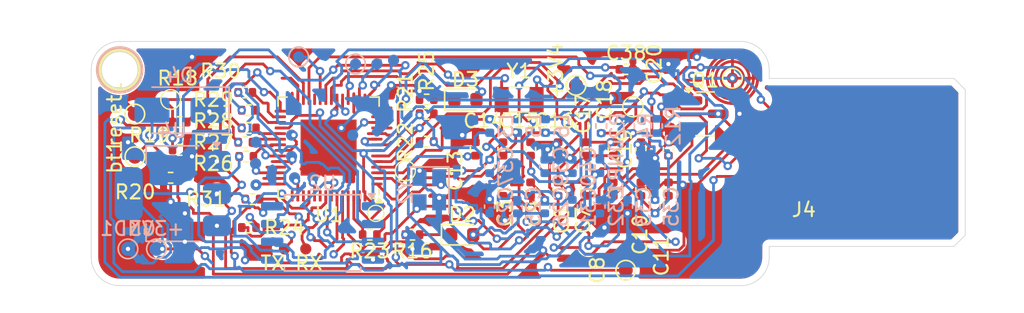
<source format=kicad_pcb>
(kicad_pcb (version 20241229) (generator "pcbnew") (generator_version "9.0")
  (layers (0 "F.Cu" signal) (2 "B.Cu" signal) (13 "F.Paste" user) (15 "B.Paste" user) (5 "F.SilkS" user "F.Silkscreen") (7 "B.SilkS" user "B.Silkscreen") (1 "F.Mask" user) (3 "B.Mask" user) (25 "Edge.Cuts" user))
  (net 0 "")
  (net 1 "VDD_CPU")
  (net 2 "Net-(AE1-FEED)")
  (net 3 "GND")
  (net 4 "IO14")
  (net 5 "Net-(C4-Pad1)")
  (net 6 "5V")
  (net 7 "VSYS")
  (net 8 "VDD_SPI")
  (net 9 "Net-(C14-Pad1)")
  (net 10 "EN")
  (net 11 "Net-(C19-Pad1)")
  (net 12 "Net-(U1-XTAL_N)")
  (net 13 "XTAL32N")
  (net 14 "XTAL32P")
  (net 15 "Net-(D2-K)")
  (net 16 "Net-(D3-K)")
  (net 17 "IO1")
  (net 18 "Net-(U1-LNA_IN)")
  (net 19 "IO0")
  (net 20 "USB_D+")
  (net 21 "USB_D-")
  (net 23 "IO6")
  (net 24 "IO18{slash}SDA")
  (net 25 "IO9")
  (net 26 "IO11")
  (net 27 "IO12")
  (net 28 "IO8")
  (net 29 "IO13")
  (net 30 "IO17{slash}SCL")
  (net 31 "IO3")
  (net 32 "IO21")
  (net 33 "IO7")
  (net 34 "IO10")
  (net 35 "IO5")
  (net 36 "IO39")
  (net 37 "IO46")
  (net 38 "IO40")
  (net 39 "IO41")
  (net 40 "IO34")
  (net 41 "IO2")
  (net 42 "IO45")
  (net 43 "RX")
  (net 44 "TX")
  (net 45 "IO33")
  (net 46 "IO42")
  (net 47 "IO36")
  (net 48 "IO35")
  (net 49 "IO37")
  (net 50 "IO38")
  (net 51 "IO47")
  (net 52 "IO48")
  (net 53 "IO4{slash}BAT")
  (net 54 "Net-(U1-XTAL_P)")
  (net 55 "Net-(U1-U0TXD)")
  (net 56 "SPID")
  (net 57 "Net-(U1-SPID)")
  (net 58 "SPIQ")
  (net 59 "Net-(U1-SPIQ)")
  (net 60 "Net-(U1-SPICLK)")
  (net 61 "SPISCK")
  (net 62 "SPIWP")
  (net 63 "Net-(U1-SPIWP)")
  (net 64 "Net-(U1-SPIHD)")
  (net 65 "SPIHD")
  (net 66 "unconnected-(U1-SPICS1-Pad28)")
  (net 67 "SPICS0")
  (net 68 "/VBAT")
  (footprint "Capacitor_SMD:C_0402_1005Metric" (layer "F.Cu") (at 181.158 42.136 90)
    (property "Reference" "C15")
    (property "Value" "0.1uF")
  )
  (footprint "" (layer "F.Cu") (at 161.51 43.18)
    (property "Reference" "")
    (property "Value" "")
  )
  (footprint "" (layer "F.Cu") (at 165.608 44.196)
    (property "Reference" "")
    (property "Value" "")
  )
  (footprint "" (layer "F.Cu") (at 165.1 49.276)
    (property "Reference" "")
    (property "Value" "")
  )
  (footprint "Package_DFN_QFN:QFN-56-1EP_7x7mm_P0.4mm_EP4x4mm" (layer "F.Cu") (at 166.73 42.04 180)
    (property "Reference" "U1")
    (property "Value" "ESP32-S3")
  )
  (footprint "LED_SMD:LED_0603_1608Metric" (layer "F.Cu") (at 176.276 48.26)
    (property "Reference" "D2")
    (property "Value" "LED")
  )
  (footprint "Resistor_SMD:R_0402_1005Metric" (layer "F.Cu") (at 161.034 40.64 180)
    (property "Reference" "R28")
    (property "Value" "0R")
  )
  (footprint "Capacitor_SMD:C_0402_1005Metric" (layer "F.Cu") (at 187.068 45.006 90)
    (property "Reference" "C8")
    (property "Value" "10uF")
  )
  (footprint "Capacitor_SMD:C_0402_1005Metric" (layer "F.Cu") (at 177.218 42.136 90)
    (property "Reference" "C13")
    (property "Value" "1uF")
  )
  (footprint "Capacitor_SMD:C_0402_1005Metric" (layer "F.Cu") (at 179.188 42.136 90)
    (property "Reference" "C14")
    (property "Value" "DNP")
  )
  (footprint "" (layer "F.Cu") (at 161.544 44.704)
    (property "Reference" "")
    (property "Value" "")
  )
  (footprint "TestPoint:TestPoint_Pad_D1.0mm" (layer "F.Cu") (at 187.96 50.8 90)
    (property "Reference" "flash1" (hide yes))
    (property "Value" "+3V3")
  )
  (footprint "Package_TO_SOT_SMD:SOT-23" (layer "F.Cu") (at 193.6265 39.624)
    (property "Reference" "Q1")
    (property "Value" "AO3401A")
  )
  (footprint "Capacitor_SMD:C_0402_1005Metric" (layer "F.Cu") (at 187.988 36.45)
    (property "Reference" "C38")
    (property "Value" "12pF")
  )
  (footprint "Resistor_SMD:R_0402_1005Metric" (layer "F.Cu") (at 156.092 40.216)
    (property "Reference" "R18")
    (property "Value" "33R")
  )
  (footprint "" (layer "F.Cu") (at 164.084 42.672)
    (property "Reference" "")
    (property "Value" "")
  )
  (footprint "Resistor_SMD:R_0402_1005Metric" (layer "F.Cu") (at 161.036 47.752)
    (property "Reference" "R24")
    (property "Value" "470R")
  )
  (footprint "Capacitor_SMD:C_0402_1005Metric" (layer "F.Cu") (at 187.068 42.136 90)
    (property "Reference" "C18")
    (property "Value" "0.1uF")
  )
  (footprint "Capacitor_SMD:C_0402_1005Metric" (layer "F.Cu") (at 189.038 45.006 90)
    (property "Reference" "C10")
    (property "Value" "0.1uF")
  )
  (footprint "Capacitor_SMD:C_0402_1005Metric" (layer "F.Cu") (at 183.128 42.136 90)
    (property "Reference" "C16")
    (property "Value" "10uF")
  )
  (footprint "Resistor_SMD:R_0402_1005Metric" (layer "F.Cu") (at 169.672 48.26 180)
    (property "Reference" "R23")
    (property "Value" "0R")
  )
  (footprint "Resistor_SMD:R_0402_1005Metric" (layer "F.Cu") (at 161.034 39.37 180)
    (property "Reference" "R29")
    (property "Value" "0R")
  )
  (footprint "Resistor_SMD:R_0402_1005Metric" (layer "F.Cu") (at 156.092 42.206)
    (property "Reference" "R19")
    (property "Value" "200K")
  )
  (footprint "" (layer "F.Cu") (at 168.45 41.148)
    (property "Reference" "")
    (property "Value" "")
  )
  (footprint "LED_SMD:LED_0603_1608Metric" (layer "F.Cu") (at 176.5045 38.608)
    (property "Reference" "D3")
    (property "Value" "LED")
  )
  (footprint "Resistor_SMD:R_0402_1005Metric" (layer "F.Cu") (at 161.29 45.72 180)
    (property "Reference" "R31")
    (property "Value" "DNP")
  )
  (footprint "" (layer "F.Cu") (at 171.37 35.8)
    (property "Reference" "")
    (property "Value" "")
  )
  (footprint "Capacitor_SMD:C_0402_1005Metric" (layer "F.Cu") (at 185.098 42.136 90)
    (property "Reference" "C17")
    (property "Value" "10uF")
  )
  (footprint "Resistor_SMD:R_0402_1005Metric" (layer "F.Cu") (at 173.738 38.608 180)
    (property "Reference" "R25")
    (property "Value" "470R")
  )
  (footprint "Crystal:Crystal_SMD_3215-2Pin_3.2x1.5mm" (layer "F.Cu") (at 180.34 38.608 180)
    (property "Reference" "Y1")
    (property "Value" "32.768 kHz")
  )
  (footprint "Resistor_SMD:R_0402_1005Metric" (layer "F.Cu") (at 173.738 39.624)
    (property "Reference" "R21")
    (property "Value" "10K")
  )
  (footprint "" (layer "F.Cu") (at 164.084 41.148)
    (property "Reference" "")
    (property "Value" "")
  )
  (footprint "Capacitor_SMD:C_0402_1005Metric" (layer "F.Cu") (at 191.008 45.006 90)
    (property "Reference" "C11")
    (property "Value" "0.1uF")
  )
  (footprint "" (layer "F.Cu") (at 164.3 44.196)
    (property "Reference" "")
    (property "Value" "")
  )
  (footprint "Capacitor_SMD:C_0402_1005Metric" (layer "F.Cu") (at 189.038 42.136 90)
    (property "Reference" "C19")
    (property "Value" "0.1uF")
  )
  (footprint "Resistor_SMD:R_0402_1005Metric" (layer "F.Cu") (at 155.446 44.196)
    (property "Reference" "R20")
    (property "Value" "100K")
  )
  (footprint "Resistor_SMD:R_0402_1005Metric" (layer "F.Cu") (at 160.78 38.1 180)
    (property "Reference" "R30")
    (property "Value" "0R")
  )
  (footprint "Capacitor_SMD:C_0402_1005Metric" (layer "F.Cu") (at 191.008 42.136 90)
    (property "Reference" "C20")
    (property "Value" "10uF")
  )
  (footprint "" (layer "F.Cu") (at 161.544 41.656)
    (property "Reference" "")
    (property "Value" "")
  )
  (footprint "Capacitor_SMD:C_0402_1005Metric" (layer "F.Cu") (at 183.128 45.006 90)
    (property "Reference" "C6")
    (property "Value" "10uF")
  )
  (footprint "Capacitor_SMD:C_0402_1005Metric" (layer "F.Cu") (at 181.158 45.006 90)
    (property "Reference" "C4")
    (property "Value" "12pF")
  )
  (footprint "Resistor_SMD:R_0402_1005Metric" (layer "F.Cu") (at 160.78 41.656 180)
    (property "Reference" "R27")
    (property "Value" "0R")
  )
  (footprint "TestPoint:TestPoint_Pad_D1.0mm" (layer "F.Cu") (at 152.89 39.64 90)
    (property "Reference" "reset1")
    (property "Value" "+3V3")
  )
  (footprint "Resistor_SMD:R_0402_1005Metric" (layer "F.Cu") (at 160.85 42.672 180)
    (property "Reference" "R26")
    (property "Value" "0R")
  )
  (footprint "TestPoint:TestPoint_Pad_D1.0mm" (layer "F.Cu") (at 184.404 37.592 90)
    (property "Reference" "+3V4")
    (property "Value" "reset")
  )
  (footprint "" (layer "F.Cu") (at 170.18 36.068)
    (property "Reference" "")
    (property "Value" "")
  )
  (footprint "" (layer "F.Cu") (at 163.576 49.276)
    (property "Reference" "")
    (property "Value" "")
  )
  (footprint "Capacitor_SMD:C_0402_1005Metric" (layer "F.Cu") (at 179.188 45.006 90)
    (property "Reference" "C3")
    (property "Value" "10uF")
  )
  (footprint "usb a edge:USB_A_PCB_Edge_receptacle" (layer "F.Cu") (at 207.21 43.1 180)
    (property "Reference" "J4")
    (property "Value" "Conn_01x04_Pin")
    (fp_line (start 9 6) (end -4.2 6) (stroke (width 0.05)) (layer "Edge.Cuts"))
    (fp_line (start 9 -6) (end -4.2 -6) (stroke (width 0.05)) (layer "Edge.Cuts"))
    (fp_line (start -5 5.2) (end -4.2 6) (stroke (width 0.05)) (layer "Edge.Cuts"))
    (fp_line (start -5 -5.2) (end -4.2 -6) (stroke (width 0.05)) (layer "Edge.Cuts"))
    (fp_line (start -5 -5.2) (end -5 5.2) (stroke (width 0.05)) (layer "Edge.Cuts"))
  )
  (footprint "Capacitor_SMD:C_0402_1005Metric" (layer "F.Cu") (at 185.098 45.006 90)
    (property "Reference" "C7")
    (property "Value" "10uF")
  )
  (footprint "Resistor_SMD:R_0402_1005Metric" (layer "F.Cu") (at 173.738 41.614)
    (property "Reference" "R22")
    (property "Value" "10K")
  )
  (footprint "TestPoint:TestPoint_Pad_D1.0mm" (layer "F.Cu") (at 195.58 37.084 90)
    (property "Reference" "0" (hide yes))
    (property "Value" "+3V3")
  )
  (footprint "Resistor_SMD:R_0402_1005Metric" (layer "F.Cu") (at 172.72 48.26 180)
    (property "Reference" "R16")
    (property "Value" "470R")
  )
  (footprint "TestPoint:TestPoint_Pad_D1.0mm" (layer "F.Cu") (at 152.89 42.69 90)
    (property "Reference" "bt1")
    (property "Value" "+3V3")
  )
  (footprint "Resistor_SMD:R_0402_1005Metric" (layer "B.Cu") (at 188.194 40.496 90)
    (property "Reference" "R4")
    (property "Value" "10K")
  )
  (footprint "Capacitor_SMD:C_0402_1005Metric" (layer "B.Cu") (at 188.084 46.256 90)
    (property "Reference" "C33")
    (property "Value" "12pF")
  )
  (footprint "TestPoint:TestPoint_Pad_D1.0mm" (layer "B.Cu") (at 164.592 35.56 90)
    (property "Reference" "0" (hide yes))
    (property "Value" "+3V3")
  )
  (footprint "Capacitor_SMD:C_0402_1005Metric" (layer "B.Cu") (at 182.174 46.256 90)
    (property "Reference" "C26")
    (property "Value" "1uF")
  )
  (footprint "TestPoint:TestPoint_Pad_D1.0mm" (layer "B.Cu") (at 154.432 49.276 180)
    (property "Reference" "+3V3")
    (property "Value" "+3V3")
  )
  (footprint "Capacitor_SMD:C_0402_1005Metric" (layer "B.Cu") (at 180.204 46.256 90)
    (property "Reference" "C25")
    (property "Value" "10uF")
  )
  (footprint "Inductor_SMD:L_0402_1005Metric" (layer "B.Cu") (at 182.224 40.496 90)
    (property "Reference" "L6")
    (property "Value" "4.7nH")
  )
  (footprint "Capacitor_SMD:C_0402_1005Metric" (layer "B.Cu") (at 178.234 43.386 90)
    (property "Reference" "C37")
    (property "Value" "12pF")
  )
  (footprint "Capacitor_SMD:C_0402_1005Metric" (layer "B.Cu") (at 186.114 46.256 90)
    (property "Reference" "C32")
    (property "Value" "0.1uF")
  )
  (footprint "Capacitor_SMD:C_0402_1005Metric" (layer "B.Cu") (at 190.054 46.256 90)
    (property "Reference" "C35")
    (property "Value" "0.1uF")
  )
  (footprint "TestPoint:TestPoint_Pad_D1.0mm" (layer "B.Cu") (at 168.656 36.068 90)
    (property "Reference" "0" (hide yes))
    (property "Value" "+3V3")
  )
  (footprint "Inductor_SMD:L_0402_1005Metric" (layer "B.Cu") (at 180.234 40.496 90)
    (property "Reference" "L5")
    (property "Value" "DNP")
  )
  (footprint "Capacitor_SMD:C_0402_1005Metric" (layer "B.Cu") (at 184.144 46.256 90)
    (property "Reference" "C31")
    (property "Value" "15pF")
  )
  (footprint "Resistor_SMD:R_0402_1005Metric" (layer "B.Cu") (at 190.184 40.496 90)
    (property "Reference" "R12")
    (property "Value" "200K")
  )
  (footprint "TestPoint:TestPoint_Pad_D1.0mm" (layer "B.Cu") (at 152.4 49.276 180)
    (property "Reference" "GND1")
    (property "Value" "GND")
  )
  (footprint "Inductor_SMD:L_0402_1005Metric" (layer "B.Cu") (at 178.244 40.496 90)
    (property "Reference" "L3")
    (property "Value" "2nH")
  )
  (footprint "Diode_SMD:D_SMA" (layer "B.Cu") (at 156.115 39.37 180)
    (property "Reference" "D4")
    (property "Value" "SS14")
  )
  (footprint "Package_TO_SOT_SMD:SOT-223-3_TabPin2" (layer "B.Cu") (at 155.6 45.325 180)
    (property "Reference" "U4")
    (property "Value" "AMS1117-3.3")
  )
  (footprint "Crystal:Crystal_SMD_2520-4Pin_2.5x2.0mm" (layer "B.Cu") (at 173.928 45.071 -90)
    (property "Reference" "Y2")
    (property "Value" "40MHz(10ppm)")
  )
  (footprint "Package_SO:SOIC-8_5.23x5.23mm_P1.27mm" (layer "B.Cu") (at 166.3 48.133 180)
    (property "Reference" "U2")
    (property "Value" "W25Q128JVS")
  )
  (footprint "Capacitor_SMD:C_0402_1005Metric" (layer "B.Cu") (at 186.114 43.386 90)
    (property "Reference" "DNP1")
    (property "Value" "15pF")
  )
  (footprint "Capacitor_SMD:C_0402_1005Metric" (layer "B.Cu") (at 184.144 43.386 90)
    (property "Reference" "C40")
    (property "Value" "10nF")
  )
  (footprint "Capacitor_SMD:C_0402_1005Metric" (layer "B.Cu") (at 178.234 46.256 90)
    (property "Reference" "C22")
    (property "Value" "0.1uF")
  )
  (footprint "Capacitor_SMD:C_0402_1005Metric" (layer "B.Cu") (at 182.174 43.386 90)
    (property "Reference" "C39")
    (property "Value" "1uF")
  )
  (footprint "Resistor_SMD:R_0402_1005Metric" (layer "B.Cu") (at 186.204 40.496 90)
    (property "Reference" "R2")
    (property "Value" "33R")
  )
  (gr_circle (center 195.58 37.084) (end 197.08 37.084) (stroke (width 0.2)) (fill no) (layer "F.Cu") (net 2))
  (gr_circle (center 195.58 37.084) (end 197.38 37.084) (stroke (width 0.2)) (fill no) (layer "F.Cu") (net 2))
  (gr_circle (center 195.58 37.084) (end 196.78 37.084) (stroke (width 0.2)) (fill no) (layer "F.Cu") (net 2))
  (gr_circle (center 195.58 37.084) (end 197.38 37.084) (stroke (width 0.2)) (fill no) (layer "F.Cu") (net 2))
  (gr_circle (center 195.58 37.084) (end 196.38 37.084) (stroke (width 0.2)) (fill no) (layer "F.Cu") (net 2))
  (gr_circle (center 188.468 39.116) (end 188.976 39.624) (stroke (width 0.1)) (fill no) (layer "F.SilkS"))
  (gr_circle (center 170.1 46.736) (end 169.825641 47.244) (stroke (width 0.1)) (fill no) (layer "F.SilkS"))
  (gr_circle (center 172.212 43.688) (end 172.72 44.196) (stroke (width 0.1)) (fill no) (layer "F.SilkS"))
  (gr_circle (center 151.804841 36.488841) (end 153.304841 36.488841) (stroke (width 0.35)) (fill no) (layer "F.SilkS"))
  (gr_circle (center 155.448 38.608) (end 155.938359 38.1) (stroke (width 0.1)) (fill no) (layer "F.SilkS"))
  (gr_circle (center 151.804841 36.488841) (end 153.404841 36.488841) (stroke (width 0.2)) (fill no) (layer "B.SilkS"))
  (gr_arc (start 151.804841 51.903159) (mid 150.368 51.308) (end 149.772841 49.871159) (stroke (width 0.05)) (layer "Edge.Cuts"))
  (gr_line (start 198.205121 49.780194) (end 198.21 49.1) (stroke (width 0.05)) (layer "Edge.Cuts"))
  (gr_line (start 151.804841 51.903159) (end 196.176146 51.903159) (stroke (width 0.05)) (layer "Edge.Cuts"))
  (gr_line (start 196.1752 34.456841) (end 151.8048 34.456841) (stroke (width 0.05)) (layer "Edge.Cuts"))
  (gr_arc (start 149.772841 36.488841) (mid 150.368 35.052) (end 151.804841 34.456841) (stroke (width 0.05)) (layer "Edge.Cuts"))
  (gr_arc (start 196.175159 34.456841) (mid 197.612 35.052) (end 198.207159 36.488841) (stroke (width 0.05)) (layer "Edge.Cuts"))
  (gr_line (start 149.772841 36.4888) (end 149.772841 49.8712) (stroke (width 0.05)) (layer "Edge.Cuts"))
  (gr_line (start 198.207159 36.488841) (end 198.21 37.1) (stroke (width 0.05)) (layer "Edge.Cuts"))
  (gr_arc (start 198.205121 49.780185) (mid 197.644153 51.27511) (end 196.176146 51.903159) (stroke (width 0.05)) (layer "Edge.Cuts"))
  (gr_circle (center 151.804841 36.488841) (end 153.106959 36.488841) (stroke (width 0.05)) (fill no) (layer "Edge.Cuts"))
  (gr_text "TX RX\n" (at 164.084 50.292 0) (layer "F.SilkS") (effects (font (size 1 1))))
  (segment (start 180.588943 48.061) (end 180.622843 48.0949) (width 0.2) (layer "F.Cu") (net 1))
  (segment (start 180.622843 48.0949) (end 180.70507 48.012673) (width 0.2) (layer "F.Cu") (net 1))
  (segment (start 167.33 39.341998) (end 167.132 39.539998) (width 0.2) (layer "F.Cu") (net 1))
  (segment (start 187.068 42.616) (end 185.098 42.616) (width 0.2) (layer "F.Cu") (net 1))
  (segment (start 177.8 49.276) (end 178.876057 49.276) (width 0.2) (layer "F.Cu") (net 1))
  (segment (start 191.008 45.72) (end 189.992 46.736) (width 0.2) (layer "F.Cu") (net 1))
  (segment (start 167.132 39.539998) (end 167.132 39.285774) (width 0.2) (layer "F.Cu") (net 1))
  (segment (start 168.93 46.502) (end 169.672 47.244) (width 0.2) (layer "F.Cu") (net 1))
  (segment (start 170.068 46.228) (end 169.33 45.49) (width 0.2) (layer "F.Cu") (net 1))
  (segment (start 185.098 42.616) (end 185.098 42.912) (width 0.2) (layer "F.Cu") (net 1))
  (segment (start 178.876057 49.276) (end 180.091057 48.061) (width 0.2) (layer "F.Cu") (net 1))
  (segment (start 154.848 49.276) (end 157.388 49.276) (width 0.2) (layer "F.Cu") (net 1))
  (segment (start 169.230002 45.189998) (end 169.230002 42.456003) (width 0.2) (layer "F.Cu") (net 1))
  (segment (start 179.939 45.8861) (end 179.939 45.622) (width 0.2) (layer "F.Cu") (net 1))
  (segment (start 180.091057 48.061) (end 180.588943 48.061) (width 0.2) (layer "F.Cu") (net 1))
  (segment (start 184.986528 42.616) (end 183.735528 43.867) (width 0.2) (layer "F.Cu") (net 1))
  (segment (start 165.128969 46.370049) (end 164.112275 46.370049) (width 0.2) (layer "F.Cu") (net 1))
  (segment (start 180.47734 46.42444) (end 179.939 45.8861) (width 0.2) (layer "F.Cu") (net 1))
  (segment (start 167.33 38.59) (end 167.33 39.341998) (width 0.2) (layer "F.Cu") (net 1))
  (segment (start 180.47734 46.887057) (end 180.47734 46.42444) (width 0.2) (layer "F.Cu") (net 1))
  (segment (start 167.132 39.285774) (end 167.33 39.087774) (width 0.2) (layer "F.Cu") (net 1))
  (segment (start 169.672 47.244) (end 170.688 46.228) (width 0.2) (layer "F.Cu") (net 1))
  (segment (start 189.038 45.486) (end 189.038 45.72) (width 0.2) (layer "F.Cu") (net 1))
  (segment (start 165.128969 46.370049) (end 165.128969 46.199031) (width 0.2) (layer "F.Cu") (net 1))
  (segment (start 165.128969 46.199031) (end 165.33 45.998) (width 0.2) (layer "F.Cu") (net 1))
  (segment (start 168.93 45.49) (end 168.93 46.502) (width 0.2) (layer "F.Cu") (net 1))
  (segment (start 165.33 45.998) (end 165.33 45.49) (width 0.2) (layer "F.Cu") (net 1))
  (segment (start 185.098 42.616) (end 184.986528 42.616) (width 0.2) (layer "F.Cu") (net 1))
  (segment (start 158.75 45.325) (end 156.962 45.325) (width 0.2) (layer "F.Cu") (net 1))
  (segment (start 163.403317 45.661091) (end 163.403317 45.325) (width 0.2) (layer "F.Cu") (net 1))
  (segment (start 157.388 49.276) (end 157.896 49.784) (width 0.2) (layer "F.Cu") (net 1))
  (segment (start 188.468 41.216) (end 187.068 42.616) (width 0.2) (layer "F.Cu") (net 1))
  (segment (start 180.27734 47.584943) (end 180.27734 47.087057) (width 0.2) (layer "F.Cu") (net 1))
  (segment (start 170.688 46.228) (end 170.068 46.228) (width 0.2) (layer "F.Cu") (net 1))
  (segment (start 156.962 45.325) (end 156.849 45.212) (width 0.2) (layer "F.Cu") (net 1))
  (segment (start 179.324 45.622) (end 179.188 45.486) (width 0.2) (layer "F.Cu") (net 1))
  (segment (start 174.248 41.631) (end 174.244 41.635) (width 0.2) (layer "F.Cu") (net 1))
  (segment (start 189.038 45.72) (end 190.054 46.736) (width 0.2) (layer "F.Cu") (net 1))
  (segment (start 179.939 45.622) (end 179.324 45.622) (width 0.2) (layer "F.Cu") (net 1))
  (segment (start 176.877 48.353) (end 177.8 49.276) (width 0.2) (layer "F.Cu") (net 1))
  (segment (start 164.112275 46.370049) (end 163.403317 45.661091) (width 0.2) (layer "F.Cu") (net 1))
  (segment (start 174.248 41.614) (end 174.248 41.631) (width 0.2) (layer "F.Cu") (net 1))
  (segment (start 180.70507 48.012673) (end 180.27734 47.584943) (width 0.2) (layer "F.Cu") (net 1))
  (segment (start 180.27734 47.087057) (end 180.47734 46.887057) (width 0.2) (layer "F.Cu") (net 1))
  (segment (start 188.468 41.006) (end 188.468 41.216) (width 0.2) (layer "F.Cu") (net 1))
  (segment (start 191.008 45.486) (end 191.008 45.72) (width 0.2) (layer "F.Cu") (net 1))
  (via (at 191.008 42.597) (size 0.6) (drill 0.3) (layers "F.Cu" "B.Cu") (net 1))
  (via (at 190.054 46.736) (size 0.6) (drill 0.3) (layers "F.Cu" "B.Cu") (net 1))
  (via (at 157.896 49.784) (size 0.6) (drill 0.3) (layers "F.Cu" "B.Cu") (net 1))
  (via (at 183.735528 43.867) (size 0.6) (drill 0.3) (layers "F.Cu" "B.Cu") (net 1))
  (via (at 160.78 45.72) (size 0.6) (drill 0.3) (layers "F.Cu" "B.Cu") (net 1))
  (via (at 156.849 45.212) (size 0.6) (drill 0.3) (layers "F.Cu" "B.Cu") (net 1))
  (via (at 158.75 45.325) (size 0.6) (drill 0.3) (layers "F.Cu" "B.Cu") (net 1))
  (via (at 167.132 39.539998) (size 0.6) (drill 0.3) (layers "F.Cu" "B.Cu") (net 1))
  (via (at 169.230002 42.456003) (size 0.6) (drill 0.3) (layers "F.Cu" "B.Cu") (net 1))
  (via (at 188.468 41.006) (size 0.6) (drill 0.3) (layers "F.Cu" "B.Cu") (net 1))
  (via (at 163.403317 45.325) (size 0.6) (drill 0.3) (layers "F.Cu" "B.Cu") (net 1))
  (via (at 174.244 41.635) (size 0.6) (drill 0.3) (layers "F.Cu" "B.Cu") (net 1))
  (via (at 177.0635 48.26) (size 0.6) (drill 0.3) (layers "F.Cu" "B.Cu") (net 1))
  (via (at 154.848 49.276) (size 0.6) (drill 0.3) (layers "F.Cu" "B.Cu") (net 1))
  (via (at 173.228 39.716) (size 0.6) (drill 0.3) (layers "F.Cu" "B.Cu") (net 1))
  (segment (start 167.932957 50.292) (end 164.084 50.292) (width 0.2) (layer "B.Cu") (net 1))
  (segment (start 162.721 49.437) (end 162.653 49.369) (width 0.2) (layer "B.Cu") (net 1))
  (segment (start 177.314704 46.191647) (end 177.314704 46.684) (width 0.2) (layer "B.Cu") (net 1))
  (segment (start 177.623 42.57945) (end 177.623 43.23255) (width 0.2) (layer "B.Cu") (net 1))
  (segment (start 160.876584 48.367) (end 159.964008 48.367) (width 0.2) (layer "B.Cu") (net 1))
  (segment (start 177.331577 46.700873) (end 177.623 46.40945) (width 0.2) (layer "B.Cu") (net 1))
  (segment (start 160.385 45.325) (end 160.78 45.72) (width 0.2) (layer "B.Cu") (net 1))
  (segment (start 160.415765 46.809178) (end 160.415765 46.311292) (width 0.2) (layer "B.Cu") (net 1))
  (segment (start 178.4 47.752) (end 178.597499 47.949499) (width 0.2) (layer "B.Cu") (net 1))
  (segment (start 161.599 49.108968) (end 161.599 49.089416) (width 0.2) (layer "B.Cu") (net 1))
  (segment (start 168.799 49.984) (end 168.240957 49.984) (width 0.2) (layer "B.Cu") (net 1))
  (segment (start 170.461999 43.688) (end 170.688 43.688) (width 0.2) (layer "B.Cu") (net 1))
  (segment (start 179.201973 48.149499) (end 179.377401 48.149499) (width 0.2) (layer "B.Cu") (net 1))
  (segment (start 158.75 45.325) (end 160.385 45.325) (width 0.2) (layer "B.Cu") (net 1))
  (segment (start 166.517 40.239) (end 167.132 39.624) (width 0.2) (layer "B.Cu") (net 1))
  (segment (start 180.27734 47.087057) (end 180.629397 46.735) (width 0.2) (layer "B.Cu") (net 1))
  (segment (start 171.208 46.24) (end 171.208 49.264) (width 0.2) (layer "B.Cu") (net 1))
  (segment (start 177.623 46.40945) (end 177.623 47.06255) (width 0.2) (layer "B.Cu") (net 1))
  (segment (start 177.8 48.26) (end 178.308 47.752) (width 0.2) (layer "B.Cu") (net 1))
  (segment (start 175.83 45.925473) (end 176.277943 45.925473) (width 0.2) (layer "B.Cu") (net 1))
  (segment (start 161.288 46.228) (end 160.78 45.72) (width 0.2) (layer "B.Cu") (net 1))
  (segment (start 176.63 45.968943) (end 176.83 46.168943) (width 0.2) (layer "B.Cu") (net 1))
  (segment (start 179.86155 47.72245) (end 180.27734 47.30666) (width 0.2) (layer "B.Cu") (net 1))
  (segment (start 170.740968 43.740968) (end 170.740968 45.627) (width 0.2) (layer "B.Cu") (net 1))
  (segment (start 166.517 40.321236) (end 166.517 40.239) (width 0.2) (layer "B.Cu") (net 1))
  (segment (start 177.314704 46.684) (end 177.331577 46.700873) (width 0.2) (layer "B.Cu") (net 1))
  (segment (start 177.44055 43.53945) (end 175.83 45.15) (width 0.2) (layer "B.Cu") (net 1))
  (segment (start 177.1765 41.2635) (end 177.1765 42.0485) (width 0.2) (layer "B.Cu") (net 1))
  (segment (start 160.415765 46.311292) (end 160.332473 46.228) (width 0.2) (layer "B.Cu") (net 1))
  (segment (start 160.063708 47.161235) (end 160.415765 46.809178) (width 0.2) (layer "B.Cu") (net 1))
  (segment (start 152.45 45.325) (end 154.848 47.723) (width 0.2) (layer "B.Cu") (net 1))
  (segment (start 177.0635 48.26) (end 177.8 48.26) (width 0.2) (layer "B.Cu") (net 1))
  (segment (start 154.848 47.723) (end 154.848 49.276) (width 0.2) (layer "B.Cu") (net 1))
  (segment (start 162.653 49.369) (end 161.859032 49.369) (width 0.2) (layer "B.Cu") (net 1))
  (segment (start 160.051 47.161235) (end 160.063708 47.161235) (width 0.2) (layer "B.Cu") (net 1))
  (segment (start 170.688 43.688) (end 170.740968 43.740968) (width 0.2) (layer "B.Cu") (net 1))
  (segment (start 161.599 49.089416) (end 160.876584 48.367) (width 0.2) (layer "B.Cu") (net 1))
  (segment (start 180.633 42.325) (end 179.588 42.325) (width 0.2) (layer "B.Cu") (net 1))
  (segment (start 164.084 50.292) (end 163.801 50.009) (width 0.2) (layer "B.Cu") (net 1))
  (segment (start 179.80445 47.72245) (end 179.6669 47.86) (width 0.2) (layer "B.Cu") (net 1))
  (segment (start 177.623 43.53945) (end 177.44055 43.53945) (width 0.2) (layer "B.Cu") (net 1))
  (segment (start 191.008 42.257) (end 190.759057 42.257) (width 0.2) (layer "B.Cu") (net 1))
  (segment (start 178.244 40.981) (end 177.459 40.981) (width 0.2) (layer "B.Cu") (net 1))
  (segment (start 190.054 46.736) (end 191.008 45.782) (width 0.2) (layer "B.Cu") (net 1))
  (segment (start 162.109963 45.325) (end 161.288 46.146963) (width 0.2) (layer "B.Cu") (net 1))
  (segment (start 181.128283 46.736) (end 182.174 46.736) (width 0.2) (layer "B.Cu") (net 1))
  (segment (start 177.8 47.5235) (end 177.0635 48.26) (width 0.2) (layer "B.Cu") (net 1))
  (segment (start 179.86155 47.72245) (end 179.80445 47.72245) (width 0.2) (layer "B.Cu") (net 1))
  (segment (start 190.759057 42.257) (end 190.407 41.904943) (width 0.2) (layer "B.Cu") (net 1))
  (segment (start 174.6575 42.0485) (end 177.1765 42.0485) (width 0.2) (layer "B.Cu") (net 1))
  (segment (start 174.244 40.732) (end 173.228 39.716) (width 0.2) (layer "B.Cu") (net 1))
  (segment (start 161.859032 49.369) (end 161.599 49.108968) (width 0.2) (layer "B.Cu") (net 1))
  (segment (start 171.001 46.033) (end 171.208 46.24) (width 0.2) (layer "B.Cu") (net 1))
  (segment (start 179.588 42.325) (end 178.244 40.981) (width 0.2) (layer "B.Cu") (net 1))
  (segment (start 178.597499 47.949499) (end 179.001972 47.949499) (width 0.2) (layer "B.Cu") (net 1))
  (segment (start 156.736 45.325) (end 152.45 45.325) (width 0.2) (layer "B.Cu") (net 1))
  (segment (start 163.801 49.697032) (end 163.540968 49.437) (width 0.2) (layer "B.Cu") (net 1))
  (segment (start 167.132 39.624) (end 167.132 39.539998) (width 0.2) (layer "B.Cu") (net 1))
  (segment (start 190.407 41.904943) (end 190.407 41.577) (width 0.2) (layer "B.Cu") (net 1))
  (segment (start 179.001972 47.949499) (end 179.201973 48.149499) (width 0.2) (layer "B.Cu") (net 1))
  (segment (start 177.292 46.168943) (end 177.314704 46.191647) (width 0.2) (layer "B.Cu") (net 1))
  (segment (start 160.051 48.280008) (end 160.051 47.161235) (width 0.2) (layer "B.Cu") (net 1))
  (segment (start 176.321413 45.968943) (end 176.63 45.968943) (width 0.2) (layer "B.Cu") (net 1))
  (segment (start 169.059032 49.437) (end 168.799 49.697032) (width 0.2) (layer "B.Cu") (net 1))
  (segment (start 191.008 45.782) (end 191.008 42.597) (width 0.2) (layer "B.Cu") (net 1))
  (segment (start 169.230002 42.456003) (end 170.461999 43.688) (width 0.2) (layer "B.Cu") (net 1))
  (segment (start 159.964008 48.367) (end 160.051 48.280008) (width 0.2) (layer "B.Cu") (net 1))
  (segment (start 170.887984 49.584016) (end 170.740968 49.437) (width 0.2) (layer "B.Cu") (net 1))
  (segment (start 180.629397 46.735) (end 181.127283 46.735) (width 0.2) (layer "B.Cu") (net 1))
  (segment (start 183.735528 43.867) (end 183.734528 43.866) (width 0.2) (layer "B.Cu") (net 1))
  (segment (start 189.81466 41.577) (end 189.563 41.32534) (width 0.2) (layer "B.Cu") (net 1))
  (segment (start 176.277943 45.925473) (end 176.321413 45.968943) (width 0.2) (layer "B.Cu") (net 1))
  (segment (start 171.208 49.264) (end 170.887984 49.584016) (width 0.2) (layer "B.Cu") (net 1))
  (segment (start 177.8 47.23955) (end 177.8 47.5235) (width 0.2) (layer "B.Cu") (net 1))
  (segment (start 177.459 40.981) (end 177.1765 41.2635) (width 0.2) (layer "B.Cu") (net 1))
  (segment (start 183.734528 43.866) (end 182.174 43.866) (width 0.2) (layer "B.Cu") (net 1))
  (segment (start 179.724957 47.86) (end 179.756527 47.82843) (width 0.2) (layer "B.Cu") (net 1))
  (segment (start 189.563 41.006) (end 188.194 41.006) (width 0.2) (layer "B.Cu") (net 1))
  (segment (start 163.403317 45.325) (end 162.109963 45.325) (width 0.2) (layer "B.Cu") (net 1))
  (segment (start 177.77645 43.386) (end 177.623 43.53945) (width 0.2) (layer "B.Cu") (net 1))
  (segment (start 158.75 45.325) (end 159.429473 45.325) (width 0.2) (layer "B.Cu") (net 1))
  (segment (start 173.228 39.716) (end 170.687 42.257) (width 0.2) (layer "B.Cu") (net 1))
  (segment (start 190.407 41.577) (end 189.81466 41.577) (width 0.2) (layer "B.Cu") (net 1))
  (segment (start 170.740968 49.437) (end 169.059032 49.437) (width 0.2) (layer "B.Cu") (net 1))
  (segment (start 181.127283 46.735) (end 181.128283 46.736) (width 0.2) (layer "B.Cu") (net 1))
  (segment (start 179.6669 47.86) (end 179.724957 47.86) (width 0.2) (layer "B.Cu") (net 1))
  (segment (start 191.008 42.597) (end 191.008 42.257) (width 0.2) (layer "B.Cu") (net 1))
  (segment (start 174.244 41.635) (end 174.244 40.732) (width 0.2) (layer "B.Cu") (net 1))
  (segment (start 168.452764 42.257) (end 166.517 40.321236) (width 0.2) (layer "B.Cu") (net 1))
  (segment (start 168.799 49.697032) (end 168.799 49.984) (width 0.2) (layer "B.Cu") (net 1))
  (segment (start 168.240957 49.984) (end 167.932957 50.292) (width 0.2) (layer "B.Cu") (net 1))
  (segment (start 170.740968 45.627) (end 171.001 45.887032) (width 0.2) (layer "B.Cu") (net 1))
  (segment (start 156.849 45.212) (end 156.736 45.325) (width 0.2) (layer "B.Cu") (net 1))
  (segment (start 182.174 43.866) (end 180.633 42.325) (width 0.2) (layer "B.Cu") (net 1))
  (segment (start 180.27734 47.30666) (end 180.27734 47.087057) (width 0.2) (layer "B.Cu") (net 1))
  (segment (start 177.623 43.23255) (end 177.77645 43.386) (width 0.2) (layer "B.Cu") (net 1))
  (segment (start 174.244 41.635) (end 174.6575 42.0485) (width 0.2) (layer "B.Cu") (net 1))
  (segment (start 178.308 47.752) (end 178.4 47.752) (width 0.2) (layer "B.Cu") (net 1))
  (segment (start 163.801 50.009) (end 163.801 49.697032) (width 0.2) (layer "B.Cu") (net 1))
  (segment (start 157.896 49.784) (end 158.404 50.292) (width 0.2) (layer "B.Cu") (net 1))
  (segment (start 171.001 45.887032) (end 171.001 46.033) (width 0.2) (layer "B.Cu") (net 1))
  (segment (start 179.377401 48.149499) (end 179.6669 47.86) (width 0.2) (layer "B.Cu") (net 1))
  (segment (start 161.288 46.146963) (end 161.288 46.228) (width 0.2) (layer "B.Cu") (net 1))
  (segment (start 177.1765 42.0485) (end 177.665225 42.537225) (width 0.2) (layer "B.Cu") (net 1))
  (segment (start 160.332473 46.228) (end 161.288 46.228) (width 0.2) (layer "B.Cu") (net 1))
  (segment (start 189.563 41.32534) (end 189.563 41.006) (width 0.2) (layer "B.Cu") (net 1))
  (segment (start 175.83 45.15) (end 175.83 45.925473) (width 0.2) (layer "B.Cu") (net 1))
  (segment (start 163.540968 49.437) (end 162.721 49.437) (width 0.2) (layer "B.Cu") (net 1))
  (segment (start 176.83 46.168943) (end 177.292 46.168943) (width 0.2) (layer "B.Cu") (net 1))
  (segment (start 177.623 47.06255) (end 177.8 47.23955) (width 0.2) (layer "B.Cu") (net 1))
  (segment (start 177.665225 42.537225) (end 177.623 42.57945) (width 0.2) (layer "B.Cu") (net 1))
  (segment (start 170.687 42.257) (end 168.452764 42.257) (width 0.2) (layer "B.Cu") (net 1))
  (segment (start 193.7275 38.333032) (end 193.7275 39.014968) (width 0.2) (layer "F.Cu") (net 2))
  (segment (start 193.467468 39.275) (end 191.910532 39.275) (width 0.2) (layer "F.Cu") (net 2))
  (segment (start 190.76153 37.485) (end 190.25353 36.977) (width 0.2) (layer "F.Cu") (net 2))
  (segment (start 192.225931 37.226831) (end 193.0721 38.073) (width 0.2) (layer "F.Cu") (net 2))
  (segment (start 186.771365 37.315735) (end 184.77553 39.31157) (width 0.2) (layer "F.Cu") (net 2))
  (segment (start 184.77553 39.31157) (end 184.77553 39.716) (width 0.2) (layer "F.Cu") (net 2))
  (segment (start 193.7275 39.014968) (end 193.467468 39.275) (width 0.2) (layer "F.Cu") (net 2))
  (segment (start 195.58 37.084) (end 195.58 38.884) (width 0.2) (layer "F.Cu") (net 2))
  (segment (start 193.467468 38.073) (end 193.7275 38.333032) (width 0.2) (layer "F.Cu") (net 2))
  (segment (start 193.0721 38.073) (end 193.467468 38.073) (width 0.2) (layer "F.Cu") (net 2))
  (segment (start 195.58 37.084) (end 195.58 35.284) (width 0.2) (layer "F.Cu") (net 2))
  (segment (start 191.6505 38.333032) (end 191.910532 38.073) (width 0.2) (layer "F.Cu") (net 2))
  (segment (start 195.58 37.084) (end 193.78 37.084) (width 0.2) (layer "F.Cu") (net 2))
  (segment (start 188.96065 37.462) (end 187.01535 37.462) (width 0.2) (layer "F.Cu") (net 2))
  (segment (start 191.9379 38.073) (end 191.3499 37.485) (width 0.2) (layer "F.Cu") (net 2))
  (segment (start 191.910532 38.073) (end 191.9379 38.073) (width 0.2) (layer "F.Cu") (net 2))
  (segment (start 187.01535 37.462) (end 186.869085 37.315735) (width 0.2) (layer "F.Cu") (net 2))
  (segment (start 191.3499 37.485) (end 190.76153 37.485) (width 0.2) (layer "F.Cu") (net 2))
  (segment (start 193.352026 37.174144) (end 193.299339 37.226831) (width 0.2) (layer "F.Cu") (net 2))
  (segment (start 186.869085 37.315735) (end 186.771365 37.315735) (width 0.2) (layer "F.Cu") (net 2))
  (segment (start 197.38 37.084) (end 195.58 37.084) (width 0.2) (layer "F.Cu") (net 2))
  (segment (start 197.104 36.068) (end 197.104 35.56) (width 0.2) (layer "F.Cu") (net 2))
  (segment (start 193.299339 37.226831) (end 192.225931 37.226831) (width 0.2) (layer "F.Cu") (net 2))
  (segment (start 189.44565 36.977) (end 188.96065 37.462) (width 0.2) (layer "F.Cu") (net 2))
  (segment (start 193.299339 37.226831) (end 193.015361 37.226831) (width 0.2) (layer "F.Cu") (net 2))
  (segment (start 193.015361 37.226831) (end 192.702265 36.913735) (width 0.2) (layer "F.Cu") (net 2))
  (segment (start 190.25353 36.977) (end 189.44565 36.977) (width 0.2) (layer "F.Cu") (net 2))
  (segment (start 191.6505 39.014968) (end 191.6505 38.333032) (width 0.2) (layer "F.Cu") (net 2))
  (segment (start 191.910532 39.275) (end 191.6505 39.014968) (width 0.2) (layer "F.Cu") (net 2))
  (via (at 192.702265 36.913735) (size 0.6) (drill 0.3) (layers "F.Cu" "B.Cu") (net 2))
  (via (at 195.58 37.084) (size 0.6) (drill 0.3) (layers "F.Cu" "B.Cu") (net 2))
  (via (at 184.77553 39.716) (size 0.6) (drill 0.3) (layers "F.Cu" "B.Cu") (net 2))
  (segment (start 185.15987 43.940702) (end 185.156 43.936832) (width 0.2) (layer "B.Cu") (net 2))
  (segment (start 185.42 42.88555) (end 185.42 39.517) (width 0.2) (layer "B.Cu") (net 2))
  (segment (start 183.881 39.517) (end 183.52334 39.517) (width 0.2) (layer "B.Cu") (net 2))
  (segment (start 185.3909 42.88555) (end 185.42 42.88555) (width 0.2) (layer "B.Cu") (net 2))
  (segment (start 185.019 45.0459) (end 185.35987 44.70503) (width 0.2) (layer "B.Cu") (net 2))
  (segment (start 185.019 46.335) (end 185.019 45.0459) (width 0.2) (layer "B.Cu") (net 2))
  (segment (start 183.52334 39.517) (end 183.02934 40.011) (width 0.2) (layer "B.Cu") (net 2))
  (segment (start 183.896 46.488) (end 183.896 46.357) (width 0.2) (layer "B.Cu") (net 2))
  (segment (start 182.224 40.011) (end 181.744 39.531) (width 0.2) (layer "B.Cu") (net 2))
  (segment (start 184.78655 46.10255) (end 185.019 46.335) (width 0.2) (layer "B.Cu") (net 2))
  (segment (start 185.156 43.12045) (end 185.3909 42.88555) (width 0.2) (layer "B.Cu") (net 2))
  (segment (start 184.755 46.10255) (end 184.78655 46.10255) (width 0.2) (layer "B.Cu") (net 2))
  (segment (start 184.50055 46.357) (end 184.755 46.10255) (width 0.2) (layer "B.Cu") (net 2))
  (segment (start 185.35987 44.423545) (end 185.15987 44.223545) (width 0.2) (layer "B.Cu") (net 2))
  (segment (start 180.714 39.531) (end 180.234 40.011) (width 0.2) (layer "B.Cu") (net 2))
  (segment (start 184.08 39.716) (end 183.881 39.517) (width 0.2) (layer "B.Cu") (net 2))
  (segment (start 184.77553 39.716) (end 184.08 39.716) (width 0.2) (layer "B.Cu") (net 2))
  (segment (start 181.744 39.531) (end 180.714 39.531) (width 0.2) (layer "B.Cu") (net 2))
  (segment (start 185.35987 44.70503) (end 185.35987 44.423545) (width 0.2) (layer "B.Cu") (net 2))
  (segment (start 192.87253 37.084) (end 195.58 37.084) (width 0.2) (layer "B.Cu") (net 2))
  (segment (start 185.42 39.517) (end 185.019 39.517) (width 0.2) (layer "B.Cu") (net 2))
  (segment (start 184.144 46.736) (end 183.896 46.488) (width 0.2) (layer "B.Cu") (net 2))
  (segment (start 185.156 43.936832) (end 185.156 43.12045) (width 0.2) (layer "B.Cu") (net 2))
  (segment (start 183.896 46.357) (end 184.50055 46.357) (width 0.2) (layer "B.Cu") (net 2))
  (segment (start 185.15987 44.223545) (end 185.15987 43.940702) (width 0.2) (layer "B.Cu") (net 2))
  (segment (start 183.02934 40.011) (end 182.224 40.011) (width 0.2) (layer "B.Cu") (net 2))
  (segment (start 192.702265 36.913735) (end 192.87253 37.084) (width 0.2) (layer "B.Cu") (net 2))
  (segment (start 178.825001 42.035) (end 178.577 42.283001) (width 0.2) (layer "F.Cu") (net 3))
  (segment (start 183.128 44.526) (end 183.128 43.626) (width 0.2) (layer "F.Cu") (net 3))
  (segment (start 192.117 49.016943) (end 192.117 45.72) (width 0.2) (layer "F.Cu") (net 3))
  (segment (start 190.678 44.526) (end 189.880999 45.323001) (width 0.2) (layer "F.Cu") (net 3))
  (segment (start 167.654 49.866843) (end 167.8889 49.631943) (width 0.2) (layer "F.Cu") (net 3))
  (segment (start 182.048355 49.384175) (end 182.44818 49.784) (width 0.2) (layer "F.Cu") (net 3))
  (segment (start 160.764021 50.078001) (end 160.817406 50.024616) (width 0.2) (layer "F.Cu") (net 3))
  (segment (start 192.761 35.281) (end 186.436 35.281) (width 0.2) (layer "F.Cu") (net 3))
  (segment (start 179.324 47.244) (end 178.923 46.843) (width 0.2) (layer "F.Cu") (net 3))
  (segment (start 190.054 45.496001) (end 190.054 45.776) (width 0.2) (layer "F.Cu") (net 3))
  (segment (start 182.174 45.542) (end 182.174 45.776) (width 0.2) (layer "F.Cu") (net 3))
  (segment (start 178.923 46.629) (end 179.006029 46.712029) (width 0.2) (layer "F.Cu") (net 3))
  (segment (start 193.04 35.56) (end 192.761 35.281) (width 0.2) (layer "F.Cu") (net 3))
  (segment (start 178.577 42.283001) (end 178.577 42.346473) (width 0.2) (layer "F.Cu") (net 3))
  (segment (start 186.457 45.137) (end 186.457 45.81255) (width 0.2) (layer "F.Cu") (net 3))
  (segment (start 191.008 44.526) (end 191.846 44.526) (width 0.2) (layer "F.Cu") (net 3))
  (segment (start 188.68145 44.905) (end 189.462999 44.905) (width 0.2) (layer "F.Cu") (net 3))
  (segment (start 178.709 46.843) (end 178.923 46.629) (width 0.2) (layer "F.Cu") (net 3))
  (segment (start 178.234 46.662) (end 178.415 46.843) (width 0.2) (layer "F.Cu") (net 3))
  (segment (start 182.88 41.656) (end 182.372 42.164) (width 0.2) (layer "F.Cu") (net 3))
  (segment (start 178.878001 44.526) (end 177.742 45.662) (width 0.2) (layer "F.Cu") (net 3))
  (segment (start 168.315578 49.726422) (end 168.457 49.585) (width 0.2) (layer "F.Cu") (net 3))
  (segment (start 178.415 46.843) (end 178.709 46.843) (width 0.2) (layer "F.Cu") (net 3))
  (segment (start 168.2211 49.631943) (end 168.315578 49.726422) (width 0.2) (layer "F.Cu") (net 3))
  (segment (start 169.9 50.038) (end 169.9 49.983) (width 0.2) (layer "F.Cu") (net 3))
  (segment (start 186.436 35.281) (end 185.42 35.281) (width 0.2) (layer "F.Cu") (net 3))
  (segment (start 173.121 37.993) (end 173.228 37.993) (width 0.2) (layer "F.Cu") (net 3))
  (segment (start 188.976 41.656) (end 188.805735 41.826265) (width 0.2) (layer "F.Cu") (net 3))
  (segment (start 177.708 45.628) (end 174.628 45.628) (width 0.2) (layer "F.Cu") (net 3))
  (segment (start 184.404 50.292) (end 185.3609 50.292) (width 0.2) (layer "F.Cu") (net 3))
  (segment (start 183.876904 45.067) (end 183.669 45.067) (width 0.2) (layer "F.Cu") (net 3))
  (segment (start 170.66744 49.282) (end 171.154 48.79544) (width 0.2) (layer "F.Cu") (net 3))
  (segment (start 188.052 38.516) (end 188.468 38.1) (width 0.2) (layer "F.Cu") (net 3))
  (segment (start 185.098 44.526) (end 183.128 44.526) (width 0.2) (layer "F.Cu") (net 3))
  (segment (start 178.169001 42.841001) (end 178.169001 42.754472) (width 0.2) (layer "F.Cu") (net 3))
  (segment (start 178.234 45.72) (end 178.234 46.662) (width 0.2) (layer "F.Cu") (net 3))
  (segment (start 190.501 41.149) (end 191.008 41.656) (width 0.2) (layer "F.Cu") (net 3))
  (segment (start 187.068 44.526) (end 186.457 45.137) (width 0.2) (layer "F.Cu") (net 3))
  (segment (start 183.128 43.626) (end 185.098 41.656) (width 0.2) (layer "F.Cu") (net 3))
  (segment (start 186.851 49.369) (end 191.764943 49.369) (width 0.2) (layer "F.Cu") (net 3))
  (segment (start 168.9979 49.677) (end 169.3301 49.677) (width 0.2) (layer "F.Cu") (net 3))
  (segment (start 173.121 38.501) (end 173.121 37.993) (width 0.2) (layer "F.Cu") (net 3))
  (segment (start 182.44818 49.784) (end 183.896 49.784) (width 0.2) (layer "F.Cu") (net 3))
  (segment (start 173.228 37.993) (end 173.92266 37.993) (width 0.2) (layer "F.Cu") (net 3))
  (segment (start 179.006029 46.712029) (end 178.89903 46.819028) (width 0.2) (layer "F.Cu") (net 3))
  (segment (start 178.234 42.906) (end 177.452 43.688) (width 0.2) (layer "F.Cu") (net 3))
  (segment (start 207.21 46.85) (end 206.08 45.72) (width 0.2) (layer "F.Cu") (net 3))
  (segment (start 173.228 38.608) (end 173.121 38.501) (width 0.2) (layer "F.Cu") (net 3))
  (segment (start 170.17272 49.784) (end 170.27972 49.677) (width 0.2) (layer "F.Cu") (net 3))
  (segment (start 181.158 41.656) (end 183.128 41.656) (width 0.2) (layer "F.Cu") (net 3))
  (segment (start 189.038 41.656) (end 188.976 41.656) (width 0.2) (layer "F.Cu") (net 3))
  (segment (start 170.27972 49.677) (end 170.27972 49.37572) (width 0.2) (layer "F.Cu") (net 3))
  (segment (start 181.158 44.526) (end 182.174 45.542) (width 0.2) (layer "F.Cu") (net 3))
  (segment (start 183.896 49.784) (end 184.404 50.292) (width 0.2) (layer "F.Cu") (net 3))
  (segment (start 185.95755 50.26245) (end 186.851 49.369) (width 0.2) (layer "F.Cu") (net 3))
  (segment (start 185.098 40.242057) (end 185.098 41.656) (width 0.2) (layer "F.Cu") (net 3))
  (segment (start 191.764943 49.369) (end 192.117 49.016943) (width 0.2) (layer "F.Cu") (net 3))
  (segment (start 169.4221 49.585) (end 169.447 49.585) (width 0.2) (layer "F.Cu") (net 3))
  (segment (start 169.9 49.983) (end 170.099 49.784) (width 0.2) (layer "F.Cu") (net 3))
  (segment (start 185.39045 50.26245) (end 185.4679 50.185) (width 0.2) (layer "F.Cu") (net 3))
  (segment (start 179.188 41.656) (end 179.188 41.692) (width 0.2) (layer "F.Cu") (net 3))
  (segment (start 178.845 42.035) (end 178.825001 42.035) (width 0.2) (layer "F.Cu") (net 3))
  (segment (start 191.846 44.526) (end 192.024 44.704) (width 0.2) (layer "F.Cu") (net 3))
  (segment (start 173.228 43.688) (end 176.276 43.688) (width 0.2) (layer "F.Cu") (net 3))
  (segment (start 185.098 41.656) (end 187.068 41.656) (width 0.2) (layer "F.Cu") (net 3))
  (segment (start 169.447 49.585) (end 169.9 50.038) (width 0.2) (layer "F.Cu") (net 3))
  (segment (start 186.944 38.516) (end 188.052 38.516) (width 0.2) (layer "F.Cu") (net 3))
  (segment (start 193.04 44.704) (end 196.088 41.656) (width 0.2) (layer "F.Cu") (net 3))
  (segment (start 163.08467 50.024616) (end 163.337054 50.277) (width 0.2) (layer "F.Cu") (net 3))
  (segment (start 179.188 41.692) (end 178.845 42.035) (width 0.2) (layer "F.Cu") (net 3))
  (segment (start 178.234 42.906) (end 178.169001 42.841001) (width 0.2) (layer "F.Cu") (net 3))
  (segment (start 172.827 37.592) (end 173.228 37.993) (width 0.2) (layer "F.Cu") (net 3))
  (segment (start 191.008 41.656) (end 189.96245 42.70155) (width 0.2) (layer "F.Cu") (net 3))
  (segment (start 183.128 41.656) (end 182.88 41.656) (width 0.2) (layer "F.Cu") (net 3))
  (segment (start 170.186 49.282) (end 170.66744 49.282) (width 0.2) (layer "F.Cu") (net 3))
  (segment (start 186.457 45.81255) (end 186.85045 46.206) (width 0.2) (layer "F.Cu") (net 3))
  (segment (start 186.824057 38.516) (end 185.098 40.242057) (width 0.2) (layer "F.Cu") (net 3))
  (segment (start 179.188 44.526) (end 178.878001 44.526) (width 0.2) (layer "F.Cu") (net 3))
  (segment (start 163.337054 50.277) (end 167.654 50.277) (width 0.2) (layer "F.Cu") (net 3))
  (segment (start 167.8889 49.631943) (end 168.2211 49.631943) (width 0.2) (layer "F.Cu") (net 3))
  (segment (start 187.38045 46.206) (end 188.68145 44.905) (width 0.2) (layer "F.Cu") (net 3))
  (segment (start 170.099 49.784) (end 170.17272 49.784) (width 0.2) (layer "F.Cu") (net 3))
  (segment (start 171.196 37.592) (end 172.827 37.592) (width 0.2) (layer "F.Cu") (net 3))
  (segment (start 160.817406 50.024616) (end 163.08467 50.024616) (width 0.2) (layer "F.Cu") (net 3))
  (segment (start 177.742 45.662) (end 177.708 45.628) (width 0.2) (layer "F.Cu") (net 3))
  (segment (start 186.944 38.516) (end 186.824057 38.516) (width 0.2) (layer "F.Cu") (net 3))
  (segment (start 178.169001 42.754472) (end 178.577 42.346473) (width 0.2) (layer "F.Cu") (net 3))
  (segment (start 168.457 49.585) (end 168.9059 49.585) (width 0.2) (layer "F.Cu") (net 3))
  (segment (start 192.117 45.72) (end 192.117 44.797) (width 0.2) (layer "F.Cu") (net 3))
  (segment (start 172.212 48.768) (end 172.72 49.276) (width 0.2) (layer "F.Cu") (net 3))
  (segment (start 192.024 44.704) (end 193.04 44.704) (width 0.2) (layer "F.Cu") (net 3))
  (segment (start 168.9059 49.585) (end 168.9979 49.677) (width 0.2) (layer "F.Cu") (net 3))
  (segment (start 173.92266 37.993) (end 172.538943 37.993) (width 0.2) (layer "F.Cu") (net 3))
  (segment (start 169.3301 49.677) (end 169.4221 49.585) (width 0.2) (layer "F.Cu") (net 3))
  (segment (start 186.85045 46.206) (end 187.38045 46.206) (width 0.2) (layer "F.Cu") (net 3))
  (segment (start 176.227 47.177001) (end 173.292999 47.177001) (width 0.2) (layer "F.Cu") (net 3))
  (segment (start 171.154 48.79544) (end 171.154 48.768) (width 0.2) (layer "F.Cu") (net 3))
  (segment (start 189.880999 45.323001) (end 190.054 45.496001) (width 0.2) (layer "F.Cu") (net 3))
  (segment (start 177.742 45.662) (end 176.227 47.177001) (width 0.2) (layer "F.Cu") (net 3))
  (segment (start 178.923 46.843) (end 178.709 46.843) (width 0.2) (layer "F.Cu") (net 3))
  (segment (start 155.448 45.925) (end 155.448 44.708) (width 0.2) (layer "F.Cu") (net 3))
  (segment (start 173.292999 47.177001) (end 172.21 48.26) (width 0.2) (layer "F.Cu") (net 3))
  (segment (start 155.448 44.708) (end 154.936 44.196) (width 0.2) (layer "F.Cu") (net 3))
  (segment (start 183.669 45.067) (end 183.128 44.526) (width 0.2) (layer "F.Cu") (net 3))
  (segment (start 167.654 50.277) (end 167.654 49.866843) (width 0.2) (layer "F.Cu") (net 3))
  (segment (start 191.008 44.526) (end 190.678 44.526) (width 0.2) (layer "F.Cu") (net 3))
  (segment (start 178.923 46.629) (end 178.923 46.228) (width 0.2) (layer "F.Cu") (net 3))
  (segment (start 190.501 39.116) (end 190.501 41.149) (width 0.2) (layer "F.Cu") (net 3))
  (segment (start 171.154 48.768) (end 172.212 48.768) (width 0.2) (layer "F.Cu") (net 3))
  (segment (start 189.462999 44.905) (end 189.880999 45.323001) (width 0.2) (layer "F.Cu") (net 3))
  (segment (start 192.117 44.797) (end 192.024 44.704) (width 0.2) (layer "F.Cu") (net 3))
  (segment (start 206.08 45.72) (end 192.117 45.72) (width 0.2) (layer "F.Cu") (net 3))
  (segment (start 170.27972 49.37572) (end 170.186 49.282) (width 0.2) (layer "F.Cu") (net 3))
  (segment (start 196.088 41.656) (end 196.088 39.624) (width 0.2) (layer "F.Cu") (net 3))
  (segment (start 185.3609 50.292) (end 185.39045 50.26245) (width 0.2) (layer "F.Cu") (net 3))
  (segment (start 185.39045 50.26245) (end 185.95755 50.26245) (width 0.2) (layer "F.Cu") (net 3))
  (segment (start 177.452 43.688) (end 176.276 43.688) (width 0.2) (layer "F.Cu") (net 3))
  (via (at 160.764021 50.078001) (size 0.6) (drill 0.3) (layers "F.Cu" "B.Cu") (net 3))
  (via (at 183.968895 42.785104) (size 0.6) (drill 0.3) (layers "F.Cu" "B.Cu") (net 3))
  (via (at 176.276 41.148) (size 0.6) (drill 0.3) (layers "F.Cu" "B.Cu") (net 3))
  (via (at 178.234 42.906) (size 0.6) (drill 0.3) (layers "F.Cu" "B.Cu") (net 3))
  (via (at 186.436 47.752) (size 0.6) (drill 0.3) (layers "F.Cu" "B.Cu") (net 3))
  (via (at 179.324 47.244) (size 0.6) (drill 0.3) (layers "F.Cu" "B.Cu") (net 3))
  (via (at 152.4 49.276) (size 0.6) (drill 0.3) (layers "F.Cu" "B.Cu") (net 3))
  (via (at 183.876904 45.067) (size 0.6) (drill 0.3) (layers "F.Cu" "B.Cu") (net 3))
  (via (at 167.64 40.64) (size 0.6) (drill 0.3) (layers "F.Cu" "B.Cu") (net 3))
  (via (at 193.04 35.56) (size 0.6) (drill 0.3) (layers "F.Cu" "B.Cu") (net 3))
  (via (at 186.873 41.656) (size 0.6) (drill 0.3) (layers "F.Cu" "B.Cu") (net 3))
  (via (at 182.174 45.776) (size 0.6) (drill 0.3) (layers "F.Cu" "B.Cu") (net 3))
  (via (at 182.372 42.164) (size 0.6) (drill 0.3) (layers "F.Cu" "B.Cu") (net 3))
  (via (at 190.054 42.7931) (size 0.6) (drill 0.3) (layers "F.Cu" "B.Cu") (net 3))
  (via (at 158.75 43.025) (size 0.6) (drill 0.3) (layers "F.Cu" "B.Cu") (net 3))
  (via (at 191.008 36.068) (size 0.6) (drill 0.3) (layers "F.Cu" "B.Cu") (net 3))
  (via (at 173.228 43.688) (size 0.6) (drill 0.3) (layers "F.Cu" "B.Cu") (net 3))
  (via (at 172.21 48.26) (size 0.6) (drill 0.3) (layers "F.Cu" "B.Cu") (net 3))
  (via (at 156.972 35.56) (size 0.6) (drill 0.3) (layers "F.Cu" "B.Cu") (net 3))
  (via (at 158.75 43.025) (size 0.6) (drill 0.3) (layers "F.Cu" "B.Cu") (net 3))
  (via (at 171.196 37.592) (size 0.6) (drill 0.3) (layers "F.Cu" "B.Cu") (net 3))
  (via (at 190.054 45.776) (size 0.6) (drill 0.3) (layers "F.Cu" "B.Cu") (net 3))
  (via (at 176.276 43.688) (size 0.6) (drill 0.3) (layers "F.Cu" "B.Cu") (net 3))
  (via (at 178.234 45.72) (size 0.6) (drill 0.3) (layers "F.Cu" "B.Cu") (net 3))
  (via (at 156.464 46.736) (size 0.6) (drill 0.3) (layers "F.Cu" "B.Cu") (net 3))
  (via (at 188.084 46.736) (size 0.6) (drill 0.3) (layers "F.Cu" "B.Cu") (net 3))
  (via (at 156.464 48.768) (size 0.6) (drill 0.3) (layers "F.Cu" "B.Cu") (net 3))
  (via (at 174.628 45.628) (size 0.6) (drill 0.3) (layers "F.Cu" "B.Cu") (net 3))
  (via (at 182.982235 41.801765) (size 0.6) (drill 0.3) (layers "F.Cu" "B.Cu") (net 3))
  (via (at 172.72 49.276) (size 0.6) (drill 0.3) (layers "F.Cu" "B.Cu") (net 3))
  (via (at 190.501 39.116) (size 0.6) (drill 0.3) (layers "F.Cu" "B.Cu") (net 3))
  (via (at 186.944 38.516) (size 0.6) (drill 0.3) (layers "F.Cu" "B.Cu") (net 3))
  (via (at 182.048355 49.384175) (size 0.6) (drill 0.3) (layers "F.Cu" "B.Cu") (net 3))
  (via (at 156.972 42.672) (size 0.6) (drill 0.3) (layers "F.Cu" "B.Cu") (net 3))
  (via (at 191.008 41.656) (size 0.6) (drill 0.3) (layers "F.Cu" "B.Cu") (net 3))
  (via (at 188.805735 41.826265) (size 0.6) (drill 0.3) (layers "F.Cu" "B.Cu") (net 3))
  (via (at 157.988 41.148) (size 0.6) (drill 0.3) (layers "F.Cu" "B.Cu") (net 3))
  (via (at 192.024 44.704) (size 0.6) (drill 0.3) (layers "F.Cu" "B.Cu") (net 3))
  (via (at 169.9 50.038) (size 0.6) (drill 0.3) (layers "F.Cu" "B.Cu") (net 3))
  (via (at 152.4 41.656) (size 0.6) (drill 0.3) (layers "F.Cu" "B.Cu") (net 3))
  (via (at 176.276 41.148) (size 0.6) (drill 0.3) (layers "F.Cu" "B.Cu") (net 3))
  (via (at 173.228 37.993) (size 0.6) (drill 0.3) (layers "F.Cu" "B.Cu") (net 3))
  (via (at 196.088 39.624) (size 0.6) (drill 0.3) (layers "F.Cu" "B.Cu") (net 3))
  (via (at 155.448 45.925) (size 0.6) (drill 0.3) (layers "F.Cu" "B.Cu") (net 3))
  (segment (start 191.700265 36.54645) (end 190.52955 36.54645) (width 0.2) (layer "B.Cu") (net 3))
  (segment (start 190.52955 36.54645) (end 190.02155 36.03845) (width 0.2) (layer "B.Cu") (net 3))
  (segment (start 178.59055 44.447) (end 178.234 44.447) (width 0.2) (layer "B.Cu") (net 3))
  (segment (start 154.599057 49.877) (end 155.096943 49.877) (width 0.2) (layer "B.Cu") (net 3))
  (segment (start 189.992 42.7311) (end 190.054 42.7931) (width 0.2) (layer "B.Cu") (net 3))
  (segment (start 169.846943 38.941057) (end 170.18 38.608) (width 0.2) (layer "B.Cu") (net 3))
  (segment (start 180.204 42.906) (end 179.647 42.906) (width 0.2) (layer "B.Cu") (net 3))
  (segment (start 155.449 49.027057) (end 155.249 48.827057) (width 0.2) (layer "B.Cu") (net 3))
  (segment (start 186.725 43.517) (end 186.114 42.906) (width 0.2) (layer "B.Cu") (net 3))
  (segment (start 155.249 48.827057) (end 155.249 47.5569) (width 0.2) (layer "B.Cu") (net 3))
  (segment (start 159.395214 49.276) (end 158.237943 49.276) (width 0.2) (layer "B.Cu") (net 3))
  (segment (start 156.972 48.768) (end 156.972 47.244) (width 0.2) (layer "B.Cu") (net 3))
  (segment (start 155.448 46.228) (end 155.448 45.925) (width 0.2) (layer "B.Cu") (net 3))
  (segment (start 181.958297 49.384175) (end 181.544472 49.798) (width 0.2) (layer "B.Cu") (net 3))
  (segment (start 178.234 45.776) (end 178.234 45.72) (width 0.2) (layer "B.Cu") (net 3))
  (segment (start 170.18 38.608) (end 170.194 38.594) (width 0.2) (layer "B.Cu") (net 3))
  (segment (start 173.228 37.993) (end 173.877878 38.642878) (width 0.2) (layer "B.Cu") (net 3))
  (segment (start 186.114 42.415) (end 186.873 41.656) (width 0.2) (layer "B.Cu") (net 3))
  (segment (start 186.879657 46.541657) (end 186.879657 47.123756) (width 0.2) (layer "B.Cu") (net 3))
  (segment (start 183.347791 42.164) (end 183.968895 42.785104) (width 0.2) (layer "B.Cu") (net 3))
  (segment (start 174.031 45.072) (end 173.827 45.072) (width 0.2) (layer "B.Cu") (net 3))
  (segment (start 155.249 47.5569) (end 154.68405 46.99195) (width 0.2) (layer "B.Cu") (net 3))
  (segment (start 189.992 41.978) (end 189.992 42.7311) (width 0.2) (layer "B.Cu") (net 3))
  (segment (start 189.25743 41.656) (end 189.32656 41.656) (width 0.2) (layer "B.Cu") (net 3))
  (segment (start 182.88 46.087) (end 179.246 46.087) (width 0.2) (layer "B.Cu") (net 3))
  (segment (start 178.234 44.447) (end 178.234 45.776) (width 0.2) (layer "B.Cu") (net 3))
  (segment (start 155.956 48.768) (end 156.972 48.768) (width 0.2) (layer "B.Cu") (net 3))
  (segment (start 182.174 42.362) (end 182.372 42.164) (width 0.2) (layer "B.Cu") (net 3))
  (segment (start 179.647 42.906) (end 179.246 43.307) (width 0.2) (layer "B.Cu") (net 3))
  (segment (start 184.694735 48.810792) (end 184.694735 49.308678) (width 0.2) (layer "B.Cu") (net 3))
  (segment (start 185.046792 49.660735) (end 187.575265 49.660735) (width 0.2) (layer "B.Cu") (net 3))
  (segment (start 160.764021 49.388637) (end 160.558384 49.183) (width 0.2) (layer "B.Cu") (net 3))
  (segment (start 179.246 43.307) (end 179.246 43.4211) (width 0.2) (layer "B.Cu") (net 3))
  (segment (start 167.64 40.64) (end 169.338943 38.941057) (width 0.2) (layer "B.Cu") (net 3))
  (segment (start 178.845 43.8221) (end 178.845 44.19255) (width 0.2) (layer "B.Cu") (net 3))
  (segment (start 176.49 49.998) (end 174.628 48.136) (width 0.2) (layer "B.Cu") (net 3))
  (segment (start 182.88 46.087) (end 182.485 46.087) (width 0.2) (layer "B.Cu") (net 3))
  (segment (start 183.376943 46.087) (end 182.88 46.087) (width 0.2) (layer "B.Cu") (net 3))
  (segment (start 174.628 48.136) (end 174.628 45.946) (width 0.2) (layer "B.Cu") (net 3))
  (segment (start 189.64856 41.978) (end 189.992 41.978) (width 0.2) (layer "B.Cu") (net 3))
  (segment (start 170.521 38.267) (end 171.196 37.592) (width 0.2) (layer "B.Cu") (net 3))
  (segment (start 186.114 42.906) (end 186.114 42.415) (width 0.2) (layer "B.Cu") (net 3))
  (segment (start 184.144 45.776) (end 184.144 45.334096) (width 0.2) (layer "B.Cu") (net 3))
  (segment (start 174.628 45.669) (end 174.031 45.072) (width 0.2) (layer "B.Cu") (net 3))
  (segment (start 183.968895 42.785104) (end 183.965574 42.785104) (width 0.2) (layer "B.Cu") (net 3))
  (segment (start 188.805735 41.826265) (end 189.087165 41.826265) (width 0.2) (layer "B.Cu") (net 3))
  (segment (start 186.725 45.165) (end 186.725 43.517) (width 0.2) (layer "B.Cu") (net 3))
  (segment (start 186.879657 47.123756) (end 185.544678 48.458735) (width 0.2) (layer "B.Cu") (net 3))
  (segment (start 160.558384 49.183) (end 159.488214 49.183) (width 0.2) (layer "B.Cu") (net 3))
  (segment (start 192.024 37.652513) (end 191.700265 37.328778) (width 0.2) (layer "B.Cu") (net 3))
  (segment (start 181.544472 49.798) (end 178.9849 49.798) (width 0.2) (layer "B.Cu") (net 3))
  (segment (start 184.694735 49.308678) (end 185.046792 49.660735) (width 0.2) (layer "B.Cu") (net 3))
  (segment (start 185.046792 48.458735) (end 184.694735 48.810792) (width 0.2) (layer "B.Cu") (net 3))
  (segment (start 153.416 50.292) (end 154.184057 50.292) (width 0.2) (layer "B.Cu") (net 3))
  (segment (start 170.18 38.608) (end 170.521 38.267) (width 0.2) (layer "B.Cu") (net 3))
  (segment (start 178.234 45.286) (end 179.324 44.196) (width 0.2) (layer "B.Cu") (net 3))
  (segment (start 188.084 46.736) (end 188.084 49.152) (width 0.2) (layer "B.Cu") (net 3))
  (segment (start 186.879657 47.308343) (end 186.436 47.752) (width 0.2) (layer "B.Cu") (net 3))
  (segment (start 182.372 42.164) (end 183.347791 42.164) (width 0.2) (layer "B.Cu") (net 3))
  (segment (start 184.144 45.334096) (end 183.876904 45.067) (width 0.2) (layer "B.Cu") (net 3))
  (segment (start 183.965574 42.785104) (end 182.982235 41.801765) (width 0.2) (layer "B.Cu") (net 3))
  (segment (start 191.700265 37.328778) (end 191.700265 36.54645) (width 0.2) (layer "B.Cu") (net 3))
  (segment (start 155.449 49.524943) (end 155.449 49.027057) (width 0.2) (layer "B.Cu") (net 3))
  (segment (start 186.114 45.776) (end 186.725 45.165) (width 0.2) (layer "B.Cu") (net 3))
  (segment (start 174.351 37.993) (end 174.680039 37.663961) (width 0.2) (layer "B.Cu") (net 3))
  (segment (start 152.4 49.276) (end 153.416 50.292) (width 0.2) (layer "B.Cu") (net 3))
  (segment (start 182.048355 49.384175) (end 181.958297 49.384175) (width 0.2) (layer "B.Cu") (net 3))
  (segment (start 173.877878 38.642878) (end 186.817122 38.642878) (width 0.2) (layer "B.Cu") (net 3))
  (segment (start 156.972 47.244) (end 156.464 46.736) (width 0.2) (layer "B.Cu") (net 3))
  (segment (start 186.879657 46.541657) (end 186.879657 47.308343) (width 0.2) (layer "B.Cu") (net 3))
  (segment (start 189.087165 41.826265) (end 189.25743 41.656) (width 0.2) (layer "B.Cu") (net 3))
  (segment (start 178.845 44.19255) (end 178.59055 44.447) (width 0.2) (layer "B.Cu") (net 3))
  (segment (start 155.096943 49.877) (end 155.449 49.524943) (width 0.2) (layer "B.Cu") (net 3))
  (segment (start 179.246 43.4211) (end 178.845 43.8221) (width 0.2) (layer "B.Cu") (net 3))
  (segment (start 183.876904 45.067) (end 183.876904 45.587039) (width 0.2) (layer "B.Cu") (net 3))
  (segment (start 158.144943 49.183) (end 157.647057 49.183) (width 0.2) (layer "B.Cu") (net 3))
  (segment (start 174.628 45.946) (end 174.628 45.669) (width 0.2) (layer "B.Cu") (net 3))
  (segment (start 183.876904 45.587039) (end 183.376943 46.087) (width 0.2) (layer "B.Cu") (net 3))
  (segment (start 158.237943 49.276) (end 158.144943 49.183) (width 0.2) (layer "B.Cu") (net 3))
  (segment (start 190.52955 36.54645) (end 191.008 36.068) (width 0.2) (layer "B.Cu") (net 3))
  (segment (start 179.246 47.166) (end 179.324 47.244) (width 0.2) (layer "B.Cu") (net 3))
  (segment (start 182.174 42.906) (end 182.174 42.362) (width 0.2) (layer "B.Cu") (net 3))
  (segment (start 191.516 39.116) (end 192.024 38.608) (width 0.2) (layer "B.Cu") (net 3))
  (segment (start 154.184057 50.292) (end 154.599057 49.877) (width 0.2) (layer "B.Cu") (net 3))
  (segment (start 185.544678 48.458735) (end 185.046792 48.458735) (width 0.2) (layer "B.Cu") (net 3))
  (segment (start 179.246 46.087) (end 179.246 47.166) (width 0.2) (layer "B.Cu") (net 3))
  (segment (start 178.7849 49.998) (end 176.49 49.998) (width 0.2) (layer "B.Cu") (net 3))
  (segment (start 190.054 42.7931) (end 190.054 45.776) (width 0.2) (layer "B.Cu") (net 3))
  (segment (start 157.647057 49.183) (end 157.554057 49.276) (width 0.2) (layer "B.Cu") (net 3))
  (segment (start 173.827 45.072) (end 173.228 44.473) (width 0.2) (layer "B.Cu") (net 3))
  (segment (start 157.554057 49.276) (end 157.48 49.276) (width 0.2) (layer "B.Cu") (net 3))
  (segment (start 182.485 46.087) (end 182.174 45.776) (width 0.2) (layer "B.Cu") (net 3))
  (segment (start 153.769 43.025) (end 158.75 43.025) (width 0.2) (layer "B.Cu") (net 3))
  (segment (start 186.114 45.776) (end 186.879657 46.541657) (width 0.2) (layer "B.Cu") (net 3))
  (segment (start 186.817122 38.642878) (end 186.944 38.516) (width 0.2) (layer "B.Cu") (net 3))
  (segment (start 160.764021 50.078001) (end 160.764021 49.388637) (width 0.2) (layer "B.Cu") (net 3))
  (segment (start 173.228 44.473) (end 173.228 44.196) (width 0.2) (layer "B.Cu") (net 3))
  (segment (start 157.48 49.276) (end 156.972 48.768) (width 0.2) (layer "B.Cu") (net 3))
  (segment (start 152.4 41.656) (end 153.769 43.025) (width 0.2) (layer "B.Cu") (net 3))
  (segment (start 178.9849 49.798) (end 178.7849 49.998) (width 0.2) (layer "B.Cu") (net 3))
  (segment (start 178.234 45.72) (end 178.234 45.286) (width 0.2) (layer "B.Cu") (net 3))
  (segment (start 189.32656 41.656) (end 189.64856 41.978) (width 0.2) (layer "B.Cu") (net 3))
  (segment (start 159.488214 49.183) (end 159.395214 49.276) (width 0.2) (layer "B.Cu") (net 3))
  (segment (start 190.501 39.116) (end 191.516 39.116) (width 0.2) (layer "B.Cu") (net 3))
  (segment (start 169.338943 38.941057) (end 169.846943 38.941057) (width 0.2) (layer "B.Cu") (net 3))
  (segment (start 187.575265 49.660735) (end 188.084 49.152) (width 0.2) (layer "B.Cu") (net 3))
  (segment (start 192.024 38.608) (end 192.024 37.652513) (width 0.2) (layer "B.Cu") (net 3))
  (segment (start 154.68405 46.99195) (end 155.448 46.228) (width 0.2) (layer "B.Cu") (net 3))
  (segment (start 167.73 39.270584) (end 167.928885 39.469469) (width 0.2) (layer "F.Cu") (net 4))
  (segment (start 167.73 38.59) (end 167.73 39.270584) (width 0.2) (layer "F.Cu") (net 4))
  (via (at 167.928885 39.469469) (size 0.6) (drill 0.3) (layers "F.Cu" "B.Cu") (net 4))
  (via (at 187.452 40.132) (size 0.6) (drill 0.3) (layers "F.Cu" "B.Cu") (net 4))
  (segment (start 192.439 35.311057) (end 192.439 35.808943) (width 0.2) (layer "B.Cu") (net 4))
  (segment (start 188.695 45.44945) (end 187.473 44.22745) (width 0.2) (layer "B.Cu") (net 4))
  (segment (start 192.532 49.784) (end 191.008 49.784) (width 0.2) (layer "B.Cu") (net 4))
  (segment (start 192.101265 36.664792) (end 192.101265 37.162678) (width 0.2) (layer "B.Cu") (net 4))
  (segment (start 187.473 44.22745) (end 187.473 40.707) (width 0.2) (layer "B.Cu") (net 4))
  (segment (start 192.625 44.952943) (end 192.532 45.045943) (width 0.2) (layer "B.Cu") (net 4))
  (segment (start 192.439 35.808943) (end 192.532 35.901943) (width 0.2) (layer "B.Cu") (net 4))
  (segment (start 167.132 38.672584) (end 167.132 37.077309) (width 0.2) (layer "B.Cu") (net 4))
  (segment (start 192.453322 36.312735) (end 192.101265 36.664792) (width 0.2) (layer "B.Cu") (net 4))
  (segment (start 192.692216 35.057841) (end 192.439 35.311057) (width 0.2) (layer "B.Cu") (net 4))
  (segment (start 167.928885 39.469469) (end 167.132 38.672584) (width 0.2) (layer "B.Cu") (net 4))
  (segment (start 191.008 49.784) (end 188.695 47.471) (width 0.2) (layer "B.Cu") (net 4))
  (segment (start 192.532 44.362057) (end 192.625 44.455057) (width 0.2) (layer "B.Cu") (net 4))
  (segment (start 167.132 37.077309) (end 167.313162 37.077309) (width 0.2) (layer "B.Cu") (net 4))
  (segment (start 187.598 39.986) (end 187.452 40.132) (width 0.2) (layer "B.Cu") (net 4))
  (segment (start 192.532 36.312735) (end 192.453322 36.312735) (width 0.2) (layer "B.Cu") (net 4))
  (segment (start 192.806792 37.514735) (end 194.315057 39.023) (width 0.2) (layer "B.Cu") (net 4))
  (segment (start 192.101265 37.162678) (end 192.453322 37.514735) (width 0.2) (layer "B.Cu") (net 4))
  (segment (start 192.532 42.505943) (end 192.532 44.362057) (width 0.2) (layer "B.Cu") (net 4))
  (segment (start 167.318927 35.881073) (end 168.142159 35.057841) (width 0.2) (layer "B.Cu") (net 4))
  (segment (start 192.532 45.045943) (end 192.532 49.784) (width 0.2) (layer "B.Cu") (net 4))
  (segment (start 192.625 44.455057) (end 192.625 44.952943) (width 0.2) (layer "B.Cu") (net 4))
  (segment (start 187.473 40.707) (end 188.194 39.986) (width 0.2) (layer "B.Cu") (net 4))
  (segment (start 168.142159 35.057841) (end 192.692216 35.057841) (width 0.2) (layer "B.Cu") (net 4))
  (segment (start 194.812943 39.023) (end 195.165 39.375057) (width 0.2) (layer "B.Cu") (net 4))
  (segment (start 167.665219 36.725252) (end 167.665219 36.227366) (width 0.2) (layer "B.Cu") (net 4))
  (segment (start 167.313162 37.077309) (end 167.665219 36.725252) (width 0.2) (layer "B.Cu") (net 4))
  (segment (start 192.453322 37.514735) (end 192.806792 37.514735) (width 0.2) (layer "B.Cu") (net 4))
  (segment (start 195.165 39.872943) (end 192.532 42.505943) (width 0.2) (layer "B.Cu") (net 4))
  (segment (start 194.315057 39.023) (end 194.812943 39.023) (width 0.2) (layer "B.Cu") (net 4))
  (segment (start 195.165 39.375057) (end 195.165 39.872943) (width 0.2) (layer "B.Cu") (net 4))
  (segment (start 188.695 47.471) (end 188.695 45.44945) (width 0.2) (layer "B.Cu") (net 4))
  (segment (start 167.665219 36.227366) (end 167.318927 35.881073) (width 0.2) (layer "B.Cu") (net 4))
  (segment (start 188.194 39.986) (end 187.598 39.986) (width 0.2) (layer "B.Cu") (net 4))
  (segment (start 192.532 35.901943) (end 192.532 36.312735) (width 0.2) (layer "B.Cu") (net 4))
  (segment (start 180.622843 48.662) (end 181.864 47.420843) (width 0.2) (layer "F.Cu") (net 5))
  (segment (start 173.228 45.212) (end 173.736 44.704) (width 0.2) (layer "F.Cu") (net 5))
  (segment (start 170.69 47.752) (end 170.69 47.242) (width 0.2) (layer "F.Cu") (net 5))
  (segment (start 172.72 45.212) (end 173.228 45.212) (width 0.2) (layer "F.Cu") (net 5))
  (segment (start 173.736 44.704) (end 174.752 44.704) (width 0.2) (layer "F.Cu") (net 5))
  (segment (start 181.864 46.624) (end 181.158 45.918) (width 0.2) (layer "F.Cu") (net 5))
  (segment (start 170.182 48.26) (end 170.69 47.752) (width 0.2) (layer "F.Cu") (net 5))
  (segment (start 170.69 47.242) (end 172.72 45.212) (width 0.2) (layer "F.Cu") (net 5))
  (segment (start 181.864 47.420843) (end 181.864 46.624) (width 0.2) (layer "F.Cu") (net 5))
  (segment (start 181.158 45.597) (end 181.356 45.795) (width 0.2) (layer "F.Cu") (net 5))
  (segment (start 180.34 48.662) (end 180.622843 48.662) (width 0.2) (layer "F.Cu") (net 5))
  (segment (start 181.158 45.918) (end 181.158 45.486) (width 0.2) (layer "F.Cu") (net 5))
  (segment (start 181.158 45.486) (end 181.158 45.597) (width 0.2) (layer "F.Cu") (net 5))
  (via (at 174.752 44.704) (size 0.6) (drill 0.3) (layers "F.Cu" "B.Cu") (net 5))
  (via (at 180.34 48.662) (size 0.6) (drill 0.3) (layers "F.Cu" "B.Cu") (net 5))
  (segment (start 178.215 48.861) (end 176.814557 48.861) (width 0.2) (layer "B.Cu") (net 5))
  (segment (start 178.308 48.954) (end 178.215 48.861) (width 0.2) (layer "B.Cu") (net 5))
  (segment (start 178.308 49.276) (end 178.308 48.954) (width 0.2) (layer "B.Cu") (net 5))
  (segment (start 179.726 49.276) (end 178.308 49.276) (width 0.2) (layer "B.Cu") (net 5))
  (segment (start 180.34 48.662) (end 179.726 49.276) (width 0.2) (layer "B.Cu") (net 5))
  (segment (start 176.814557 48.861) (end 175.429 47.475443) (width 0.2) (layer "B.Cu") (net 5))
  (segment (start 175.429 44.997) (end 174.628 44.196) (width 0.2) (layer "B.Cu") (net 5))
  (segment (start 175.429 47.475443) (end 175.429 44.997) (width 0.2) (layer "B.Cu") (net 5))
  (segment (start 159.351 47.873943) (end 159.238472 47.986472) (width 0.2) (layer "F.Cu") (net 6))
  (segment (start 155.956 44.3891) (end 155.956 45.583057) (width 0.2) (layer "F.Cu") (net 6))
  (segment (start 158.501057 47.024) (end 158.998943 47.024) (width 0.2) (layer "F.Cu") (net 6))
  (segment (start 155.956 45.583057) (end 156.049 45.676057) (width 0.2) (layer "F.Cu") (net 6))
  (segment (start 171.285426 49.276) (end 171.286426 49.275) (width 0.2) (layer "F.Cu") (net 6))
  (segment (start 186.927 36.80655) (end 186.927 36.728678) (width 0.2) (layer "F.Cu") (net 6))
  (segment (start 207.21 39.35) (end 198.354 39.35) (width 0.2) (layer "F.Cu") (net 6))
  (segment (start 171.785312 49.276) (end 172.119 49.276) (width 0.2) (layer "F.Cu") (net 6))
  (segment (start 156.52234 44.196) (end 155.983 44.196) (width 0.2) (layer "F.Cu") (net 6))
  (segment (start 182.517 44.875) (end 182.517 43.227) (width 0.2) (layer "F.Cu") (net 6))
  (segment (start 189.049 36.576) (end 189.049 36.80655) (width 0.2) (layer "F.Cu") (net 6))
  (segment (start 187.18145 37.061) (end 186.927 36.80655) (width 0.2) (layer "F.Cu") (net 6))
  (segment (start 184.17453 39.964943) (end 184.526587 40.317) (width 0.2) (layer "F.Cu") (net 6))
  (segment (start 190.666057 36.576) (end 189.049 36.576) (width 0.2) (layer "F.Cu") (net 6))
  (segment (start 174.903057 49.983) (end 175.103057 49.783) (width 0.2) (layer "F.Cu") (net 6))
  (segment (start 153.924 41.148) (end 153.924 41.59766) (width 0.2) (layer "F.Cu") (net 6))
  (segment (start 175.600943 49.783) (end 175.953 50.135057) (width 0.2) (layer "F.Cu") (net 6))
  (segment (start 170.83354 49.92954) (end 170.83354 49.683) (width 0.2) (layer "F.Cu") (net 6))
  (segment (start 158.213057 46.736) (end 158.501057 47.024) (width 0.2) (layer "F.Cu") (net 6))
  (segment (start 159.351 47.376057) (end 159.351 47.873943) (width 0.2) (layer "F.Cu") (net 6))
  (segment (start 175.103057 49.783) (end 175.600943 49.783) (width 0.2) (layer "F.Cu") (net 6))
  (segment (start 168.055 50.678) (end 168.055 50.032943) (width 0.2) (layer "F.Cu") (net 6))
  (segment (start 186.605265 36.914735) (end 184.37453 39.14547) (width 0.2) (layer "F.Cu") (net 6))
  (segment (start 193.306807 36.314201) (end 192.285799 36.314201) (width 0.2) (layer "F.Cu") (net 6))
  (segment (start 168.055 50.032943) (end 168.407057 50.385) (width 0.2) (layer "F.Cu") (net 6))
  (segment (start 183.128 45.486) (end 182.517 44.875) (width 0.2) (layer "F.Cu") (net 6))
  (segment (start 168.904943 50.385) (end 169.197943 50.678) (width 0.2) (layer "F.Cu") (net 6))
  (segment (start 192.689 38.674) (end 192.689 38.257) (width 0.2) (layer "F.Cu") (net 6))
  (segment (start 153.924 41.59766) (end 153.95317 41.62683) (width 0.2) (layer "F.Cu") (net 6))
  (segment (start 157.065 46.736) (end 158.213057 46.736) (width 0.2) (layer "F.Cu") (net 6))
  (segment (start 187.988 36.90755) (end 187.83455 37.061) (width 0.2) (layer "F.Cu") (net 6))
  (segment (start 179.173943 50.678) (end 183.128 46.723943) (width 0.2) (layer "F.Cu") (net 6))
  (segment (start 198.354 39.35) (end 197.612 38.608) (width 0.2) (layer "F.Cu") (net 6))
  (segment (start 188.79455 37.061) (end 188.14145 37.061) (width 0.2) (layer "F.Cu") (net 6))
  (segment (start 190.759057 36.669) (end 190.666057 36.576) (width 0.2) (layer "F.Cu") (net 6))
  (segment (start 188.14145 37.061) (end 187.988 36.90755) (width 0.2) (layer "F.Cu") (net 6))
  (segment (start 155.956 46.394057) (end 156.215057 46.135) (width 0.2) (layer "F.Cu") (net 6))
  (segment (start 172.919 49.983) (end 174.903057 49.983) (width 0.2) (layer "F.Cu") (net 6))
  (segment (start 153.95317 41.62683) (end 153.456393 42.123607) (width 0.2) (layer "F.Cu") (net 6))
  (segment (start 171.286426 49.275) (end 171.784312 49.275) (width 0.2) (layer "F.Cu") (net 6))
  (segment (start 156.049 45.676057) (end 156.049 46.173943) (width 0.2) (layer "F.Cu") (net 6))
  (segment (start 171.14295 50.34505) (end 171.134369 50.336469) (width 0.2) (layer "F.Cu") (net 6))
  (segment (start 156.215057 46.135) (end 156.712943 46.135) (width 0.2) (layer "F.Cu") (net 6))
  (segment (start 171.784312 49.275) (end 171.785312 49.276) (width 0.2) (layer "F.Cu") (net 6))
  (segment (start 184.37453 39.267057) (end 184.17453 39.467057) (width 0.2) (layer "F.Cu") (net 6))
  (segment (start 153.416 42.164) (end 152.919223 42.660777) (width 0.2) (layer "F.Cu") (net 6))
  (segment (start 155.983 44.196) (end 155.983 44.3621) (width 0.2) (layer "F.Cu") (net 6))
  (segment (start 184.526587 40.317) (end 184.697 40.317) (width 0.2) (layer "F.Cu") (net 6))
  (segment (start 169.197943 50.678) (end 170.81 50.678) (width 0.2) (layer "F.Cu") (net 6))
  (segment (start 171.134369 50.324943) (end 170.934369 50.124943) (width 0.2) (layer "F.Cu") (net 6))
  (segment (start 184.17453 39.467057) (end 184.17453 39.964943) (width 0.2) (layer "F.Cu") (net 6))
  (segment (start 172.813 49.877) (end 172.919 49.983) (width 0.2) (layer "F.Cu") (net 6))
  (segment (start 187.83455 37.061) (end 187.18145 37.061) (width 0.2) (layer "F.Cu") (net 6))
  (segment (start 157.065 46.487057) (end 157.065 46.736) (width 0.2) (layer "F.Cu") (net 6))
  (segment (start 186.927 36.728678) (end 186.740943 36.914735) (width 0.2) (layer "F.Cu") (net 6))
  (segment (start 153.95317 41.62683) (end 156.52234 44.196) (width 0.2) (layer "F.Cu") (net 6))
  (segment (start 171.134369 50.336469) (end 171.134369 50.324943) (width 0.2) (layer "F.Cu") (net 6))
  (segment (start 183.128 46.723943) (end 183.128 45.486) (width 0.2) (layer "F.Cu") (net 6))
  (segment (start 158.998943 47.024) (end 159.351 47.376057) (width 0.2) (layer "F.Cu") (net 6))
  (segment (start 189.049 36.80655) (end 188.79455 37.061) (width 0.2) (layer "F.Cu") (net 6))
  (segment (start 192.689 38.257) (end 191.516 37.084) (width 0.2) (layer "F.Cu") (net 6))
  (segment (start 156.049 46.173943) (end 155.956 46.266943) (width 0.2) (layer "F.Cu") (net 6))
  (segment (start 156.712943 46.135) (end 157.065 46.487057) (width 0.2) (layer "F.Cu") (net 6))
  (segment (start 184.37453 39.14547) (end 184.37453 39.267057) (width 0.2) (layer "F.Cu") (net 6))
  (segment (start 159.37334 50.678) (end 168.055 50.678) (width 0.2) (layer "F.Cu") (net 6))
  (segment (start 175.953 50.135057) (end 175.953 50.632943) (width 0.2) (layer "F.Cu") (net 6))
  (segment (start 186.740943 36.914735) (end 186.605265 36.914735) (width 0.2) (layer "F.Cu") (net 6))
  (segment (start 184.697 41.047) (end 183.128 42.616) (width 0.2) (layer "F.Cu") (net 6))
  (segment (start 175.953 50.632943) (end 175.907943 50.678) (width 0.2) (layer "F.Cu") (net 6))
  (segment (start 172.471057 49.877) (end 172.813 49.877) (width 0.2) (layer "F.Cu") (net 6))
  (segment (start 155.956 46.266943) (end 155.956 46.394057) (width 0.2) (layer "F.Cu") (net 6))
  (segment (start 172.119 49.524943) (end 172.471057 49.877) (width 0.2) (layer "F.Cu") (net 6))
  (segment (start 191.101 36.669) (end 190.759057 36.669) (width 0.2) (layer "F.Cu") (net 6))
  (segment (start 182.517 43.227) (end 183.128 42.616) (width 0.2) (layer "F.Cu") (net 6))
  (segment (start 170.934369 50.124943) (end 170.934369 50.030369) (width 0.2) (layer "F.Cu") (net 6))
  (segment (start 191.516 37.084) (end 191.101 36.669) (width 0.2) (layer "F.Cu") (net 6))
  (segment (start 159.238472 47.986472) (end 159.37334 48.12134) (width 0.2) (layer "F.Cu") (net 6))
  (segment (start 171.24054 49.276) (end 171.285426 49.276) (width 0.2) (layer "F.Cu") (net 6))
  (segment (start 170.934369 50.030369) (end 170.83354 49.92954) (width 0.2) (layer "F.Cu") (net 6))
  (segment (start 159.37334 48.12134) (end 159.37334 50.678) (width 0.2) (layer "F.Cu") (net 6))
  (segment (start 172.119 49.276) (end 172.119 49.524943) (width 0.2) (layer "F.Cu") (net 6))
  (segment (start 192.285799 36.314201) (end 191.516 37.084) (width 0.2) (layer "F.Cu") (net 6))
  (segment (start 170.81 50.678) (end 171.14295 50.34505) (width 0.2) (layer "F.Cu") (net 6))
  (segment (start 175.907943 50.678) (end 179.173943 50.678) (width 0.2) (layer "F.Cu") (net 6))
  (segment (start 170.83354 49.683) (end 171.24054 49.276) (width 0.2) (layer "F.Cu") (net 6))
  (segment (start 155.983 44.3621) (end 155.956 44.3891) (width 0.2) (layer "F.Cu") (net 6))
  (segment (start 168.407057 50.385) (end 168.904943 50.385) (width 0.2) (layer "F.Cu") (net 6))
  (segment (start 184.697 40.317) (end 184.697 41.047) (width 0.2) (layer "F.Cu") (net 6))
  (via (at 197.612 38.608) (size 0.6) (drill 0.3) (layers "F.Cu" "B.Cu") (net 6))
  (via (at 183.128 45.486) (size 0.6) (drill 0.3) (layers "F.Cu" "B.Cu") (net 6))
  (via (at 153.924 41.148) (size 0.6) (drill 0.3) (layers "F.Cu" "B.Cu") (net 6))
  (via (at 193.306807 36.314201) (size 0.6) (drill 0.3) (layers "F.Cu" "B.Cu") (net 6))
  (segment (start 180.815 45.44945) (end 180.815 45.652322) (width 0.2) (layer "B.Cu") (net 6))
  (segment (start 195.660144 36.314201) (end 193.306807 36.314201) (width 0.2) (layer "B.Cu") (net 6))
  (segment (start 182.53055 45.195) (end 182.785 45.44945) (width 0.2) (layer "B.Cu") (net 6))
  (segment (start 178.59055 46.357) (end 178.845 46.10255) (width 0.2) (layer "B.Cu") (net 6))
  (segment (start 178.234 46.357) (end 178.59055 46.357) (width 0.2) (layer "B.Cu") (net 6))
  (segment (start 181.80045 45.212) (end 181.81745 45.195) (width 0.2) (layer "B.Cu") (net 6))
  (segment (start 181.81745 45.195) (end 181.905057 45.195) (width 0.2) (layer "B.Cu") (net 6))
  (segment (start 154.115 39.37) (end 154.115 40.957) (width 0.2) (layer "B.Cu") (net 6))
  (segment (start 182.442943 45.195) (end 182.53055 45.195) (width 0.2) (layer "B.Cu") (net 6))
  (segment (start 180.815 45.652322) (end 181.255322 45.212) (width 0.2) (layer "B.Cu") (net 6))
  (segment (start 181.905057 45.195) (end 181.925057 45.175) (width 0.2) (layer "B.Cu") (net 6))
  (segment (start 181.255322 45.212) (end 181.80045 45.212) (width 0.2) (layer "B.Cu") (net 6))
  (segment (start 179.593 45.44945) (end 179.84745 45.195) (width 0.2) (layer "B.Cu") (net 6))
  (segment (start 197.612 38.608) (end 197.612 38.266057) (width 0.2) (layer "B.Cu") (net 6))
  (segment (start 181.925057 45.175) (end 182.422943 45.175) (width 0.2) (layer "B.Cu") (net 6))
  (segment (start 179.84745 45.195) (end 180.56055 45.195) (width 0.2) (layer "B.Cu") (net 6))
  (segment (start 154.115 40.957) (end 153.924 41.148) (width 0.2) (layer "B.Cu") (net 6))
  (segment (start 182.785 45.44945) (end 182.785 45.486) (width 0.2) (layer "B.Cu") (net 6))
  (segment (start 197.612 38.266057) (end 195.660144 36.314201) (width 0.2) (layer "B.Cu") (net 6))
  (segment (start 182.422943 45.175) (end 182.442943 45.195) (width 0.2) (layer "B.Cu") (net 6))
  (segment (start 179.08155 45.686) (end 179.593 45.686) (width 0.2) (layer "B.Cu") (net 6))
  (segment (start 178.845 45.44945) (end 179.08155 45.686) (width 0.2) (layer "B.Cu") (net 6))
  (segment (start 178.845 46.10255) (end 178.845 45.44945) (width 0.2) (layer "B.Cu") (net 6))
  (segment (start 182.785 45.486) (end 183.128 45.486) (width 0.2) (layer "B.Cu") (net 6))
  (segment (start 180.56055 45.195) (end 180.815 45.44945) (width 0.2) (layer "B.Cu") (net 6))
  (segment (start 179.593 45.686) (end 179.593 45.44945) (width 0.2) (layer "B.Cu") (net 6))
  (segment (start 178.234 46.736) (end 178.234 46.357) (width 0.2) (layer "B.Cu") (net 6))
  (segment (start 159.224471 43.400471) (end 159.351 43.273943) (width 0.2) (layer "F.Cu") (net 7))
  (segment (start 186.457 44.5699) (end 186.457 44.19945) (width 0.2) (layer "F.Cu") (net 7))
  (segment (start 186.457 44.19945) (end 186.71145 43.945) (width 0.2) (layer "F.Cu") (net 7))
  (segment (start 187.679 44.19945) (end 187.679 44.3079) (width 0.2) (layer "F.Cu") (net 7))
  (segment (start 160.528 44.704) (end 159.224471 43.400471) (width 0.2) (layer "F.Cu") (net 7))
  (segment (start 187.679 44.3079) (end 188.4429 43.544) (width 0.2) (layer "F.Cu") (net 7))
  (segment (start 188.4429 43.544) (end 191.01755 43.544) (width 0.2) (layer "F.Cu") (net 7))
  (segment (start 159.004 40.259) (end 158.205765 39.460765) (width 0.2) (layer "F.Cu") (net 7))
  (segment (start 191.01755 43.544) (end 192.689 41.87255) (width 0.2) (layer "F.Cu") (net 7))
  (segment (start 185.098 45.486) (end 186.056 45.486) (width 0.2) (layer "F.Cu") (net 7))
  (segment (start 159.004 42.429057) (end 159.004 40.259) (width 0.2) (layer "F.Cu") (net 7))
  (segment (start 158.496 51.079) (end 158.496 47.879) (width 0.2) (layer "F.Cu") (net 7))
  (segment (start 192.689 41.87255) (end 192.689 40.574) (width 0.2) (layer "F.Cu") (net 7))
  (segment (start 159.351 43.273943) (end 159.351 42.776057) (width 0.2) (layer "F.Cu") (net 7))
  (segment (start 186.056 44.9709) (end 186.457 44.5699) (width 0.2) (layer "F.Cu") (net 7))
  (segment (start 185.098 45.486) (end 179.505 51.079) (width 0.2) (layer "F.Cu") (net 7))
  (segment (start 186.056 45.486) (end 186.056 44.9709) (width 0.2) (layer "F.Cu") (net 7))
  (segment (start 158.496 47.879) (end 158.75 47.625) (width 0.2) (layer "F.Cu") (net 7))
  (segment (start 159.35655 46.10202) (end 159.35655 45.87545) (width 0.2) (layer "F.Cu") (net 7))
  (segment (start 159.351 42.776057) (end 159.004 42.429057) (width 0.2) (layer "F.Cu") (net 7))
  (segment (start 186.71145 43.945) (end 187.42455 43.945) (width 0.2) (layer "F.Cu") (net 7))
  (segment (start 159.35655 45.87545) (end 160.528 44.704) (width 0.2) (layer "F.Cu") (net 7))
  (segment (start 187.42455 43.945) (end 187.679 44.19945) (width 0.2) (layer "F.Cu") (net 7))
  (segment (start 179.505 51.079) (end 158.496 51.079) (width 0.2) (layer "F.Cu") (net 7))
  (segment (start 159.814765 46.560235) (end 159.35655 46.10202) (width 0.2) (layer "F.Cu") (net 7))
  (via (at 160.528 44.704) (size 0.6) (drill 0.3) (layers "F.Cu" "B.Cu") (net 7))
  (via (at 158.205765 39.460765) (size 0.6) (drill 0.3) (layers "F.Cu" "B.Cu") (net 7))
  (via (at 159.814765 46.560235) (size 0.6) (drill 0.3) (layers "F.Cu" "B.Cu") (net 7))
  (via (at 158.75 47.625) (size 0.6) (drill 0.3) (layers "F.Cu" "B.Cu") (net 7))
  (segment (start 159.814765 46.560235) (end 158.75 47.625) (width 0.2) (layer "B.Cu") (net 7))
  (segment (start 161.36766 46.228) (end 161.21234 46.228) (width 0.2) (layer "F.Cu") (net 8))
  (segment (start 161.21234 46.228) (end 161.09934 46.341) (width 0.2) (layer "F.Cu") (net 8))
  (segment (start 161.09934 46.341) (end 160.923 46.341) (width 0.2) (layer "F.Cu") (net 8))
  (segment (start 162.05575 46.698) (end 161.69875 46.341) (width 0.2) (layer "F.Cu") (net 8))
  (segment (start 159.955 47.309) (end 159.955 47.752) (width 0.2) (layer "F.Cu") (net 8))
  (segment (start 159.955 48.12134) (end 160.017747 48.184087) (width 0.2) (layer "F.Cu") (net 8))
  (segment (start 159.77434 49.53834) (end 159.77434 47.95524) (width 0.2) (layer "F.Cu") (net 8))
  (segment (start 159.955 47.752) (end 159.955 48.12134) (width 0.2) (layer "F.Cu") (net 8))
  (segment (start 162.539 38.079) (end 163.28 38.82) (width 0.2) (layer "F.Cu") (net 8))
  (segment (start 161.69875 46.341) (end 161.48066 46.341) (width 0.2) (layer "F.Cu") (net 8))
  (segment (start 163.28 38.82) (end 163.28 39.44) (width 0.2) (layer "F.Cu") (net 8))
  (segment (start 159.76305 47.94395) (end 159.955 47.752) (width 0.2) (layer "F.Cu") (net 8))
  (segment (start 160.02 49.784) (end 159.77434 49.53834) (width 0.2) (layer "F.Cu") (net 8))
  (segment (start 176.7185 42.616) (end 176.6625 42.672) (width 0.2) (layer "F.Cu") (net 8))
  (segment (start 159.77434 47.95524) (end 159.76305 47.94395) (width 0.2) (layer "F.Cu") (net 8))
  (segment (start 161.48066 46.341) (end 161.36766 46.228) (width 0.2) (layer "F.Cu") (net 8))
  (segment (start 162.117527 38.079) (end 162.539 38.079) (width 0.2) (layer "F.Cu") (net 8))
  (segment (start 160.923 46.341) (end 159.955 47.309) (width 0.2) (layer "F.Cu") (net 8))
  (segment (start 177.218 42.616) (end 176.7185 42.616) (width 0.2) (layer "F.Cu") (net 8))
  (via (at 160.02 49.784) (size 0.6) (drill 0.3) (layers "F.Cu" "B.Cu") (net 8))
  (via (at 162.05575 46.698) (size 0.6) (drill 0.3) (layers "F.Cu" "B.Cu") (net 8))
  (via (at 162.117527 38.079) (size 0.6) (drill 0.3) (layers "F.Cu" "B.Cu") (net 8))
  (via (at 176.6625 42.672) (size 0.6) (drill 0.3) (layers "F.Cu" "B.Cu") (net 8))
  (segment (start 169.059032 50.639) (end 169.158943 50.639) (width 0.2) (layer "B.Cu") (net 8))
  (segment (start 151.993159 50.901159) (end 157.130898 50.901159) (width 0.2) (layer "B.Cu") (net 8))
  (segment (start 153.582057 40.64) (end 152.141943 40.64) (width 0.2) (layer "B.Cu") (net 8))
  (segment (start 156.183 41.3401) (end 156.183 41.622943) (width 0.2) (layer "B.Cu") (net 8))
  (segment (start 169.319943 50.8) (end 170.596574 50.8) (width 0.2) (layer "B.Cu") (net 8))
  (segment (start 160.2941 50.585) (end 160.351786 50.585) (width 0.2) (layer "B.Cu") (net 8))
  (segment (start 154.981 41.622943) (end 154.981 41.125057) (width 0.2) (layer "B.Cu") (net 8))
  (segment (start 154.525 41.396943) (end 154.172943 41.749) (width 0.2) (layer "B.Cu") (net 8))
  (segment (start 155.830943 41.975) (end 155.333057 41.975) (width 0.2) (layer "B.Cu") (net 8))
  (segment (start 171.103 50.293574) (end 171.103 50.632943) (width 0.2) (layer "B.Cu") (net 8))
  (segment (start 157.9299 50.385) (end 158.2379 50.693) (width 0.2) (layer "B.Cu") (net 8))
  (segment (start 159.512043 36.469) (end 159.419043 36.562) (width 0.2) (layer "B.Cu") (net 8))
  (segment (start 186.114 46.736) (end 183.422781 49.427219) (width 0.2) (layer "B.Cu") (net 8))
  (segment (start 162.7 46.228) (end 162.52575 46.228) (width 0.2) (layer "B.Cu") (net 8))
  (segment (start 156.357 41.1661) (end 156.183 41.3401) (width 0.2) (layer "B.Cu") (net 8))
  (segment (start 156.183 41.622943) (end 155.830943 41.975) (width 0.2) (layer "B.Cu") (net 8))
  (segment (start 152.141943 40.64) (end 152.140943 40.641) (width 0.2) (layer "B.Cu") (net 8))
  (segment (start 157.130898 50.901159) (end 157.647057 50.385) (width 0.2) (layer "B.Cu") (net 8))
  (segment (start 171.784312 50.477) (end 171.966685 50.294628) (width 0.2) (layer "B.Cu") (net 8))
  (segment (start 154.981 41.125057) (end 155.333057 40.773) (width 0.2) (layer "B.Cu") (net 8))
  (segment (start 153.323 40.899057) (end 153.582057 40.64) (width 0.2) (layer "B.Cu") (net 8))
  (segment (start 168.407057 50.385) (end 168.805032 50.385) (width 0.2) (layer "B.Cu") (net 8))
  (segment (start 172.427 43.32) (end 173.075 42.672) (width 0.2) (layer "B.Cu") (net 8))
  (segment (start 156.357 38.373057) (end 156.357 41.1661) (width 0.2) (layer "B.Cu") (net 8))
  (segment (start 153.323 41.396943) (end 153.323 40.899057) (width 0.2) (layer "B.Cu") (net 8))
  (segment (start 169.158943 50.639) (end 169.319943 50.8) (width 0.2) (layer "B.Cu") (net 8))
  (segment (start 179.151 50.199) (end 178.951 50.399) (width 0.2) (layer "B.Cu") (net 8))
  (segment (start 153.675057 41.749) (end 153.323 41.396943) (width 0.2) (layer "B.Cu") (net 8))
  (segment (start 172.427 46.822) (end 172.427 43.32) (width 0.2) (layer "B.Cu") (net 8))
  (segment (start 170.596574 50.8) (end 171.103 50.293574) (width 0.2) (layer "B.Cu") (net 8))
  (segment (start 175.600943 49.783) (end 175.388 49.783) (width 0.2) (layer "B.Cu") (net 8))
  (segment (start 174.8165 49.2115) (end 172.427 46.822) (width 0.2) (layer "B.Cu") (net 8))
  (segment (start 161.036 36.997473) (end 161.036 36.576) (width 0.2) (layer "B.Cu") (net 8))
  (segment (start 159.419043 36.562) (end 158.588957 36.562) (width 0.2) (layer "B.Cu") (net 8))
  (segment (start 155.333057 41.975) (end 154.981 41.622943) (width 0.2) (layer "B.Cu") (net 8))
  (segment (start 160.1861 50.693) (end 160.2941 50.585) (width 0.2) (layer "B.Cu") (net 8))
  (segment (start 160.351786 50.585) (end 160.667945 50.901159) (width 0.2) (layer "B.Cu") (net 8))
  (segment (start 183.070724 49.780689) (end 182.572838 49.780689) (width 0.2) (layer "B.Cu") (net 8))
  (segment (start 181.710572 50.199) (end 179.151 50.199) (width 0.2) (layer "B.Cu") (net 8))
  (segment (start 171.966685 50.294628) (end 172.305 50.632943) (width 0.2) (layer "B.Cu") (net 8))
  (segment (start 174.752 49.276) (end 174.8165 49.2115) (width 0.2) (layer "B.Cu") (net 8))
  (segment (start 151.642057 40.64) (end 151.384 40.64) (width 0.2) (layer "B.Cu") (net 8))
  (segment (start 158.588957 36.562) (end 158.495957 36.469) (width 0.2) (layer "B.Cu") (net 8))
  (segment (start 155.333057 40.773) (end 155.555 40.773) (width 0.2) (layer "B.Cu") (net 8))
  (segment (start 182.537311 49.745162) (end 182.297298 49.985175) (width 0.2) (layer "B.Cu") (net 8))
  (segment (start 172.305 50.632943) (end 172.305 50.292) (width 0.2) (layer "B.Cu") (net 8))
  (segment (start 151.149 47.064058) (end 151.384 47.299058) (width 0.2) (layer "B.Cu") (net 8))
  (segment (start 155.555 40.64) (end 154.516 40.64) (width 0.2) (layer "B.Cu") (net 8))
  (segment (start 158.495957 36.469) (end 158.261057 36.469) (width 0.2) (layer "B.Cu") (net 8))
  (segment (start 171.103 50.632943) (end 171.272685 50.463258) (width 0.2) (layer "B.Cu") (net 8))
  (segment (start 175.953 50.348) (end 175.953 50.135057) (width 0.2) (layer "B.Cu") (net 8))
  (segment (start 152.140943 40.641) (end 151.643057 40.641) (width 0.2) (layer "B.Cu") (net 8))
  (segment (start 162.52575 46.228) (end 162.05575 46.698) (width 0.2) (layer "B.Cu") (net 8))
  (segment (start 160.02 49.784) (end 160.02 50.5269) (width 0.2) (layer "B.Cu") (net 8))
  (segment (start 151.643057 40.641) (end 151.642057 40.64) (width 0.2) (layer "B.Cu") (net 8))
  (segment (start 173.075 42.672) (end 176.6625 42.672) (width 0.2) (layer "B.Cu") (net 8))
  (segment (start 154.525 40.899057) (end 154.525 41.396943) (width 0.2) (layer "B.Cu") (net 8))
  (segment (start 181.924397 49.985175) (end 181.710572 50.199) (width 0.2) (layer "B.Cu") (net 8))
  (segment (start 151.384 43.350942) (end 151.149 43.585942) (width 0.2) (layer "B.Cu") (net 8))
  (segment (start 171.272685 50.463258) (end 171.286426 50.477) (width 0.2) (layer "B.Cu") (net 8))
  (segment (start 158.261057 36.469) (end 156.357 38.373057) (width 0.2) (layer "B.Cu") (net 8))
  (segment (start 151.384 40.64) (end 151.384 43.350942) (width 0.2) (layer "B.Cu") (net 8))
  (segment (start 151.384 47.299058) (end 151.384 50.292) (width 0.2) (layer "B.Cu") (net 8))
  (segment (start 176.004 50.399) (end 175.953 50.348) (width 0.2) (layer "B.Cu") (net 8))
  (segment (start 175.953 50.135057) (end 175.600943 49.783) (width 0.2) (layer "B.Cu") (net 8))
  (segment (start 174.752 50.292) (end 174.752 49.276) (width 0.2) (layer "B.Cu") (net 8))
  (segment (start 171.286426 50.477) (end 171.784312 50.477) (width 0.2) (layer "B.Cu") (net 8))
  (segment (start 151.149 43.585942) (end 151.149 47.064058) (width 0.2) (layer "B.Cu") (net 8))
  (segment (start 175.388 49.783) (end 174.8165 49.2115) (width 0.2) (layer "B.Cu") (net 8))
  (segment (start 162.117527 38.079) (end 161.036 36.997473) (width 0.2) (layer "B.Cu") (net 8))
  (segment (start 168.805032 50.385) (end 169.059032 50.639) (width 0.2) (layer "B.Cu") (net 8))
  (segment (start 160.667945 50.901159) (end 167.890898 50.901159) (width 0.2) (layer "B.Cu") (net 8))
  (segment (start 158.2379 50.693) (end 160.1861 50.693) (width 0.2) (layer "B.Cu") (net 8))
  (segment (start 154.516 40.890057) (end 154.525 40.899057) (width 0.2) (layer "B.Cu") (net 8))
  (segment (start 157.647057 50.385) (end 157.9299 50.385) (width 0.2) (layer "B.Cu") (net 8))
  (segment (start 178.951 50.399) (end 176.004 50.399) (width 0.2) (layer "B.Cu") (net 8))
  (segment (start 155.555 40.773) (end 155.555 40.64) (width 0.2) (layer "B.Cu") (net 8))
  (segment (start 151.384 50.292) (end 151.993159 50.901159) (width 0.2) (layer "B.Cu") (net 8))
  (segment (start 167.890898 50.901159) (end 168.407057 50.385) (width 0.2) (layer "B.Cu") (net 8))
  (segment (start 182.572838 49.780689) (end 182.537311 49.745162) (width 0.2) (layer "B.Cu") (net 8))
  (segment (start 183.422781 49.427219) (end 183.422781 49.428632) (width 0.2) (layer "B.Cu") (net 8))
  (segment (start 182.297298 49.985175) (end 181.924397 49.985175) (width 0.2) (layer "B.Cu") (net 8))
  (segment (start 154.172943 41.749) (end 153.675057 41.749) (width 0.2) (layer "B.Cu") (net 8))
  (segment (start 183.422781 49.428632) (end 183.070724 49.780689) (width 0.2) (layer "B.Cu") (net 8))
  (segment (start 172.305 50.292) (end 174.752 50.292) (width 0.2) (layer "B.Cu") (net 8))
  (segment (start 160.02 50.5269) (end 160.1861 50.693) (width 0.2) (layer "B.Cu") (net 8))
  (segment (start 160.929 36.469) (end 159.512043 36.469) (width 0.2) (layer "B.Cu") (net 8))
  (segment (start 154.516 40.64) (end 154.516 40.890057) (width 0.2) (layer "B.Cu") (net 8))
  (segment (start 161.036 36.576) (end 160.929 36.469) (width 0.2) (layer "B.Cu") (net 8))
  (segment (start 180.095805 40.933946) (end 180.095805 41.708195) (width 0.2) (layer "F.Cu") (net 9))
  (segment (start 180.095805 41.708195) (end 179.188 42.616) (width 0.2) (layer "F.Cu") (net 9))
  (via (at 180.095805 40.933946) (size 0.6) (drill 0.3) (layers "F.Cu" "B.Cu") (net 9))
  (segment (start 180.234 40.981) (end 180.142859 40.981) (width 0.2) (layer "B.Cu") (net 9))
  (segment (start 180.142859 40.981) (end 180.095805 40.933946) (width 0.2) (layer "B.Cu") (net 9))
  (segment (start 183.599508 40.24498) (end 183.034238 39.67971) (width 0.2) (layer "F.Cu") (net 10))
  (segment (start 183.64389 40.24498) (end 183.599508 40.24498) (width 0.2) (layer "F.Cu") (net 10))
  (segment (start 175.218 39.624) (end 173.228 41.614) (width 0.2) (layer "F.Cu") (net 10))
  (segment (start 181.205473 43.746) (end 181.205473 43.619051) (width 0.2) (layer "F.Cu") (net 10))
  (segment (start 183.034238 39.67971) (end 183.034238 38.608) (width 0.2) (layer "F.Cu") (net 10))
  (segment (start 171.402 43.44) (end 173.228 41.614) (width 0.2) (layer "F.Cu") (net 10))
  (segment (start 181.65 36.362) (end 179.089101 36.362) (width 0.2) (layer "F.Cu") (net 10))
  (segment (start 184.404 37.592) (end 183.388 38.608) (width 0.2) (layer "F.Cu") (net 10))
  (segment (start 178.289 37.1621) (end 178.289 39.116057) (width 0.2) (layer "F.Cu") (net 10))
  (segment (start 182.391 37.711) (end 182.695 37.407) (width 0.2) (layer "F.Cu") (net 10))
  (segment (start 182.391 37.964762) (end 182.391 37.711) (width 0.2) (layer "F.Cu") (net 10))
  (segment (start 181.158 43.571578) (end 181.158 42.616) (width 0.2) (layer "F.Cu") (net 10))
  (segment (start 178.289 39.116057) (end 177.781057 39.624) (width 0.2) (layer "F.Cu") (net 10))
  (segment (start 183.034238 38.608) (end 182.391 37.964762) (width 0.2) (layer "F.Cu") (net 10))
  (segment (start 179.089101 36.362) (end 178.289 37.1621) (width 0.2) (layer "F.Cu") (net 10))
  (segment (start 170.18 43.44) (end 171.402 43.44) (width 0.2) (layer "F.Cu") (net 10))
  (segment (start 177.781057 39.624) (end 175.218 39.624) (width 0.2) (layer "F.Cu") (net 10))
  (segment (start 182.695 37.407) (end 181.65 36.362) (width 0.2) (layer "F.Cu") (net 10))
  (segment (start 181.205473 43.619051) (end 181.158 43.571578) (width 0.2) (layer "F.Cu") (net 10))
  (segment (start 183.388 38.608) (end 183.034238 38.608) (width 0.2) (layer "F.Cu") (net 10))
  (via (at 183.64389 40.24498) (size 0.6) (drill 0.3) (layers "F.Cu" "B.Cu") (net 10))
  (via (at 181.205473 43.746) (size 0.6) (drill 0.3) (layers "F.Cu" "B.Cu") (net 10))
  (segment (start 181.765422 44.467) (end 184.48055 44.467) (width 0.2) (layer "B.Cu") (net 10))
  (segment (start 184.755 44.19255) (end 184.755 41.175) (width 0.2) (layer "B.Cu") (net 10))
  (segment (start 184.27491 40.876) (end 183.64389 40.24498) (width 0.2) (layer "B.Cu") (net 10))
  (segment (start 184.755 41.175) (end 184.456 40.876) (width 0.2) (layer "B.Cu") (net 10))
  (segment (start 181.205473 43.907051) (end 181.765422 44.467) (width 0.2) (layer "B.Cu") (net 10))
  (segment (start 181.205473 43.746) (end 181.205473 43.907051) (width 0.2) (layer "B.Cu") (net 10))
  (segment (start 184.48055 44.467) (end 184.755 44.19255) (width 0.2) (layer "B.Cu") (net 10))
  (segment (start 184.456 40.876) (end 184.27491 40.876) (width 0.2) (layer "B.Cu") (net 10))
  (segment (start 189.791331 38.744801) (end 189.821735 38.775205) (width 0.2) (layer "F.Cu") (net 11))
  (segment (start 189.821735 41.156715) (end 189.649 41.32945) (width 0.2) (layer "F.Cu") (net 11))
  (segment (start 189.649 41.32945) (end 189.649 42.005) (width 0.2) (layer "F.Cu") (net 11))
  (segment (start 189.649 42.005) (end 189.038 42.616) (width 0.2) (layer "F.Cu") (net 11))
  (segment (start 174.752 42.235) (end 174.845 42.142) (width 0.2) (layer "F.Cu") (net 11))
  (segment (start 180.908 40.132) (end 181.356 40.132) (width 0.2) (layer "F.Cu") (net 11))
  (segment (start 172.46183 43.42983) (end 173.65666 42.235) (width 0.2) (layer "F.Cu") (net 11))
  (segment (start 170.18 44.24) (end 171.24 44.24) (width 0.2) (layer "F.Cu") (net 11))
  (segment (start 171.24 44.24) (end 171.704 44.704) (width 0.2) (layer "F.Cu") (net 11))
  (segment (start 172.46183 43.94617) (end 172.46183 43.42983) (width 0.2) (layer "F.Cu") (net 11))
  (segment (start 189.821735 38.775205) (end 189.821735 41.156715) (width 0.2) (layer "F.Cu") (net 11))
  (segment (start 175.3841 40.025) (end 177.92545 40.025) (width 0.2) (layer "F.Cu") (net 11))
  (segment (start 180.34 37.619308) (end 180.34 39.564) (width 0.2) (layer "F.Cu") (net 11))
  (segment (start 174.845 42.142) (end 174.845 40.733) (width 0.2) (layer "F.Cu") (net 11))
  (segment (start 172.05166 43.84) (end 172.46183 43.42983) (width 0.2) (layer "F.Cu") (net 11))
  (segment (start 170.18 43.84) (end 172.05166 43.84) (width 0.2) (layer "F.Cu") (net 11))
  (segment (start 173.65666 42.235) (end 174.752 42.235) (width 0.2) (layer "F.Cu") (net 11))
  (segment (start 174.845 40.733) (end 174.76055 40.64855) (width 0.2) (layer "F.Cu") (net 11))
  (segment (start 174.76055 40.64855) (end 175.3841 40.025) (width 0.2) (layer "F.Cu") (net 11))
  (segment (start 180.34 39.564) (end 180.908 40.132) (width 0.2) (layer "F.Cu") (net 11))
  (segment (start 177.92545 40.011) (end 178.244 40.011) (width 0.2) (layer "F.Cu") (net 11))
  (segment (start 171.704 44.704) (end 172.46183 43.94617) (width 0.2) (layer "F.Cu") (net 11))
  (via (at 180.34 37.619308) (size 0.6) (drill 0.3) (layers "F.Cu" "B.Cu") (net 11))
  (via (at 178.244 40.011) (size 0.6) (drill 0.3) (layers "F.Cu" "B.Cu") (net 11))
  (via (at 189.791331 38.744801) (size 0.6) (drill 0.3) (layers "F.Cu" "B.Cu") (net 11))
  (via (at 181.356 40.132) (size 0.6) (drill 0.3) (layers "F.Cu" "B.Cu") (net 11))
  (segment (start 190.759057 37.499) (end 190.915 37.499) (width 0.2) (layer "B.Cu") (net 11))
  (segment (start 183.920616 35.682) (end 183.534616 36.068) (width 0.2) (layer "B.Cu") (net 11))
  (segment (start 190.666057 37.592) (end 190.759057 37.499) (width 0.2) (layer "B.Cu") (net 11))
  (segment (start 180.596362 41.577) (end 179.81 41.577) (width 0.2) (layer "B.Cu") (net 11))
  (segment (start 181.891308 36.068) (end 180.34 37.619308) (width 0.2) (layer "B.Cu") (net 11))
  (segment (start 190.5 37.592) (end 190.666057 37.592) (width 0.2) (layer "B.Cu") (net 11))
  (segment (start 190.915 37.499) (end 189.098 35.682) (width 0.2) (layer "B.Cu") (net 11))
  (segment (start 183.534616 36.068) (end 181.891308 36.068) (width 0.2) (layer "B.Cu") (net 11))
  (segment (start 179.81 41.577) (end 178.244 40.011) (width 0.2) (layer "B.Cu") (net 11))
  (segment (start 181.356 40.817362) (end 180.596362 41.577) (width 0.2) (layer "B.Cu") (net 11))
  (segment (start 189.791331 38.744801) (end 189.791331 38.300669) (width 0.2) (layer "B.Cu") (net 11))
  (segment (start 181.356 40.132) (end 181.356 40.817362) (width 0.2) (layer "B.Cu") (net 11))
  (segment (start 189.791331 38.300669) (end 190.5 37.592) (width 0.2) (layer "B.Cu") (net 11))
  (segment (start 189.098 35.682) (end 183.920616 35.682) (width 0.2) (layer "B.Cu") (net 11))
  (segment (start 170.753 48.62934) (end 170.753 48.2561) (width 0.2) (layer "F.Cu") (net 12))
  (segment (start 178.753029 48.550499) (end 177.44653 47.244) (width 0.2) (layer "F.Cu") (net 12))
  (segment (start 169.164 49.276) (end 169.71083 48.72917) (width 0.2) (layer "F.Cu") (net 12))
  (segment (start 175.819473 46.526473) (end 175.521 46.228) (width 0.2) (layer "F.Cu") (net 12))
  (segment (start 185.328 49.02747) (end 185.295735 49.059735) (width 0.2) (layer "F.Cu") (net 12))
  (segment (start 170.831885 48.177215) (end 171.261 48.177215) (width 0.2) (layer "F.Cu") (net 12))
  (segment (start 168.13 45.49) (end 168.13 48.242) (width 0.2) (layer "F.Cu") (net 12))
  (segment (start 169.71083 48.72917) (end 169.86266 48.881) (width 0.2) (layer "F.Cu") (net 12))
  (segment (start 169.86266 48.881) (end 170.50134 48.881) (width 0.2) (layer "F.Cu") (net 12))
  (segment (start 173.210215 46.228) (end 173.027 46.411215) (width 0.2) (layer "F.Cu") (net 12))
  (segment (start 184.912 47.752) (end 185.328 48.168) (width 0.2) (layer "F.Cu") (net 12))
  (segment (start 177.44653 47.244) (end 177.106761 47.244) (width 0.2) (layer "F.Cu") (net 12))
  (segment (start 183.680528 47.752) (end 184.912 47.752) (width 0.2) (layer "F.Cu") (net 12))
  (segment (start 183.026264 48.406264) (end 183.680528 47.752) (width 0.2) (layer "F.Cu") (net 12))
  (segment (start 171.261 48.177215) (end 173.027 46.411215) (width 0.2) (layer "F.Cu") (net 12))
  (segment (start 177.106761 47.244) (end 177.065761 47.285) (width 0.2) (layer "F.Cu") (net 12))
  (segment (start 170.753 48.2561) (end 170.831885 48.177215) (width 0.2) (layer "F.Cu") (net 12))
  (segment (start 168.13 48.242) (end 169.164 49.276) (width 0.2) (layer "F.Cu") (net 12))
  (segment (start 175.521 46.228) (end 173.210215 46.228) (width 0.2) (layer "F.Cu") (net 12))
  (segment (start 176.029 46.526473) (end 175.819473 46.526473) (width 0.2) (layer "F.Cu") (net 12))
  (segment (start 170.50134 48.881) (end 170.753 48.62934) (width 0.2) (layer "F.Cu") (net 12))
  (segment (start 185.328 48.168) (end 185.328 49.02747) (width 0.2) (layer "F.Cu") (net 12))
  (via (at 173.027 46.411215) (size 0.6) (drill 0.3) (layers "F.Cu" "B.Cu") (net 12))
  (via (at 176.029 46.526473) (size 0.6) (drill 0.3) (layers "F.Cu" "B.Cu") (net 12))
  (via (at 178.753029 48.550499) (size 0.6) (drill 0.3) (layers "F.Cu" "B.Cu") (net 12))
  (via (at 185.295735 49.059735) (size 0.6) (drill 0.3) (layers "F.Cu" "B.Cu") (net 12))
  (via (at 177.065761 47.285) (size 0.6) (drill 0.3) (layers "F.Cu" "B.Cu") (net 12))
  (via (at 183.026264 48.406264) (size 0.6) (drill 0.3) (layers "F.Cu" "B.Cu") (net 12))
  (segment (start 187.835057 46.135) (end 188.084 46.135) (width 0.2) (layer "B.Cu") (net 12))
  (segment (start 181.127283 47.937) (end 180.941 47.937) (width 0.2) (layer "B.Cu") (net 12))
  (segment (start 187.815057 46.155) (end 187.835057 46.135) (width 0.2) (layer "B.Cu") (net 12))
  (segment (start 176.029 46.526473) (end 176.029 46.736) (width 0.2) (layer "B.Cu") (net 12))
  (segment (start 187.443269 47.092281) (end 187.473 47.06255) (width 0.2) (layer "B.Cu") (net 12))
  (segment (start 187.473 47.06255) (end 187.473 46.40945) (width 0.2) (layer "B.Cu") (net 12))
  (segment (start 185.295735 49.059735) (end 186.652265 49.059735) (width 0.2) (layer "B.Cu") (net 12))
  (segment (start 176.029 46.736) (end 176.578 47.285) (width 0.2) (layer "B.Cu") (net 12))
  (segment (start 176.578 47.285) (end 177.065761 47.285) (width 0.2) (layer "B.Cu") (net 12))
  (segment (start 180.941 48.413057) (end 180.588943 48.061) (width 0.2) (layer "B.Cu") (net 12))
  (segment (start 187.72745 46.155) (end 187.815057 46.155) (width 0.2) (layer "B.Cu") (net 12))
  (segment (start 180.588943 48.061) (end 180.091057 48.061) (width 0.2) (layer "B.Cu") (net 12))
  (segment (start 183.026264 48.406264) (end 182.372 47.752) (width 0.2) (layer "B.Cu") (net 12))
  (segment (start 179.891056 48.261) (end 179.833 48.261) (width 0.2) (layer "B.Cu") (net 12))
  (segment (start 188.084 46.135) (end 188.084 45.776) (width 0.2) (layer "B.Cu") (net 12))
  (segment (start 181.312283 47.752) (end 181.127283 47.937) (width 0.2) (layer "B.Cu") (net 12))
  (segment (start 180.941 47.937) (end 180.941 48.413057) (width 0.2) (layer "B.Cu") (net 12))
  (segment (start 187.473 46.40945) (end 187.72745 46.155) (width 0.2) (layer "B.Cu") (net 12))
  (segment (start 187.443269 48.268731) (end 187.443269 47.092281) (width 0.2) (layer "B.Cu") (net 12))
  (segment (start 180.091057 48.061) (end 179.891056 48.261) (width 0.2) (layer "B.Cu") (net 12))
  (segment (start 186.652265 49.059735) (end 187.443269 48.268731) (width 0.2) (layer "B.Cu") (net 12))
  (segment (start 182.372 47.752) (end 181.312283 47.752) (width 0.2) (layer "B.Cu") (net 12))
  (segment (start 179.833 48.261) (end 179.543501 48.550499) (width 0.2) (layer "B.Cu") (net 12))
  (segment (start 179.543501 48.550499) (end 178.753029 48.550499) (width 0.2) (layer "B.Cu") (net 12))
  (segment (start 166.53 37.592) (end 166.53 38.59) (width 0.2) (layer "F.Cu") (net 13))
  (segment (start 178.243382 41.745397) (end 178.243382 41.663068) (width 0.2) (layer "F.Cu") (net 13))
  (segment (start 171.763057 36.561) (end 167.665219 36.561) (width 0.2) (layer "F.Cu") (net 13))
  (segment (start 178.000578 41.988201) (end 178.243382 41.745397) (width 0.2) (layer "F.Cu") (net 13))
  (segment (start 167.665219 36.561) (end 167.665219 36.725252) (width 0.2) (layer "F.Cu") (net 13))
  (segment (start 173.228 36.068) (end 173.121 35.961) (width 0.2) (layer "F.Cu") (net 13))
  (segment (start 178.243382 41.663068) (end 179.09 40.81645) (width 0.2) (layer "F.Cu") (net 13))
  (segment (start 179.09 37.318) (end 179.324 37.084) (width 0.2) (layer "F.Cu") (net 13))
  (segment (start 171.963057 36.761) (end 171.763057 36.561) (width 0.2) (layer "F.Cu") (net 13))
  (segment (start 174.50112 36.068) (end 173.228 36.068) (width 0.2) (layer "F.Cu") (net 13))
  (segment (start 179.09 40.81645) (end 179.09 38.608) (width 0.2) (layer "F.Cu") (net 13))
  (segment (start 175.26 36.82688) (end 174.50112 36.068) (width 0.2) (layer "F.Cu") (net 13))
  (segment (start 173.260943 35.961) (end 172.460943 36.761) (width 0.2) (layer "F.Cu") (net 13))
  (segment (start 167.044691 37.077309) (end 166.53 37.592) (width 0.2) (layer "F.Cu") (net 13))
  (segment (start 179.09 38.608) (end 179.09 37.318) (width 0.2) (layer "F.Cu") (net 13))
  (segment (start 173.121 35.961) (end 173.260943 35.961) (width 0.2) (layer "F.Cu") (net 13))
  (segment (start 172.460943 36.761) (end 171.963057 36.761) (width 0.2) (layer "F.Cu") (net 13))
  (segment (start 167.313162 37.077309) (end 167.044691 37.077309) (width 0.2) (layer "F.Cu") (net 13))
  (segment (start 167.665219 36.725252) (end 167.313162 37.077309) (width 0.2) (layer "F.Cu") (net 13))
  (via (at 178.000578 41.988201) (size 0.6) (drill 0.3) (layers "F.Cu" "B.Cu") (net 13))
  (via (at 175.26 36.82688) (size 0.6) (drill 0.3) (layers "F.Cu" "B.Cu") (net 13))
  (via (at 179.324 37.084) (size 0.6) (drill 0.3) (layers "F.Cu" "B.Cu") (net 13))
  (segment (start 175.509429 37.076309) (end 179.316309 37.076309) (width 0.2) (layer "B.Cu") (net 13))
  (segment (start 175.26 36.82688) (end 175.509429 37.076309) (width 0.2) (layer "B.Cu") (net 13))
  (segment (start 178.244 41.830765) (end 178.845 42.431765) (width 0.2) (layer "B.Cu") (net 13))
  (segment (start 179.316309 37.076309) (end 179.324 37.084) (width 0.2) (layer "B.Cu") (net 13))
  (segment (start 178.845 42.431765) (end 178.845 43.255) (width 0.2) (layer "B.Cu") (net 13))
  (segment (start 178.158014 41.830765) (end 178.244 41.830765) (width 0.2) (layer "B.Cu") (net 13))
  (segment (start 178.845 43.255) (end 178.234 43.866) (width 0.2) (layer "B.Cu") (net 13))
  (segment (start 178.000578 41.988201) (end 178.158014 41.830765) (width 0.2) (layer "B.Cu") (net 13))
  (segment (start 166.93 38.59) (end 166.93 37.794) (width 0.2) (layer "F.Cu") (net 14))
  (segment (start 167.64 37.592) (end 167.64 37.317572) (width 0.2) (layer "F.Cu") (net 14))
  (segment (start 177.292 37.592) (end 178.923001 35.961) (width 0.2) (layer "F.Cu") (net 14))
  (segment (start 186.492 36.313735) (end 187.371735 36.313735) (width 0.2) (layer "F.Cu") (net 14))
  (segment (start 183.096 37.514533) (end 183.239816 37.658349) (width 0.2) (layer "F.Cu") (net 14))
  (segment (start 187.371735 36.313735) (end 187.508 36.45) (width 0.2) (layer "F.Cu") (net 14))
  (segment (start 175.175177 37.592) (end 177.292 37.592) (width 0.2) (layer "F.Cu") (net 14))
  (segment (start 181.8161 35.961) (end 183.096 37.2409) (width 0.2) (layer "F.Cu") (net 14))
  (segment (start 167.64 37.317572) (end 167.995572 36.962) (width 0.2) (layer "F.Cu") (net 14))
  (segment (start 181.59 38.608) (end 181.59 37.217838) (width 0.2) (layer "F.Cu") (net 14))
  (segment (start 166.93 37.794) (end 167.132 37.592) (width 0.2) (layer "F.Cu") (net 14))
  (segment (start 178.923001 35.961) (end 181.8161 35.961) (width 0.2) (layer "F.Cu") (net 14))
  (segment (start 171.596957 36.962) (end 171.796957 37.162) (width 0.2) (layer "F.Cu") (net 14))
  (segment (start 174.244 36.576) (end 174.244 36.660823) (width 0.2) (layer "F.Cu") (net 14))
  (segment (start 183.096 37.2409) (end 183.096 37.514533) (width 0.2) (layer "F.Cu") (net 14))
  (segment (start 167.132 37.592) (end 167.64 37.592) (width 0.2) (layer "F.Cu") (net 14))
  (segment (start 171.796957 37.162) (end 172.7011 37.162) (width 0.2) (layer "F.Cu") (net 14))
  (segment (start 174.244 36.660823) (end 175.175177 37.592) (width 0.2) (layer "F.Cu") (net 14))
  (segment (start 167.995572 36.962) (end 171.596957 36.962) (width 0.2) (layer "F.Cu") (net 14))
  (segment (start 181.59 37.217838) (end 181.623654 37.184184) (width 0.2) (layer "F.Cu") (net 14))
  (segment (start 172.7011 37.162) (end 173.2871 36.576) (width 0.2) (layer "F.Cu") (net 14))
  (segment (start 173.2871 36.576) (end 174.244 36.576) (width 0.2) (layer "F.Cu") (net 14))
  (via (at 181.623654 37.184184) (size 0.6) (drill 0.3) (layers "F.Cu" "B.Cu") (net 14))
  (via (at 186.492 36.313735) (size 0.6) (drill 0.3) (layers "F.Cu" "B.Cu") (net 14))
  (via (at 183.239816 37.658349) (size 0.6) (drill 0.3) (layers "F.Cu" "B.Cu") (net 14))
  (segment (start 182.097819 37.658349) (end 183.239816 37.658349) (width 0.2) (layer "B.Cu") (net 14))
  (segment (start 183.239816 37.232184) (end 184.158265 36.313735) (width 0.2) (layer "B.Cu") (net 14))
  (segment (start 184.158265 36.313735) (end 186.492 36.313735) (width 0.2) (layer "B.Cu") (net 14))
  (segment (start 183.239816 37.658349) (end 183.239816 37.232184) (width 0.2) (layer "B.Cu") (net 14))
  (segment (start 181.623654 37.184184) (end 182.097819 37.658349) (width 0.2) (layer "B.Cu") (net 14))
  (segment (start 173.23 48.26) (end 175.4885 48.26) (width 0.2) (layer "F.Cu") (net 15))
  (segment (start 174.248 38.608) (end 175.717 38.608) (width 0.2) (layer "F.Cu") (net 16))
  (segment (start 172.257293 38.562707) (end 171.704 39.116) (width 0.2) (layer "F.Cu") (net 17))
  (segment (start 171.0289 42.64) (end 170.688 42.64) (width 0.2) (layer "F.Cu") (net 17))
  (segment (start 170.688 42.64) (end 170.795 42.64) (width 0.2) (layer "F.Cu") (net 17))
  (segment (start 171.704 39.116) (end 171.704 41.148) (width 0.2) (layer "F.Cu") (net 17))
  (segment (start 170.18 42.64) (end 170.688 42.64) (width 0.2) (layer "F.Cu") (net 17))
  (segment (start 172.11245 41.55645) (end 171.0289 42.64) (width 0.2) (layer "F.Cu") (net 17))
  (segment (start 171.704 41.148) (end 172.11245 41.55645) (width 0.2) (layer "F.Cu") (net 17))
  (via (at 177.689 38.041878) (size 0.6) (drill 0.3) (layers "F.Cu" "B.Cu") (net 17))
  (via (at 172.257293 38.562707) (size 0.6) (drill 0.3) (layers "F.Cu" "B.Cu") (net 17))
  (segment (start 173.643 35.961) (end 173.643 36.059823) (width 0.2) (layer "B.Cu") (net 17))
  (segment (start 177.124431 37.477309) (end 177.689 38.041878) (width 0.2) (layer "B.Cu") (net 17))
  (segment (start 173.335 35.961) (end 173.643 35.961) (width 0.2) (layer "B.Cu") (net 17))
  (segment (start 175.2939 37.42788) (end 175.343329 37.477309) (width 0.2) (layer "B.Cu") (net 17))
  (segment (start 173.643 36.059823) (end 175.011057 37.42788) (width 0.2) (layer "B.Cu") (net 17))
  (segment (start 177.630878 38.1) (end 177.292 38.1) (width 0.2) (layer "B.Cu") (net 17))
  (segment (start 175.011057 37.42788) (end 175.2939 37.42788) (width 0.2) (layer "B.Cu") (net 17))
  (segment (start 172.257293 38.562707) (end 172.257293 37.038707) (width 0.2) (layer "B.Cu") (net 17))
  (segment (start 172.257293 37.038707) (end 173.335 35.961) (width 0.2) (layer "B.Cu") (net 17))
  (segment (start 177.689 38.041878) (end 177.630878 38.1) (width 0.2) (layer "B.Cu") (net 17))
  (segment (start 175.343329 37.477309) (end 177.124431 37.477309) (width 0.2) (layer "B.Cu") (net 17))
  (segment (start 179.799 44.19945) (end 179.799 44.704) (width 0.2) (layer "F.Cu") (net 18))
  (segment (start 180.67799 44.06846) (end 180.604473 43.994943) (width 0.2) (layer "F.Cu") (net 18))
  (segment (start 178.0121 43.695001) (end 178.577 44.259901) (width 0.2) (layer "F.Cu") (net 18))
  (segment (start 180.547 44.19945) (end 180.67799 44.06846) (width 0.2) (layer "F.Cu") (net 18))
  (segment (start 180.34 44.704) (end 180.547 44.704) (width 0.2) (layer "F.Cu") (net 18))
  (segment (start 186.024311 49.179689) (end 186.436 48.768) (width 0.2) (layer "F.Cu") (net 18))
  (segment (start 186.191472 43.544) (end 187.600588 43.544) (width 0.2) (layer "F.Cu") (net 18))
  (segment (start 183.291689 49.179689) (end 183.388 49.276) (width 0.2) (layer "F.Cu") (net 18))
  (segment (start 179.799 44.704) (end 180.34 44.704) (width 0.2) (layer "F.Cu") (net 18))
  (segment (start 180.547 43.332635) (end 180.547 41.32945) (width 0.2) (layer "F.Cu") (net 18))
  (segment (start 182.821781 49.179689) (end 183.291689 49.179689) (width 0.2) (layer "F.Cu") (net 18))
  (segment (start 187.600588 43.544) (end 188.073 43.071588) (width 0.2) (layer "F.Cu") (net 18))
  (segment (start 180.604473 43.994943) (end 180.604473 43.497057) (width 0.2) (layer "F.Cu") (net 18))
  (segment (start 184.694735 49.179689) (end 184.694735 49.308678) (width 0.2) (layer "F.Cu") (net 18))
  (segment (start 178.577 44.19945) (end 178.83145 43.945) (width 0.2) (layer "F.Cu") (net 18))
  (segment (start 175.827057 44.089) (end 176.027057 44.289) (width 0.2) (layer "F.Cu") (net 18))
  (segment (start 173.0759 44.289) (end 173.476943 44.289) (width 0.2) (layer "F.Cu") (net 18))
  (segment (start 177.6181 44.089) (end 178.0121 43.695001) (width 0.2) (layer "F.Cu") (net 18))
  (segment (start 171.26 45.72) (end 171.6449 45.72) (width 0.2) (layer "F.Cu") (net 18))
  (segment (start 180.604473 43.497057) (end 180.657947 43.443582) (width 0.2) (layer "F.Cu") (net 18))
  (segment (start 183.388 49.214265) (end 183.422576 49.179689) (width 0.2) (layer "F.Cu") (net 18))
  (segment (start 173.476943 44.289) (end 173.569943 44.196) (width 0.2) (layer "F.Cu") (net 18))
  (segment (start 180.87834 47.336) (end 180.87834 46.25834) (width 0.2) (layer "F.Cu") (net 18))
  (segment (start 184.694735 49.308678) (end 185.046792 49.660735) (width 0.2) (layer "F.Cu") (net 18))
  (segment (start 180.547 41.32945) (end 180.89545 40.981) (width 0.2) (layer "F.Cu") (net 18))
  (segment (start 176.724943 44.089) (end 177.6181 44.089) (width 0.2) (layer "F.Cu") (net 18))
  (segment (start 185.896735 49.308678) (end 185.896735 49.179689) (width 0.2) (layer "F.Cu") (net 18))
  (segment (start 180.34 45.72) (end 180.34 44.704) (width 0.2) (layer "F.Cu") (net 18))
  (segment (start 174.4101 44.089) (end 175.827057 44.089) (width 0.2) (layer "F.Cu") (net 18))
  (segment (start 180.87834 46.25834) (end 180.34 45.72) (width 0.2) (layer "F.Cu") (net 18))
  (segment (start 176.524943 44.289) (end 176.724943 44.089) (width 0.2) (layer "F.Cu") (net 18))
  (segment (start 178.83145 43.945) (end 179.54455 43.945) (width 0.2) (layer "F.Cu") (net 18))
  (segment (start 185.896735 49.179689) (end 186.024311 49.179689) (width 0.2) (layer "F.Cu") (net 18))
  (segment (start 176.027057 44.289) (end 176.524943 44.289) (width 0.2) (layer "F.Cu") (net 18))
  (segment (start 178.577 44.259901) (end 178.577 44.19945) (width 0.2) (layer "F.Cu") (net 18))
  (segment (start 180.89545 40.981) (end 182.224 40.981) (width 0.2) (layer "F.Cu") (net 18))
  (segment (start 186.436 48.768) (end 191.516 48.768) (width 0.2) (layer "F.Cu") (net 18))
  (segment (start 173.569943 44.196) (end 174.3031 44.196) (width 0.2) (layer "F.Cu") (net 18))
  (segment (start 185.046792 49.660735) (end 185.544678 49.660735) (width 0.2) (layer "F.Cu") (net 18))
  (segment (start 180.657947 43.443582) (end 180.547 43.332635) (width 0.2) (layer "F.Cu") (net 18))
  (segment (start 185.76087 43.974602) (end 186.191472 43.544) (width 0.2) (layer "F.Cu") (net 18))
  (segment (start 174.3031 44.196) (end 174.4101 44.089) (width 0.2) (layer "F.Cu") (net 18))
  (segment (start 185.544678 49.660735) (end 185.896735 49.308678) (width 0.2) (layer "F.Cu") (net 18))
  (segment (start 180.547 44.704) (end 180.547 44.19945) (width 0.2) (layer "F.Cu") (net 18))
  (segment (start 183.422576 49.179689) (end 184.694735 49.179689) (width 0.2) (layer "F.Cu") (net 18))
  (segment (start 179.54455 43.945) (end 179.799 44.19945) (width 0.2) (layer "F.Cu") (net 18))
  (segment (start 170.18 44.64) (end 171.26 45.72) (width 0.2) (layer "F.Cu") (net 18))
  (segment (start 183.388 49.276) (end 183.388 49.214265) (width 0.2) (layer "F.Cu") (net 18))
  (segment (start 171.6449 45.72) (end 173.0759 44.289) (width 0.2) (layer "F.Cu") (net 18))
  (via (at 185.76087 43.974602) (size 0.6) (drill 0.3) (layers "F.Cu" "B.Cu") (net 18))
  (via (at 182.821781 49.179689) (size 0.6) (drill 0.3) (layers "F.Cu" "B.Cu") (net 18))
  (via (at 191.516 48.768) (size 0.6) (drill 0.3) (layers "F.Cu" "B.Cu") (net 18))
  (via (at 182.224 40.981) (size 0.6) (drill 0.3) (layers "F.Cu" "B.Cu") (net 18))
  (via (at 188.073 43.071588) (size 0.6) (drill 0.3) (layers "F.Cu" "B.Cu") (net 18))
  (via (at 180.87834 47.336) (size 0.6) (drill 0.3) (layers "F.Cu" "B.Cu") (net 18))
  (segment (start 182.972 47.336) (end 180.87834 47.336) (width 0.2) (layer "B.Cu") (net 18))
  (segment (start 185.76087 44.87113) (end 185.76087 43.974602) (width 0.2) (layer "B.Cu") (net 18))
  (segment (start 182.821781 49.179689) (end 183.102783 49.179689) (width 0.2) (layer "B.Cu") (net 18))
  (segment (start 188.073 44.26035) (end 188.404735 44.592085) (width 0.2) (layer "B.Cu") (net 18))
  (segment (start 188.073 41.69) (end 188.073 44.26035) (width 0.2) (layer "B.Cu") (net 18))
  (segment (start 182.224 40.981) (end 183.01 40.981) (width 0.2) (layer "B.Cu") (net 18))
  (segment (start 185.76087 43.974602) (end 185.557 43.770732) (width 0.2) (layer "B.Cu") (net 18))
  (segment (start 185.557 43.770732) (end 185.557 43.28655) (width 0.2) (layer "B.Cu") (net 18))
  (segment (start 186.114 43.866) (end 185.869472 43.866) (width 0.2) (layer "B.Cu") (net 18))
  (segment (start 183.01 40.981) (end 184.354 42.325) (width 0.2) (layer "B.Cu") (net 18))
  (segment (start 191.14845 48.768) (end 191.516 48.768) (width 0.2) (layer "B.Cu") (net 18))
  (segment (start 185.42 45.212) (end 185.76087 44.87113) (width 0.2) (layer "B.Cu") (net 18))
  (segment (start 188.073 43.071588) (end 188.073 41.69) (width 0.2) (layer "B.Cu") (net 18))
  (segment (start 183.959236 48.323236) (end 185.42 46.862471) (width 0.2) (layer "B.Cu") (net 18))
  (segment (start 185.42 46.862471) (end 185.42 45.212) (width 0.2) (layer "B.Cu") (net 18))
  (segment (start 189.096 45.28335) (end 189.096 46.71555) (width 0.2) (layer "B.Cu") (net 18))
  (segment (start 183.959236 48.323236) (end 182.972 47.336) (width 0.2) (layer "B.Cu") (net 18))
  (segment (start 185.869472 43.866) (end 185.76087 43.974602) (width 0.2) (layer "B.Cu") (net 18))
  (segment (start 189.096 46.71555) (end 191.14845 48.768) (width 0.2) (layer "B.Cu") (net 18))
  (segment (start 188.404735 44.592085) (end 189.096 45.28335) (width 0.2) (layer "B.Cu") (net 18))
  (segment (start 183.102783 49.179689) (end 183.959236 48.323236) (width 0.2) (layer "B.Cu") (net 18))
  (segment (start 172.657 41.6179) (end 172.6181 41.6179) (width 0.2) (layer "F.Cu") (net 19))
  (segment (start 182.404011 50.57561) (end 182.628401 50.8) (width 0.2) (layer "F.Cu") (net 19))
  (segment (start 171.535369 49.876) (end 171.535369 50.170369) (width 0.2) (layer "F.Cu") (net 19))
  (segment (start 172.6181 41.6179) (end 171.196 43.04) (width 0.2) (layer "F.Cu") (net 19))
  (segment (start 171.196 43.04) (end 170.18 43.04) (width 0.2) (layer "F.Cu") (net 19))
  (segment (start 182.628401 50.8) (end 187.96 50.8) (width 0.2) (layer "F.Cu") (net 19))
  (segment (start 171.749 50.384) (end 175.352 50.384) (width 0.2) (layer "F.Cu") (net 19))
  (segment (start 174.248 39.624) (end 172.722 41.15) (width 0.2) (layer "F.Cu") (net 19))
  (segment (start 172.212 40.64) (end 172.72 41.148) (width 0.2) (layer "F.Cu") (net 19))
  (segment (start 172.657 41.211) (end 172.657 41.6179) (width 0.2) (layer "F.Cu") (net 19))
  (segment (start 172.72 41.148) (end 172.722 41.15) (width 0.2) (layer "F.Cu") (net 19))
  (segment (start 187.96 50.8) (end 187.452 50.292) (width 0.2) (layer "F.Cu") (net 19))
  (segment (start 172.72 41.148) (end 172.657 41.211) (width 0.2) (layer "F.Cu") (net 19))
  (segment (start 171.535369 50.170369) (end 171.749 50.384) (width 0.2) (layer "F.Cu") (net 19))
  (via (at 182.404011 50.57561) (size 0.6) (drill 0.3) (layers "F.Cu" "B.Cu") (net 19))
  (via (at 173.23 40.642) (size 0.6) (drill 0.3) (layers "F.Cu" "B.Cu") (net 19))
  (via (at 175.352 50.384) (size 0.6) (drill 0.3) (layers "F.Cu" "B.Cu") (net 19))
  (via (at 171.535369 49.876) (size 0.6) (drill 0.3) (layers "F.Cu" "B.Cu") (net 19))
  (segment (start 171.535369 49.876) (end 171.609 49.802369) (width 0.2) (layer "B.Cu") (net 19))
  (segment (start 171.609 49.802369) (end 171.609 42.263) (width 0.2) (layer "B.Cu") (net 19))
  (segment (start 171.609 42.263) (end 172.722 41.15) (width 0.2) (layer "B.Cu") (net 19))
  (segment (start 172.8691 40.642) (end 173.23 40.642) (width 0.2) (layer "B.Cu") (net 19))
  (segment (start 182.404011 50.57561) (end 182.179621 50.8) (width 0.2) (layer "B.Cu") (net 19))
  (segment (start 172.722 40.7891) (end 172.8691 40.642) (width 0.2) (layer "B.Cu") (net 19))
  (segment (start 175.768 50.8) (end 175.352 50.384) (width 0.2) (layer "B.Cu") (net 19))
  (segment (start 172.722 41.15) (end 172.722 40.7891) (width 0.2) (layer "B.Cu") (net 19))
  (segment (start 182.179621 50.8) (end 175.768 50.8) (width 0.2) (layer "B.Cu") (net 19))
  (segment (start 155.357 40.441) (end 155.582 40.216) (width 0.2) (layer "F.Cu") (net 20))
  (segment (start 157.988 38.608) (end 158.099 38.719) (width 0.2) (layer "F.Cu") (net 20))
  (segment (start 163.068 35.56) (end 159.690168 35.56) (width 0.2) (layer "F.Cu") (net 20))
  (segment (start 164.93 38.59) (end 164.93 37.422) (width 0.2) (layer "F.Cu") (net 20))
  (segment (start 158.099 37.151168) (end 158.099 38.719) (width 0.2) (layer "F.Cu") (net 20))
  (segment (start 154.94 38.608) (end 157.988 38.608) (width 0.2) (layer "F.Cu") (net 20))
  (segment (start 207.21 44.1) (end 194.49253 44.1) (width 0.2) (layer "F.Cu") (net 20))
  (segment (start 155.582 40.216) (end 155.582 39.25) (width 0.2) (layer "F.Cu") (net 20))
  (segment (start 194.49253 44.1) (end 194.226265 44.366265) (width 0.2) (layer "F.Cu") (net 20))
  (segment (start 151.892 40.04) (end 152.293 40.441) (width 0.2) (layer "F.Cu") (net 20))
  (segment (start 164.93 37.422) (end 163.068 35.56) (width 0.2) (layer "F.Cu") (net 20))
  (segment (start 158.099 38.719) (end 156.602 40.216) (width 0.2) (layer "F.Cu") (net 20))
  (segment (start 155.582 39.25) (end 154.94 38.608) (width 0.2) (layer "F.Cu") (net 20))
  (segment (start 159.690168 35.56) (end 158.099 37.151168) (width 0.2) (layer "F.Cu") (net 20))
  (segment (start 152.293 40.441) (end 155.357 40.441) (width 0.2) (layer "F.Cu") (net 20))
  (via (at 151.892 40.04) (size 0.6) (drill 0.3) (layers "F.Cu" "B.Cu") (net 20))
  (via (at 194.226265 44.366265) (size 0.6) (drill 0.3) (layers "F.Cu" "B.Cu") (net 20))
  (segment (start 150.968 40.04) (end 150.748 40.26) (width 0.2) (layer "B.Cu") (net 20))
  (segment (start 181.762841 51.302159) (end 181.864 51.201) (width 0.2) (layer "B.Cu") (net 20))
  (segment (start 194.226265 48.656835) (end 194.226265 44.366265) (width 0.2) (layer "B.Cu") (net 20))
  (segment (start 150.748 40.26) (end 150.748 50.2231) (width 0.2) (layer "B.Cu") (net 20))
  (segment (start 150.748 50.2231) (end 151.827059 51.302159) (width 0.2) (layer "B.Cu") (net 20))
  (segment (start 191.6821 51.201) (end 194.226265 48.656835) (width 0.2) (layer "B.Cu") (net 20))
  (segment (start 181.864 51.201) (end 191.6821 51.201) (width 0.2) (layer "B.Cu") (net 20))
  (segment (start 151.827059 51.302159) (end 181.762841 51.302159) (width 0.2) (layer "B.Cu") (net 20))
  (segment (start 151.892 40.04) (end 150.968 40.04) (width 0.2) (layer "B.Cu") (net 20))
  (segment (start 196.49253 42.1) (end 195.242265 43.350265) (width 0.2) (layer "F.Cu") (net 21))
  (segment (start 186.851 39.883057) (end 186.851 39.986) (width 0.2) (layer "F.Cu") (net 21))
  (segment (start 188.676 39.924) (end 188.676 38.816) (width 0.2) (layer "F.Cu") (net 21))
  (segment (start 189.256395 38.126724) (end 189.273472 38.143801) (width 0.2) (layer "F.Cu") (net 21))
  (segment (start 184.602297 36.098826) (end 184.602297 35.758297) (width 0.2) (layer "F.Cu") (net 21))
  (segment (start 184.404 35.56) (end 166.116 35.56) (width 0.2) (layer "F.Cu") (net 21))
  (segment (start 191.453057 39.717) (end 193.211468 39.717) (width 0.2) (layer "F.Cu") (net 21))
  (segment (start 193.7275 40.233032) (end 193.7275 42.24968) (width 0.2) (layer "F.Cu") (net 21))
  (segment (start 191.101 38.515) (end 191.101 39.364943) (width 0.2) (layer "F.Cu") (net 21))
  (segment (start 190.407 38.269265) (end 190.855265 38.269265) (width 0.2) (layer "F.Cu") (net 21))
  (segment (start 189.273472 38.143801) (end 190.281536 38.143801) (width 0.2) (layer "F.Cu") (net 21))
  (segment (start 193.211468 39.717) (end 193.7275 40.233032) (width 0.2) (layer "F.Cu") (net 21))
  (segment (start 186.851 39.986) (end 186.204 39.986) (width 0.2) (layer "F.Cu") (net 21))
  (segment (start 186.204 41.006) (end 187.594 41.006) (width 0.2) (layer "F.Cu") (net 21))
  (segment (start 191.101 39.364943) (end 191.453057 39.717) (width 0.2) (layer "F.Cu") (net 21))
  (segment (start 187.700943 39.531) (end 187.203057 39.531) (width 0.2) (layer "F.Cu") (net 21))
  (segment (start 193.7275 42.24968) (end 193.17259 42.80459) (width 0.2) (layer "F.Cu") (net 21))
  (segment (start 190.855265 38.269265) (end 191.101 38.515) (width 0.2) (layer "F.Cu") (net 21))
  (segment (start 187.203057 39.531) (end 186.851 39.883057) (width 0.2) (layer "F.Cu") (net 21))
  (segment (start 165.33 36.346) (end 165.33 38.59) (width 0.2) (layer "F.Cu") (net 21))
  (segment (start 207.21 42.1) (end 196.49253 42.1) (width 0.2) (layer "F.Cu") (net 21))
  (segment (start 189.148008 38.343992) (end 188.676 38.816) (width 0.2) (layer "F.Cu") (net 21))
  (segment (start 189.25692 38.027895) (end 189.256395 38.02842) (width 0.2) (layer "F.Cu") (net 21))
  (segment (start 190.281536 38.143801) (end 190.407 38.269265) (width 0.2) (layer "F.Cu") (net 21))
  (segment (start 188.676 38.816) (end 187.830971 39.661029) (width 0.2) (layer "F.Cu") (net 21))
  (segment (start 189.25692 38.027895) (end 189.25692 38.086902) (width 0.2) (layer "F.Cu") (net 21))
  (segment (start 184.602297 35.758297) (end 184.404 35.56) (width 0.2) (layer "F.Cu") (net 21))
  (segment (start 187.594 41.006) (end 188.676 39.924) (width 0.2) (layer "F.Cu") (net 21))
  (segment (start 189.256395 38.02842) (end 189.256395 38.126724) (width 0.2) (layer "F.Cu") (net 21))
  (segment (start 189.148008 38.195814) (end 189.148008 38.343992) (width 0.2) (layer "F.Cu") (net 21))
  (segment (start 185.417206 36.913735) (end 184.602297 36.098826) (width 0.2) (layer "F.Cu") (net 21))
  (segment (start 187.830971 39.661029) (end 187.700943 39.531) (width 0.2) (layer "F.Cu") (net 21))
  (segment (start 166.116 35.56) (end 165.33 36.346) (width 0.2) (layer "F.Cu") (net 21))
  (segment (start 189.25692 38.086902) (end 189.148008 38.195814) (width 0.2) (layer "F.Cu") (net 21))
  (via (at 193.17259 42.80459) (size 0.6) (drill 0.3) (layers "F.Cu" "B.Cu") (net 21))
  (via (at 185.417206 36.913735) (size 0.6) (drill 0.3) (layers "F.Cu" "B.Cu") (net 21))
  (via (at 186.204 39.986) (size 0.6) (drill 0.3) (layers "F.Cu" "B.Cu") (net 21))
  (via (at 189.25692 38.027895) (size 0.6) (drill 0.3) (layers "F.Cu" "B.Cu") (net 21))
  (via (at 186.204 41.006) (size 0.6) (drill 0.3) (layers "F.Cu" "B.Cu") (net 21))
  (via (at 195.242265 43.350265) (size 0.6) (drill 0.3) (layers "F.Cu" "B.Cu") (net 21))
  (segment (start 187.545 37.840943) (end 187.545 37.343057) (width 0.2) (layer "B.Cu") (net 21))
  (segment (start 187.331943 38.054) (end 187.545 37.840943) (width 0.2) (layer "B.Cu") (net 21))
  (segment (start 187.545 37.343057) (end 187.115678 36.913735) (width 0.2) (layer "B.Cu") (net 21))
  (segment (start 189.217098 38.200175) (end 188.702273 38.715) (width 0.2) (layer "B.Cu") (net 21))
  (segment (start 189.25692 38.027895) (end 189.217098 38.067717) (width 0.2) (layer "B.Cu") (net 21))
  (segment (start 194.69659 42.80459) (end 193.17259 42.80459) (width 0.2) (layer "B.Cu") (net 21))
  (segment (start 187.545 38.715) (end 187.545 38.267057) (width 0.2) (layer "B.Cu") (net 21))
  (segment (start 187.115678 36.913735) (end 185.417206 36.913735) (width 0.2) (layer "B.Cu") (net 21))
  (segment (start 188.702273 38.715) (end 187.545 38.715) (width 0.2) (layer "B.Cu") (net 21))
  (segment (start 187.545 38.267057) (end 187.331943 38.054) (width 0.2) (layer "B.Cu") (net 21))
  (segment (start 195.242265 43.350265) (end 194.69659 42.80459) (width 0.2) (layer "B.Cu") (net 21))
  (segment (start 189.217098 38.067717) (end 189.217098 38.200175) (width 0.2) (layer "B.Cu") (net 21))
  (segment (start 170.6478 40.642) (end 171.194 40.642) (width 0.2) (layer "F.Cu") (net 23))
  (segment (start 171.194 40.642) (end 171.196 40.64) (width 0.2) (layer "F.Cu") (net 23))
  (segment (start 170.18 40.64) (end 170.6458 40.64) (width 0.2) (layer "F.Cu") (net 23))
  (segment (start 170.6458 40.64) (end 170.6478 40.642) (width 0.2) (layer "F.Cu") (net 23))
  (segment (start 170.18 39.44) (end 170.364 39.44) (width 0.2) (layer "F.Cu") (net 25))
  (segment (start 170.364 39.44) (end 170.595 39.209) (width 0.2) (layer "F.Cu") (net 25))
  (segment (start 170.595 39.209) (end 171.196 39.209) (width 0.2) (layer "F.Cu") (net 25))
  (segment (start 169.164 37.592) (end 168.93 37.826) (width 0.2) (layer "F.Cu") (net 26))
  (segment (start 168.93 37.826) (end 168.93 38.59) (width 0.2) (layer "F.Cu") (net 26))
  (via (at 169.164 37.592) (size 0.6) (drill 0.3) (layers "F.Cu" "B.Cu") (net 26))
  (via (at 169.164 37.592) (size 0.6) (drill 0.3) (layers "F.Cu" "B.Cu") (net 26))
  (via (at 169.164 37.592) (size 0.6) (drill 0.3) (layers "F.Cu" "B.Cu") (net 26))
  (segment (start 169.164 37.592) (end 169.164 37.084) (width 0.2) (layer "B.Cu") (net 26))
  (segment (start 169.926 36.322) (end 170.434 35.814) (width 0.2) (layer "B.Cu") (net 26))
  (segment (start 169.164 37.084) (end 169.672 36.576) (width 0.2) (layer "B.Cu") (net 26))
  (segment (start 169.418 36.83) (end 169.926 36.322) (width 0.2) (layer "B.Cu") (net 26))
  (segment (start 168.53 39.498) (end 168.656 39.624) (width 0.2) (layer "F.Cu") (net 27))
  (segment (start 168.53 38.59) (end 168.53 39.498) (width 0.2) (layer "F.Cu") (net 27))
  (segment (start 168.53 38.59) (end 168.53 38.18741) (width 0.2) (layer "F.Cu") (net 27))
  (segment (start 170.18 39.84) (end 170.98 39.84) (width 0.2) (layer "F.Cu") (net 28))
  (segment (start 170.98 39.84) (end 171.196 39.624) (width 0.2) (layer "F.Cu") (net 28))
  (segment (start 168.13 38.59) (end 168.13 37.737467) (width 0.2) (layer "F.Cu") (net 29))
  (segment (start 168.13 37.737467) (end 168.238884 37.628583) (width 0.2) (layer "F.Cu") (net 29))
  (via (at 168.238884 37.628583) (size 0.6) (drill 0.3) (layers "F.Cu" "B.Cu") (net 29))
  (segment (start 168.653 36.071) (end 168.653 36.068) (width 0.2) (layer "B.Cu") (net 29))
  (segment (start 168.148 37.537699) (end 168.148 36.576) (width 0.2) (layer "B.Cu") (net 29))
  (segment (start 168.238884 37.628583) (end 168.148 37.537699) (width 0.2) (layer "B.Cu") (net 29))
  (segment (start 168.148 36.576) (end 168.653 36.071) (width 0.2) (layer "B.Cu") (net 29))
  (segment (start 166.13 36.59) (end 166.116 36.576) (width 0.2) (layer "F.Cu") (net 30))
  (segment (start 166.13 38.59) (end 166.13 36.59) (width 0.2) (layer "F.Cu") (net 30))
  (via (at 166.116 36.576) (size 0.6) (drill 0.3) (layers "F.Cu" "B.Cu") (net 30))
  (segment (start 166.116 36.576) (end 165.103 35.563) (width 0.2) (layer "B.Cu") (net 30))
  (segment (start 164.592 35.56) (end 165.1 35.56) (width 0.2) (layer "B.Cu") (net 30))
  (segment (start 171.012 41.84) (end 171.196 41.656) (width 0.2) (layer "F.Cu") (net 31))
  (segment (start 170.18 41.84) (end 171.012 41.84) (width 0.2) (layer "F.Cu") (net 31))
  (segment (start 164.53 38.59) (end 164.53 37.654) (width 0.2) (layer "F.Cu") (net 32))
  (segment (start 163.405375 37.084) (end 164.0249 37.084) (width 0.2) (layer "F.Cu") (net 32))
  (segment (start 164.53 37.5891) (end 164.05445 37.11355) (width 0.2) (layer "F.Cu") (net 32))
  (segment (start 164.53 37.654) (end 164.53 37.5891) (width 0.2) (layer "F.Cu") (net 32))
  (segment (start 164.0249 37.084) (end 164.05445 37.11355) (width 0.2) (layer "F.Cu") (net 32))
  (segment (start 169.164 40.132) (end 169.272 40.24) (width 0.2) (layer "F.Cu") (net 33))
  (segment (start 169.272 40.24) (end 170.8129 40.24) (width 0.2) (layer "F.Cu") (net 33))
  (segment (start 170.8139 40.241) (end 171.1461 40.241) (width 0.2) (layer "F.Cu") (net 33))
  (segment (start 170.8129 40.24) (end 170.8139 40.241) (width 0.2) (layer "F.Cu") (net 33))
  (via (at 169.272 40.24) (size 0.6) (drill 0.3) (layers "F.Cu" "B.Cu") (net 33))
  (segment (start 168.656 41.148) (end 168.656 40.856) (width 0.2) (layer "B.Cu") (net 33))
  (segment (start 168.656 40.856) (end 169.247029 40.264971) (width 0.2) (layer "B.Cu") (net 33))
  (segment (start 170.298 37.562) (end 170.328 37.592) (width 0.2) (layer "F.Cu") (net 34))
  (segment (start 170.063502 37.856498) (end 169.33 38.59) (width 0.2) (layer "F.Cu") (net 34))
  (segment (start 170.063502 37.638502) (end 170.063502 37.856498) (width 0.2) (layer "F.Cu") (net 34))
  (segment (start 169.987 37.562) (end 170.063502 37.638502) (width 0.2) (layer "F.Cu") (net 34))
  (segment (start 169.987 37.562) (end 170.298 37.562) (width 0.2) (layer "F.Cu") (net 34))
  (via (at 169.987 37.562) (size 0.6) (drill 0.3) (layers "F.Cu" "B.Cu") (net 34))
  (segment (start 171.196 36.576) (end 171.196 36.068) (width 0.2) (layer "B.Cu") (net 34))
  (segment (start 169.987 37.562) (end 170.21 37.562) (width 0.2) (layer "B.Cu") (net 34))
  (segment (start 170.063502 37.475502) (end 169.987 37.399) (width 0.2) (layer "B.Cu") (net 34))
  (segment (start 170.21 37.562) (end 171.196 36.576) (width 0.2) (layer "B.Cu") (net 34))
  (segment (start 170.063502 37.485498) (end 170.063502 37.475502) (width 0.2) (layer "B.Cu") (net 34))
  (segment (start 169.987 37.562) (end 170.063502 37.485498) (width 0.2) (layer "B.Cu") (net 34))
  (segment (start 170.8 41.04) (end 170.908 41.148) (width 0.2) (layer "F.Cu") (net 35))
  (segment (start 170.18 41.04) (end 169.564 41.04) (width 0.2) (layer "F.Cu") (net 35))
  (segment (start 170.908 41.148) (end 171.289 41.148) (width 0.2) (layer "F.Cu") (net 35))
  (segment (start 170.2 41.04) (end 170.8 41.04) (width 0.2) (layer "F.Cu") (net 35))
  (segment (start 164.53 45.49) (end 164.53 44.545788) (width 0.2) (layer "F.Cu") (net 36))
  (segment (start 164.53 44.545788) (end 164.398712 44.4145) (width 0.2) (layer "F.Cu") (net 36))
  (via (at 164.398712 44.4145) (size 0.6) (drill 0.3) (layers "F.Cu" "B.Cu") (net 36))
  (segment (start 167.73 48.489036) (end 167.73 45.49) (width 0.2) (layer "F.Cu") (net 37))
  (segment (start 167.808472 48.943433) (end 167.808472 48.567508) (width 0.2) (layer "F.Cu") (net 37))
  (segment (start 167.090132 49.661773) (end 167.808472 48.943433) (width 0.2) (layer "F.Cu") (net 37))
  (segment (start 167.808472 48.567508) (end 167.73 48.489036) (width 0.2) (layer "F.Cu") (net 37))
  (via (at 167.090132 49.661773) (size 0.6) (drill 0.3) (layers "F.Cu" "B.Cu") (net 37))
  (segment (start 165.73 44.662002) (end 165.608 44.540002) (width 0.2) (layer "F.Cu") (net 39))
  (segment (start 165.73 45.49) (end 165.73 44.662002) (width 0.2) (layer "F.Cu") (net 39))
  (via (at 165.608 44.540002) (size 0.6) (drill 0.3) (layers "F.Cu" "B.Cu") (net 39))
  (segment (start 162.6171 43.44) (end 162.326 43.44) (width 0.2) (layer "F.Cu") (net 40))
  (segment (start 163.28 43.44) (end 162.6171 43.44) (width 0.2) (layer "F.Cu") (net 40))
  (segment (start 165.665844 48.44089) (end 165.712927 48.487973) (width 0.2) (layer "F.Cu") (net 42))
  (segment (start 165.712927 48.487973) (end 165.712927 48.686973) (width 0.2) (layer "F.Cu") (net 42))
  (segment (start 163.002317 45.773943) (end 162.948374 45.72) (width 0.2) (layer "F.Cu") (net 42))
  (segment (start 166.65355 49.24645) (end 167.33 48.57) (width 0.2) (layer "F.Cu") (net 42))
  (segment (start 163.946175 46.771049) (end 163.002317 45.827191) (width 0.2) (layer "F.Cu") (net 42))
  (segment (start 167.33 48.57) (end 167.33 45.49) (width 0.2) (layer "F.Cu") (net 42))
  (segment (start 164.592 46.970049) (end 164.393 46.771049) (width 0.2) (layer "F.Cu") (net 42))
  (segment (start 162.948374 45.72) (end 161.8 45.72) (width 0.2) (layer "F.Cu") (net 42))
  (segment (start 164.393 46.771049) (end 163.946175 46.771049) (width 0.2) (layer "F.Cu") (net 42))
  (segment (start 163.002317 45.827191) (end 163.002317 45.773943) (width 0.2) (layer "F.Cu") (net 42))
  (segment (start 166.094073 48.686973) (end 166.65355 49.24645) (width 0.2) (layer "F.Cu") (net 42))
  (segment (start 165.435551 48.44089) (end 165.665844 48.44089) (width 0.2) (layer "F.Cu") (net 42))
  (segment (start 165.712927 48.686973) (end 166.094073 48.686973) (width 0.2) (layer "F.Cu") (net 42))
  (via (at 164.592 46.970049) (size 0.6) (drill 0.3) (layers "F.Cu" "B.Cu") (net 42))
  (via (at 165.435551 48.44089) (size 0.6) (drill 0.3) (layers "F.Cu" "B.Cu") (net 42))
  (segment (start 164.893577 47.271626) (end 164.592 46.970049) (width 0.2) (layer "B.Cu") (net 42))
  (segment (start 165.435551 48.44089) (end 165.313155 48.318494) (width 0.2) (layer "B.Cu") (net 42))
  (segment (start 165.313155 47.894957) (end 164.893577 47.475379) (width 0.2) (layer "B.Cu") (net 42))
  (segment (start 165.313155 48.318494) (end 165.313155 47.894957) (width 0.2) (layer "B.Cu") (net 42))
  (segment (start 164.893577 47.475379) (end 164.893577 47.271626) (width 0.2) (layer "B.Cu") (net 42))
  (segment (start 165.274498 47.752) (end 164.834551 48.191947) (width 0.2) (layer "F.Cu") (net 43))
  (segment (start 166.93 45.49) (end 166.93 44.906) (width 0.2) (layer "F.Cu") (net 43))
  (segment (start 166.93 44.906) (end 167.132 44.704) (width 0.2) (layer "F.Cu") (net 43))
  (segment (start 164.834551 48.191947) (end 164.834551 48.575) (width 0.2) (layer "F.Cu") (net 43))
  (segment (start 167.132 44.704) (end 167.132 44.540002) (width 0.2) (layer "F.Cu") (net 43))
  (segment (start 165.608 47.752) (end 165.274498 47.752) (width 0.2) (layer "F.Cu") (net 43))
  (segment (start 165.881815 47.478185) (end 165.608 47.752) (width 0.2) (layer "F.Cu") (net 43))
  (segment (start 164.834551 48.608) (end 165.151477 49.327477) (width 0.2) (layer "F.Cu") (net 43))
  (segment (start 165.881815 47.133985) (end 165.881815 47.478185) (width 0.2) (layer "F.Cu") (net 43))
  (via (at 167.132 44.540002) (size 0.6) (drill 0.3) (layers "F.Cu" "B.Cu") (net 43))
  (via (at 165.881815 47.133985) (size 0.6) (drill 0.3) (layers "F.Cu" "B.Cu") (net 43))
  (segment (start 167.132 44.540002) (end 166.457943 44.540002) (width 0.2) (layer "B.Cu") (net 43))
  (segment (start 166.457943 44.540002) (end 164.769945 46.228) (width 0.2) (layer "B.Cu") (net 43))
  (segment (start 164.97583 46.228) (end 165.881815 47.133985) (width 0.2) (layer "B.Cu") (net 43))
  (segment (start 164.769945 46.228) (end 164.97583 46.228) (width 0.2) (layer "B.Cu") (net 43))
  (segment (start 163.576 49.276) (end 164.085477 48.716523) (width 0.2) (layer "F.Cu") (net 44))
  (segment (start 164.084 48.269622) (end 164.084 48.768) (width 0.2) (layer "F.Cu") (net 44))
  (segment (start 164.084 48.768) (end 164.071682 48.780318) (width 0.2) (layer "F.Cu") (net 44))
  (segment (start 161.546 47.451) (end 161.103765 47.008765) (width 0.2) (layer "F.Cu") (net 44))
  (segment (start 164.084 48.269622) (end 164.084 48.575) (width 0.2) (layer "F.Cu") (net 44))
  (segment (start 161.546 47.752) (end 161.546 47.451) (width 0.2) (layer "F.Cu") (net 44))
  (via (at 161.103765 47.008765) (size 0.6) (drill 0.3) (layers "F.Cu" "B.Cu") (net 44))
  (via (at 164.084 48.269622) (size 0.6) (drill 0.3) (layers "F.Cu" "B.Cu") (net 44))
  (segment (start 163.581057 48.099) (end 161.859032 48.099) (width 0.2) (layer "B.Cu") (net 44))
  (segment (start 164.084 48.269622) (end 163.751679 48.269622) (width 0.2) (layer "B.Cu") (net 44))
  (segment (start 161.859032 48.099) (end 161.103765 47.343733) (width 0.2) (layer "B.Cu") (net 44))
  (segment (start 161.103765 47.343733) (end 161.103765 47.008765) (width 0.2) (layer "B.Cu") (net 44))
  (segment (start 163.751679 48.269622) (end 163.581057 48.099) (width 0.2) (layer "B.Cu") (net 44))
  (segment (start 164.084 43.18) (end 164.229998 43.034002) (width 0.2) (layer "F.Cu") (net 45))
  (segment (start 164.084 43.18) (end 164.084 42.952418) (width 0.2) (layer "F.Cu") (net 45))
  (segment (start 163.28 43.04) (end 163.944 43.04) (width 0.2) (layer "F.Cu") (net 45))
  (segment (start 163.944 43.04) (end 164.084 43.18) (width 0.2) (layer "F.Cu") (net 45))
  (segment (start 164.084 42.952418) (end 164.141418 42.895) (width 0.2) (layer "F.Cu") (net 45))
  (segment (start 163.28 43.04) (end 162.7 43.04) (width 0.2) (layer "F.Cu") (net 45))
  (via (at 164.141418 42.895) (size 0.6) (drill 0.3) (layers "F.Cu" "B.Cu") (net 45))
  (segment (start 163.28 44.24) (end 162.096 44.24) (width 0.2) (layer "F.Cu") (net 47))
  (segment (start 162.2749 43.84) (end 161.696 43.84) (width 0.2) (layer "F.Cu") (net 48))
  (segment (start 162.56 43.84) (end 162.2749 43.84) (width 0.2) (layer "F.Cu") (net 48))
  (segment (start 163.28 43.84) (end 162.56 43.84) (width 0.2) (layer "F.Cu") (net 48))
  (segment (start 161.696 43.84) (end 161.544 43.688) (width 0.2) (layer "F.Cu") (net 48))
  (via (at 161.544 43.688) (size 0.6) (drill 0.3) (layers "F.Cu" "B.Cu") (net 48))
  (segment (start 163.28 44.64) (end 162.56 44.64) (width 0.2) (layer "F.Cu") (net 49))
  (segment (start 162.56 44.64) (end 162.116 44.64) (width 0.2) (layer "F.Cu") (net 49))
  (segment (start 162.56 44.64) (end 161.608 44.64) (width 0.2) (layer "F.Cu") (net 49))
  (segment (start 161.608 44.64) (end 161.544 44.704) (width 0.2) (layer "F.Cu") (net 49))
  (via (at 161.544 44.704) (size 0.6) (drill 0.3) (layers "F.Cu" "B.Cu") (net 49))
  (segment (start 163.28 42.64) (end 162.276796 42.64) (width 0.2) (layer "F.Cu") (net 51))
  (segment (start 162.276796 42.64) (end 162.223663 42.586867) (width 0.2) (layer "F.Cu") (net 51))
  (via (at 162.223663 42.586867) (size 0.6) (drill 0.3) (layers "F.Cu" "B.Cu") (net 51))
  (segment (start 162.223663 42.335663) (end 161.544 41.656) (width 0.2) (layer "B.Cu") (net 51))
  (segment (start 162.223663 42.586867) (end 162.223663 42.335663) (width 0.2) (layer "B.Cu") (net 51))
  (segment (start 164.229998 41.148) (end 164.229998 41.420996) (width 0.2) (layer "F.Cu") (net 52))
  (segment (start 164.429 41.619998) (end 164.429 41.819) (width 0.2) (layer "F.Cu") (net 52))
  (segment (start 164.008 42.24) (end 163.28 42.24) (width 0.2) (layer "F.Cu") (net 52))
  (segment (start 164.229998 41.420996) (end 164.429 41.619998) (width 0.2) (layer "F.Cu") (net 52))
  (segment (start 164.429 41.819) (end 164.008 42.24) (width 0.2) (layer "F.Cu") (net 52))
  (via (at 164.229998 41.148) (size 0.6) (drill 0.3) (layers "F.Cu" "B.Cu") (net 52))
  (segment (start 169.446002 41.44) (end 170.18 41.44) (width 0.2) (layer "F.Cu") (net 53))
  (segment (start 155.582 42.206) (end 155.582 41.374) (width 0.2) (layer "F.Cu") (net 53))
  (segment (start 169.317327 41.568675) (end 169.446002 41.44) (width 0.2) (layer "F.Cu") (net 53))
  (segment (start 169.317327 41.586949) (end 169.317327 41.568675) (width 0.2) (layer "F.Cu") (net 53))
  (segment (start 167.380528 36.16) (end 167.064219 36.476309) (width 0.2) (layer "F.Cu") (net 53))
  (segment (start 172.212 36.16) (end 167.380528 36.16) (width 0.2) (layer "F.Cu") (net 53))
  (via (at 155.582 41.374) (size 0.6) (drill 0.3) (layers "F.Cu" "B.Cu") (net 53))
  (via (at 169.317327 41.586949) (size 0.6) (drill 0.3) (layers "F.Cu" "B.Cu") (net 53))
  (via (at 167.064219 36.476309) (size 0.6) (drill 0.3) (layers "F.Cu" "B.Cu") (net 53))
  (via (at 172.212 36.16) (size 0.6) (drill 0.3) (layers "F.Cu" "B.Cu") (net 53))
  (segment (start 169.317327 41.743325) (end 169.429005 41.855003) (width 0.2) (layer "B.Cu") (net 53))
  (segment (start 164.604312 37.221086) (end 162.441067 35.057841) (width 0.2) (layer "B.Cu") (net 53))
  (segment (start 160.356102 35.057841) (end 159.252943 36.161) (width 0.2) (layer "B.Cu") (net 53))
  (segment (start 171.963057 39.883057) (end 172.22845 40.14845) (width 0.2) (layer "B.Cu") (net 53))
  (segment (start 171.75 36.622) (end 171.856293 36.728293) (width 0.2) (layer "B.Cu") (net 53))
  (segment (start 158.755057 36.161) (end 158.662057 36.068) (width 0.2) (layer "B.Cu") (net 53))
  (segment (start 171.656293 38.655707) (end 171.603681 38.708319) (width 0.2) (layer "B.Cu") (net 53))
  (segment (start 171.603681 38.757624) (end 171.656293 38.810236) (width 0.2) (layer "B.Cu") (net 53))
  (segment (start 172.22845 39.865607) (end 172.627 39.467057) (width 0.2) (layer "B.Cu") (net 53))
  (segment (start 172.979057 39.115) (end 173.476943 39.115) (width 0.2) (layer "B.Cu") (net 53))
  (segment (start 172.212 36.16) (end 171.75 36.622) (width 0.2) (layer "B.Cu") (net 53))
  (segment (start 166.319442 37.221086) (end 164.604312 37.221086) (width 0.2) (layer "B.Cu") (net 53))
  (segment (start 174.244 39.116) (end 189.314 39.116) (width 0.2) (layer "B.Cu") (net 53))
  (segment (start 171.963057 39.118414) (end 171.963057 39.883057) (width 0.2) (layer "B.Cu") (net 53))
  (segment (start 171.656293 38.810236) (end 171.656293 38.81165) (width 0.2) (layer "B.Cu") (net 53))
  (segment (start 169.317327 41.586949) (end 169.317327 41.743325) (width 0.2) (layer "B.Cu") (net 53))
  (segment (start 173.829 39.531) (end 174.244 39.116) (width 0.2) (layer "B.Cu") (net 53))
  (segment (start 167.064219 36.476309) (end 166.319442 37.221086) (width 0.2) (layer "B.Cu") (net 53))
  (segment (start 173.476943 39.115) (end 173.829 39.467057) (width 0.2) (layer "B.Cu") (net 53))
  (segment (start 155.956 41) (end 155.582 41.374) (width 0.2) (layer "B.Cu") (net 53))
  (segment (start 189.314 39.116) (end 190.184 39.986) (width 0.2) (layer "B.Cu") (net 53))
  (segment (start 159.252943 36.161) (end 158.755057 36.161) (width 0.2) (layer "B.Cu") (net 53))
  (segment (start 170.5209 41.856) (end 172.627 39.7499) (width 0.2) (layer "B.Cu") (net 53))
  (segment (start 169.478945 41.855003) (end 169.479942 41.856) (width 0.2) (layer "B.Cu") (net 53))
  (segment (start 171.656293 38.313764) (end 171.656293 38.655707) (width 0.2) (layer "B.Cu") (net 53))
  (segment (start 170.7209 41.656) (end 172.627 39.7499) (width 0.2) (layer "B.Cu") (net 53))
  (segment (start 171.603681 38.708319) (end 171.603681 38.757624) (width 0.2) (layer "B.Cu") (net 53))
  (segment (start 172.627 39.7499) (end 172.627 39.467057) (width 0.2) (layer "B.Cu") (net 53))
  (segment (start 173.829 39.467057) (end 173.829 39.531) (width 0.2) (layer "B.Cu") (net 53))
  (segment (start 169.479942 41.856) (end 170.5209 41.856) (width 0.2) (layer "B.Cu") (net 53))
  (segment (start 155.956 37.592) (end 155.956 41) (width 0.2) (layer "B.Cu") (net 53))
  (segment (start 157.48 36.068) (end 155.956 37.592) (width 0.2) (layer "B.Cu") (net 53))
  (segment (start 171.656293 38.81165) (end 171.963057 39.118414) (width 0.2) (layer "B.Cu") (net 53))
  (segment (start 171.856293 38.113764) (end 171.656293 38.313764) (width 0.2) (layer "B.Cu") (net 53))
  (segment (start 171.856293 36.728293) (end 171.856293 38.113764) (width 0.2) (layer "B.Cu") (net 53))
  (segment (start 169.429005 41.855003) (end 169.478945 41.855003) (width 0.2) (layer "B.Cu") (net 53))
  (segment (start 162.441067 35.057841) (end 160.356102 35.057841) (width 0.2) (layer "B.Cu") (net 53))
  (segment (start 172.22845 40.14845) (end 172.22845 39.865607) (width 0.2) (layer "B.Cu") (net 53))
  (segment (start 172.627 39.467057) (end 172.979057 39.115) (width 0.2) (layer "B.Cu") (net 53))
  (segment (start 158.662057 36.068) (end 157.48 36.068) (width 0.2) (layer "B.Cu") (net 53))
  (segment (start 169.162 47.752) (end 169.162 48.26) (width 0.2) (layer "F.Cu") (net 54))
  (segment (start 168.53 47.12) (end 169.162 47.752) (width 0.2) (layer "F.Cu") (net 54))
  (segment (start 168.53 47.12) (end 168.53 45.49) (width 0.2) (layer "F.Cu") (net 54))
  (segment (start 165.529969 46.365131) (end 165.5541 46.341) (width 0.2) (layer "F.Cu") (net 55))
  (segment (start 162.311057 47.845) (end 163.161 47.845) (width 0.2) (layer "F.Cu") (net 55))
  (segment (start 165.193 47.218992) (end 165.281815 47.218992) (width 0.2) (layer "F.Cu") (net 55))
  (segment (start 163.576 47.752) (end 163.756951 47.571049) (width 0.2) (layer "F.Cu") (net 55))
  (segment (start 160.975 47.752) (end 160.975 48.12134) (width 0.2) (layer "F.Cu") (net 55))
  (segment (start 160.975 48.12134) (end 161.22666 48.373) (width 0.2) (layer "F.Cu") (net 55))
  (segment (start 161.86534 48.373) (end 162.117 48.12134) (width 0.2) (layer "F.Cu") (net 55))
  (segment (start 166.53 45.987774) (end 166.176774 46.341) (width 0.2) (layer "F.Cu") (net 55))
  (segment (start 166.176774 46.341) (end 166.531 45.986774) (width 0.2) (layer "F.Cu") (net 55))
  (segment (start 165.529969 46.534736) (end 165.529969 46.365131) (width 0.2) (layer "F.Cu") (net 55))
  (segment (start 163.458722 47.634722) (end 163.576 47.752) (width 0.2) (layer "F.Cu") (net 55))
  (segment (start 161.22666 48.373) (end 161.86534 48.373) (width 0.2) (layer "F.Cu") (net 55))
  (segment (start 165.5541 46.341) (end 166.176774 46.341) (width 0.2) (layer "F.Cu") (net 55))
  (segment (start 163.399622 47.634722) (end 163.458722 47.634722) (width 0.2) (layer "F.Cu") (net 55))
  (segment (start 165.281815 46.78289) (end 165.529969 46.534736) (width 0.2) (layer "F.Cu") (net 55))
  (segment (start 163.161 47.3961) (end 163.399622 47.634722) (width 0.2) (layer "F.Cu") (net 55))
  (segment (start 165.281815 47.218992) (end 165.281815 46.78289) (width 0.2) (layer "F.Cu") (net 55))
  (segment (start 163.756951 47.571049) (end 164.840943 47.571049) (width 0.2) (layer "F.Cu") (net 55))
  (segment (start 162.117 48.12134) (end 162.117 47.650943) (width 0.2) (layer "F.Cu") (net 55))
  (segment (start 164.840943 47.571049) (end 165.193 47.218992) (width 0.2) (layer "F.Cu") (net 55))
  (segment (start 163.161 47.845) (end 163.161 47.3961) (width 0.2) (layer "F.Cu") (net 55))
  (segment (start 166.53 45.49) (end 166.53 45.987774) (width 0.2) (layer "F.Cu") (net 55))
  (segment (start 162.117 47.650943) (end 162.311057 47.845) (width 0.2) (layer "F.Cu") (net 55))
  (segment (start 160.526 47.752) (end 160.975 47.752) (width 0.2) (layer "F.Cu") (net 55))
  (via (at 160.34 42.672) (size 0.6) (drill 0.3) (layers "F.Cu" "B.Cu") (net 56))
  (segment (start 161.798 50.038) (end 162.7 50.038) (width 0.2) (layer "B.Cu") (net 56))
  (segment (start 161.198 49.255516) (end 161.198 49.438) (width 0.2) (layer "B.Cu") (net 56))
  (segment (start 157.922992 44.196) (end 157.449 44.669992) (width 0.2) (layer "B.Cu") (net 56))
  (segment (start 157.449 44.669992) (end 157.449 48.280008) (width 0.2) (layer "B.Cu") (net 56))
  (segment (start 160.710484 48.768) (end 161.198 49.255516) (width 0.2) (layer "B.Cu") (net 56))
  (segment (start 157.449 48.280008) (end 157.936992 48.768) (width 0.2) (layer "B.Cu") (net 56))
  (segment (start 160.34 43.433008) (end 159.577008 44.196) (width 0.2) (layer "B.Cu") (net 56))
  (segment (start 161.198 49.438) (end 161.798 50.038) (width 0.2) (layer "B.Cu") (net 56))
  (segment (start 160.34 42.672) (end 160.34 43.433008) (width 0.2) (layer "B.Cu") (net 56))
  (segment (start 159.577008 44.196) (end 157.922992 44.196) (width 0.2) (layer "B.Cu") (net 56))
  (segment (start 157.936992 48.768) (end 160.710484 48.768) (width 0.2) (layer "B.Cu") (net 56))
  (segment (start 161.925 41.91) (end 162.56 41.91) (width 0.2) (layer "F.Cu") (net 57))
  (segment (start 162.63 41.84) (end 162.56 41.91) (width 0.2) (layer "F.Cu") (net 57))
  (segment (start 162.56 41.91) (end 162.712226 41.91) (width 0.2) (layer "F.Cu") (net 57))
  (segment (start 161.925 42.037) (end 161.925 41.91) (width 0.2) (layer "F.Cu") (net 57))
  (segment (start 161.36 42.602) (end 161.925 42.037) (width 0.2) (layer "F.Cu") (net 57))
  (segment (start 163.28 41.84) (end 162.63 41.84) (width 0.2) (layer "F.Cu") (net 57))
  (segment (start 161.36 42.672) (end 161.36 42.602) (width 0.2) (layer "F.Cu") (net 57))
  (segment (start 162.712226 41.91) (end 162.781226 41.841) (width 0.2) (layer "F.Cu") (net 57))
  (segment (start 160.27 41.656) (end 159.923 41.309) (width 0.2) (layer "F.Cu") (net 58))
  (segment (start 159.923 41.309) (end 159.923 40.6061) (width 0.2) (layer "F.Cu") (net 58))
  (segment (start 160.79556 36.067) (end 162.051 36.067) (width 0.2) (layer "F.Cu") (net 58))
  (segment (start 159.268 37.59456) (end 160.79556 36.067) (width 0.2) (layer "F.Cu") (net 58))
  (segment (start 162.051 36.067) (end 162.56 36.576) (width 0.2) (layer "F.Cu") (net 58))
  (segment (start 159.268 39.9511) (end 159.268 37.59456) (width 0.2) (layer "F.Cu") (net 58))
  (segment (start 159.923 40.6061) (end 159.268 39.9511) (width 0.2) (layer "F.Cu") (net 58))
  (via (at 160.27 41.656) (size 0.6) (drill 0.3) (layers "F.Cu" "B.Cu") (net 58))
  (via (at 162.56 36.576) (size 0.6) (drill 0.3) (layers "F.Cu" "B.Cu") (net 58))
  (segment (start 169.9 47.498) (end 169.100001 47.498) (width 0.2) (layer "B.Cu") (net 58))
  (segment (start 162.563 36.573) (end 162.56 36.576) (width 0.2) (layer "B.Cu") (net 58))
  (segment (start 163.279664 36.573) (end 162.563 36.573) (width 0.2) (layer "B.Cu") (net 58))
  (segment (start 165.400782 38.694118) (end 163.279664 36.573) (width 0.2) (layer "B.Cu") (net 58))
  (segment (start 168.799 45.984348) (end 168.799 43.737436) (width 0.2) (layer "B.Cu") (net 58))
  (segment (start 169.100001 47.498) (end 168.799 47.196999) (width 0.2) (layer "B.Cu") (net 58))
  (segment (start 168.799 47.196999) (end 168.799 45.984348) (width 0.2) (layer "B.Cu") (net 58))
  (segment (start 165.400782 40.339218) (end 165.400782 38.694118) (width 0.2) (layer "B.Cu") (net 58))
  (segment (start 168.799 43.737436) (end 165.400782 40.339218) (width 0.2) (layer "B.Cu") (net 58))
  (segment (start 161.29 41.91) (end 161.76 41.44) (width 0.2) (layer "F.Cu") (net 59))
  (segment (start 161.76 41.44) (end 163.28 41.44) (width 0.2) (layer "F.Cu") (net 59))
  (segment (start 161.544 40.64) (end 161.544 40.805) (width 0.2) (layer "F.Cu") (net 60))
  (segment (start 161.544 40.805) (end 161.779 41.04) (width 0.2) (layer "F.Cu") (net 60))
  (segment (start 163.28 41.04) (end 161.779 41.04) (width 0.2) (layer "F.Cu") (net 60))
  (segment (start 161.636 36.668) (end 160.825 37.479) (width 0.2) (layer "F.Cu") (net 61))
  (segment (start 159.95066 37.479) (end 159.669 37.76066) (width 0.2) (layer "F.Cu") (net 61))
  (segment (start 159.669 37.76066) (end 159.669 39.785) (width 0.2) (layer "F.Cu") (net 61))
  (segment (start 160.825 37.479) (end 159.95066 37.479) (width 0.2) (layer "F.Cu") (net 61))
  (segment (start 159.669 39.785) (end 160.524 40.64) (width 0.2) (layer "F.Cu") (net 61))
  (via (at 160.524 40.64) (size 0.6) (drill 0.3) (layers "F.Cu" "B.Cu") (net 61))
  (via (at 161.636 36.668) (size 0.6) (drill 0.3) (layers "F.Cu" "B.Cu") (net 61))
  (segment (start 168.234 43.739536) (end 164.811464 40.317) (width 0.2) (layer "B.Cu") (net 61))
  (segment (start 163.707068 49.036) (end 164.202 49.530932) (width 0.2) (layer "B.Cu") (net 61))
  (segment (start 166.378354 48.687973) (end 166.026297 48.335916) (width 0.2) (layer "B.Cu") (net 61))
  (segment (start 166.026297 48.335916) (end 166.026297 47.83803) (width 0.2) (layer "B.Cu") (net 61))
  (segment (start 167.64 46.576247) (end 167.64 45.449045) (width 0.2) (layer "B.Cu") (net 61))
  (segment (start 160.524 40.64) (end 160.528 40.64) (width 0.2) (layer "B.Cu") (net 61))
  (segment (start 167.64 45.449045) (end 168.134 44.955045) (width 0.2) (layer "B.Cu") (net 61))
  (segment (start 166.489132 49.41283) (end 166.841189 49.060773) (width 0.2) (layer "B.Cu") (net 61))
  (segment (start 168.234 44.652464) (end 168.234 43.739536) (width 0.2) (layer "B.Cu") (net 61))
  (segment (start 168.134 44.752464) (end 168.234 44.652464) (width 0.2) (layer "B.Cu") (net 61))
  (segment (start 166.670286 47.485973) (end 166.52432 47.340007) (width 0.2) (layer "B.Cu") (net 61))
  (segment (start 166.026297 47.83803) (end 166.378354 47.485973) (width 0.2) (layer "B.Cu") (net 61))
  (segment (start 163.068 40.132) (end 163.068 38.1) (width 0.2) (layer "B.Cu") (net 61))
  (segment (start 164.202 49.530932) (end 164.202 49.8429) (width 0.2) (layer "B.Cu") (net 61))
  (segment (start 162.968 49.036) (end 163.707068 49.036) (width 0.2) (layer "B.Cu") (net 61))
  (segment (start 163.253 40.317) (end 163.068 40.132) (width 0.2) (layer "B.Cu") (net 61))
  (segment (start 163.068 38.1) (end 161.636 36.668) (width 0.2) (layer "B.Cu") (net 61))
  (segment (start 164.2501 49.891) (end 166.489132 49.891) (width 0.2) (layer "B.Cu") (net 61))
  (segment (start 166.87624 47.340007) (end 167.64 46.576247) (width 0.2) (layer "B.Cu") (net 61))
  (segment (start 162.7 48.768) (end 162.968 49.036) (width 0.2) (layer "B.Cu") (net 61))
  (segment (start 164.202 49.8429) (end 164.2501 49.891) (width 0.2) (layer "B.Cu") (net 61))
  (segment (start 166.52432 47.340007) (end 166.87624 47.340007) (width 0.2) (layer "B.Cu") (net 61))
  (segment (start 166.489132 49.891) (end 166.489132 49.41283) (width 0.2) (layer "B.Cu") (net 61))
  (segment (start 166.661197 48.687973) (end 166.378354 48.687973) (width 0.2) (layer "B.Cu") (net 61))
  (segment (start 168.134 44.955045) (end 168.134 44.752464) (width 0.2) (layer "B.Cu") (net 61))
  (segment (start 164.811464 40.317) (end 163.253 40.317) (width 0.2) (layer "B.Cu") (net 61))
  (segment (start 167.033997 49.060773) (end 166.661197 48.687973) (width 0.2) (layer "B.Cu") (net 61))
  (segment (start 166.378354 47.485973) (end 166.670286 47.485973) (width 0.2) (layer "B.Cu") (net 61))
  (segment (start 166.841189 49.060773) (end 167.033997 49.060773) (width 0.2) (layer "B.Cu") (net 61))
  (segment (start 166.627297 46.739007) (end 166.627297 48.086973) (width 0.2) (layer "F.Cu") (net 62))
  (via (at 160.524 39.37) (size 0.6) (drill 0.3) (layers "F.Cu" "B.Cu") (net 62))
  (via (at 166.627297 48.086973) (size 0.6) (drill 0.3) (layers "F.Cu" "B.Cu") (net 62))
  (via (at 166.627297 46.739007) (size 0.6) (drill 0.3) (layers "F.Cu" "B.Cu") (net 62))
  (segment (start 164.8651 43.202636) (end 165.0429 43.202636) (width 0.2) (layer "B.Cu") (net 62))
  (segment (start 159.8399 37.499) (end 160.02 37.499) (width 0.2) (layer "B.Cu") (net 62))
  (segment (start 166.831032 45.088977) (end 166.831032 46.739007) (width 0.2) (layer "B.Cu") (net 62))
  (segment (start 166.064464 43.094) (end 166.1731 43.202636) (width 0.2) (layer "B.Cu") (net 62))
  (segment (start 163.383 42.381636) (end 163.793636 41.971) (width 0.2) (layer "B.Cu") (net 62))
  (segment (start 166.1731 43.202636) (end 166.2951 43.202636) (width 0.2) (layer "B.Cu") (net 62))
  (segment (start 167.833 43.905636) (end 167.833 44.486364) (width 0.2) (layer "B.Cu") (net 62))
  (segment (start 164.742418 43.004946) (end 164.742418 43.094) (width 0.2) (layer "B.Cu") (net 62))
  (segment (start 160.02 37.499) (end 160.117943 37.499) (width 0.2) (layer "B.Cu") (net 62))
  (segment (start 166.2951 43.202636) (end 166.71455 43.622086) (width 0.2) (layer "B.Cu") (net 62))
  (segment (start 160.524 39.37) (end 160.524 39.34284) (width 0.2) (layer "B.Cu") (net 62))
  (segment (start 164.742418 43.094) (end 164.756464 43.094) (width 0.2) (layer "B.Cu") (net 62))
  (segment (start 167.422364 43.495) (end 167.833 43.905636) (width 0.2) (layer "B.Cu") (net 62))
  (segment (start 160.524 39.34284) (end 159.512 38.33084) (width 0.2) (layer "B.Cu") (net 62))
  (segment (start 160.871 37.851057) (end 160.871 38.1339) (width 0.2) (layer "B.Cu") (net 62))
  (segment (start 159.512 37.8269) (end 159.8399 37.499) (width 0.2) (layer "B.Cu") (net 62))
  (segment (start 167.733 44.788945) (end 167.380943 45.141002) (width 0.2) (layer "B.Cu") (net 62))
  (segment (start 161.687 39.956157) (end 163.225663 41.49482) (width 0.2) (layer "B.Cu") (net 62))
  (segment (start 167.733 44.586364) (end 167.733 44.788945) (width 0.2) (layer "B.Cu") (net 62))
  (segment (start 167.833 44.486364) (end 167.733 44.586364) (width 0.2) (layer "B.Cu") (net 62))
  (segment (start 165.151536 43.094) (end 166.064464 43.094) (width 0.2) (layer "B.Cu") (net 62))
  (segment (start 160.871 38.1339) (end 161.687 38.9499) (width 0.2) (layer "B.Cu") (net 62))
  (segment (start 166.831032 46.739007) (end 166.627297 46.739007) (width 0.2) (layer "B.Cu") (net 62))
  (segment (start 164.785 42.381636) (end 164.785 42.962364) (width 0.2) (layer "B.Cu") (net 62))
  (segment (start 167.380943 45.141002) (end 166.883057 45.141002) (width 0.2) (layer "B.Cu") (net 62))
  (segment (start 163.383 42.4199) (end 163.383 42.381636) (width 0.2) (layer "B.Cu") (net 62))
  (segment (start 163.225663 42.262563) (end 163.383 42.4199) (width 0.2) (layer "B.Cu") (net 62))
  (segment (start 165.0429 43.202636) (end 165.151536 43.094) (width 0.2) (layer "B.Cu") (net 62))
  (segment (start 166.883057 45.141002) (end 166.831032 45.088977) (width 0.2) (layer "B.Cu") (net 62))
  (segment (start 159.512 38.1) (end 159.512 37.8269) (width 0.2) (layer "B.Cu") (net 62))
  (segment (start 161.687 38.9499) (end 161.687 39.956157) (width 0.2) (layer "B.Cu") (net 62))
  (segment (start 160.02 37.499) (end 160.518943 37.499) (width 0.2) (layer "B.Cu") (net 62))
  (segment (start 166.841636 43.495) (end 167.422364 43.495) (width 0.2) (layer "B.Cu") (net 62))
  (segment (start 159.512 38.33084) (end 159.512 38.1) (width 0.2) (layer "B.Cu") (net 62))
  (segment (start 164.374364 41.971) (end 164.785 42.381636) (width 0.2) (layer "B.Cu") (net 62))
  (segment (start 164.756464 43.094) (end 164.8651 43.202636) (width 0.2) (layer "B.Cu") (net 62))
  (segment (start 169.9 48.768) (end 167.308324 48.768) (width 0.2) (layer "B.Cu") (net 62))
  (segment (start 167.308324 48.768) (end 166.627297 48.086973) (width 0.2) (layer "B.Cu") (net 62))
  (segment (start 160.518943 37.499) (end 160.871 37.851057) (width 0.2) (layer "B.Cu") (net 62))
  (segment (start 160.02 37.499) (end 159.669 37.85) (width 0.2) (layer "B.Cu") (net 62))
  (segment (start 163.225663 41.49482) (end 163.225663 42.262563) (width 0.2) (layer "B.Cu") (net 62))
  (segment (start 164.785 42.962364) (end 164.742418 43.004946) (width 0.2) (layer "B.Cu") (net 62))
  (segment (start 166.71455 43.622086) (end 166.841636 43.495) (width 0.2) (layer "B.Cu") (net 62))
  (segment (start 163.793636 41.971) (end 164.374364 41.971) (width 0.2) (layer "B.Cu") (net 62))
  (segment (start 163.28 40.24) (end 162.4 40.24) (width 0.2) (layer "F.Cu") (net 63))
  (segment (start 163.28 40.24) (end 162.951326 40.24) (width 0.2) (layer "F.Cu") (net 63))
  (segment (start 162.780226 40.242) (end 162.416 40.242) (width 0.2) (layer "F.Cu") (net 63))
  (segment (start 161.544 39.37) (end 162.416 40.242) (width 0.2) (layer "F.Cu") (net 63))
  (segment (start 162.052 38.862) (end 162.364599 38.862) (width 0.2) (layer "F.Cu") (net 64))
  (segment (start 162.784226 39.84) (end 163.28 39.84) (width 0.2) (layer "F.Cu") (net 64))
  (segment (start 162.416615 39.474389) (end 162.783226 39.841) (width 0.2) (layer "F.Cu") (net 64))
  (segment (start 161.29 38.1) (end 162.052 38.862) (width 0.2) (layer "F.Cu") (net 64))
  (segment (start 162.783226 39.841) (end 162.784226 39.84) (width 0.2) (layer "F.Cu") (net 64))
  (segment (start 162.416615 38.914016) (end 162.416615 39.474389) (width 0.2) (layer "F.Cu") (net 64))
  (segment (start 162.364599 38.862) (end 162.416615 38.914016) (width 0.2) (layer "F.Cu") (net 64))
  (via (at 160.27 38.1) (size 0.6) (drill 0.3) (layers "F.Cu" "B.Cu") (net 65))
  (segment (start 164.647655 45.0155) (end 164.999712 44.663443) (width 0.2) (layer "B.Cu") (net 65))
  (segment (start 163.540968 46.829) (end 163.130378 46.829) (width 0.2) (layer "B.Cu") (net 65))
  (segment (start 163.130378 46.829) (end 163.130378 47.067622) (width 0.2) (layer "B.Cu") (net 65))
  (segment (start 164.031269 44.897) (end 164.149769 45.0155) (width 0.2) (layer "B.Cu") (net 65))
  (segment (start 163.950318 43.554318) (end 163.599 43.905636) (width 0.2) (layer "B.Cu") (net 65))
  (segment (start 162.245 41.365636) (end 162.245 41.7899) (width 0.2) (layer "B.Cu") (net 65))
  (segment (start 162.245 41.7899) (end 162.440967 41.985867) (width 0.2) (layer "B.Cu") (net 65))
  (segment (start 165.007 44.788945) (end 165.011027 44.792973) (width 0.2) (layer "B.Cu") (net 65))
  (segment (start 163.801 46.568968) (end 163.540968 46.829) (width 0.2) (layer "B.Cu") (net 65))
  (segment (start 162.440967 41.985867) (end 162.472606 41.985867) (width 0.2) (layer "B.Cu") (net 65))
  (segment (start 162.824663 42.428663) (end 163.950318 43.554318) (width 0.2) (layer "B.Cu") (net 65))
  (segment (start 164.009636 44.897) (end 164.031269 44.897) (width 0.2) (layer "B.Cu") (net 65))
  (segment (start 165.011027 44.792973) (end 163.801 46.003) (width 0.2) (layer "B.Cu") (net 65))
  (segment (start 163.599 43.905636) (end 163.599 44.486364) (width 0.2) (layer "B.Cu") (net 65))
  (segment (start 162.824663 42.337924) (end 162.824663 42.428663) (width 0.2) (layer "B.Cu") (net 65))
  (segment (start 161.286 39.116) (end 161.286 39.882) (width 0.2) (layer "B.Cu") (net 65))
  (segment (start 160.27 38.1) (end 161.286 39.116) (width 0.2) (layer "B.Cu") (net 65))
  (segment (start 161.834364 40.955) (end 162.245 41.365636) (width 0.2) (layer "B.Cu") (net 65))
  (segment (start 160.978479 41.090479) (end 161.118157 41.090479) (width 0.2) (layer "B.Cu") (net 65))
  (segment (start 161.286 39.882) (end 160.950971 40.217029) (width 0.2) (layer "B.Cu") (net 65))
  (segment (start 163.599 44.486364) (end 164.009636 44.897) (width 0.2) (layer "B.Cu") (net 65))
  (segment (start 164.999712 44.663443) (end 164.999712 44.579076) (width 0.2) (layer "B.Cu") (net 65))
  (segment (start 162.472606 41.985867) (end 162.824663 42.337924) (width 0.2) (layer "B.Cu") (net 65))
  (segment (start 163.801 46.003) (end 163.801 46.568968) (width 0.2) (layer "B.Cu") (net 65))
  (segment (start 165.007 44.586364) (end 165.007 44.788945) (width 0.2) (layer "B.Cu") (net 65))
  (segment (start 161.125 40.888943) (end 160.950972 41.062972) (width 0.2) (layer "B.Cu") (net 65))
  (segment (start 161.118157 41.090479) (end 161.253636 40.955) (width 0.2) (layer "B.Cu") (net 65))
  (segment (start 161.253636 40.955) (end 161.834364 40.955) (width 0.2) (layer "B.Cu") (net 65))
  (segment (start 161.125 40.391057) (end 161.125 40.888943) (width 0.2) (layer "B.Cu") (net 65))
  (segment (start 164.149769 45.0155) (end 164.647655 45.0155) (width 0.2) (layer "B.Cu") (net 65))
  (segment (start 160.950971 40.217029) (end 161.125 40.391057) (width 0.2) (layer "B.Cu") (net 65))
  (segment (start 163.130378 47.067622) (end 162.7 47.498) (width 0.2) (layer "B.Cu") (net 65))
  (segment (start 160.950972 41.062972) (end 160.978479 41.090479) (width 0.2) (layer "B.Cu") (net 65))
  (segment (start 164.999712 44.579076) (end 165.007 44.586364) (width 0.2) (layer "B.Cu") (net 65))
  (segment (start 164.13 38.59) (end 164.13 38.146) (width 0.2) (layer "F.Cu") (net 66))
  (segment (start 166.116 39.539998) (end 165.916998 39.739) (width 0.2) (layer "F.Cu") (net 67))
  (segment (start 164.429 39.739) (end 164.429 39.866819) (width 0.2) (layer "F.Cu") (net 67))
  (segment (start 163.28 40.64) (end 163.068 40.64) (width 0.2) (layer "F.Cu") (net 67))
  (segment (start 164.084 40.444055) (end 163.888055 40.64) (width 0.2) (layer "F.Cu") (net 67))
  (segment (start 164.084 40.132) (end 164.084 40.444055) (width 0.2) (layer "F.Cu") (net 67))
  (segment (start 165.916998 39.739) (end 164.429 39.739) (width 0.2) (layer "F.Cu") (net 67))
  (segment (start 164.429 39.866819) (end 164.349181 39.866819) (width 0.2) (layer "F.Cu") (net 67))
  (segment (start 163.888055 40.64) (end 163.28 40.64) (width 0.2) (layer "F.Cu") (net 67))
  (segment (start 164.349181 39.866819) (end 164.084 40.132) (width 0.2) (layer "F.Cu") (net 67))
  (via (at 166.116 39.539998) (size 0.6) (drill 0.3) (layers "F.Cu" "B.Cu") (net 67))
  (segment (start 166.116 39.539998) (end 166.116 40.487336) (width 0.2) (layer "B.Cu") (net 67))
  (segment (start 169.9 44.271336) (end 169.9 46.228) (width 0.2) (layer "B.Cu") (net 67))
  (segment (start 166.116 40.487336) (end 169.9 44.271336) (width 0.2) (layer "B.Cu") (net 67))
  (segment (start 193.2319 43.945) (end 195.687 41.4899) (width 0.2) (layer "F.Cu") (net 68))
  (segment (start 188.609 43.945) (end 193.2319 43.945) (width 0.2) (layer "F.Cu") (net 68))
  (segment (start 195.687 41.4899) (end 195.687 40.747) (width 0.2) (layer "F.Cu") (net 68))
  (segment (start 187.068 45.486) (end 188.609 43.945) (width 0.2) (layer "F.Cu") (net 68))
  (segment (start 195.687 40.747) (end 194.564 39.624) (width 0.2) (layer "F.Cu") (net 68))
  (via (at 194.564 39.624) (size 0.6) (drill 0.3) (layers "F.Cu" "B.Cu") (net 68))
  (segment (start 194.564 39.624) (end 191.566 39.624) (width 0.2) (layer "B.Cu") (net 68))
  (segment (start 191.566 39.624) (end 190.184 41.006) (width 0.2) (layer "B.Cu") (net 68))
  (zone (net 3) (net_name "GND") (layers "F.Cu" "B.Cu") (connect_pads (clearance 0.5)) (min_thickness 0.25) (fill yes (thermal_gap 0.5) (thermal_bridge_width 0.5) (island_removal_mode 1) (island_area_min 10))
    (polygon (pts (xy 143.764 33.528) (xy 143.256 51.816) (xy 143.256 53.848) (xy 215.9 53.848) (xy 216.408 31.496)))
  )
)
</source>
